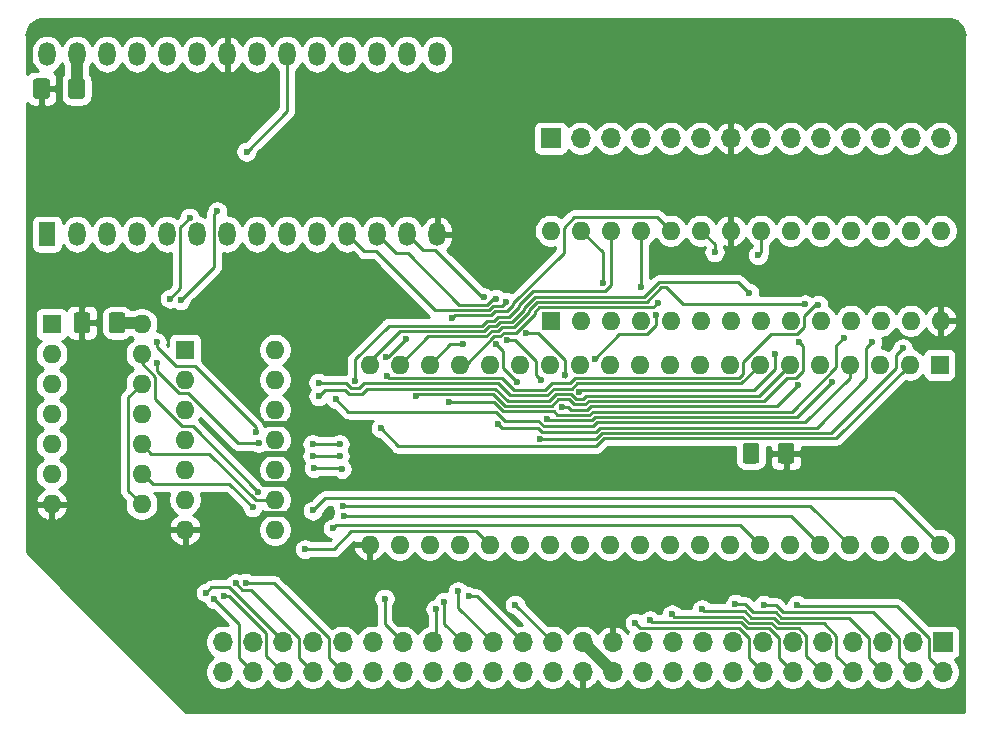
<source format=gbr>
G04 #@! TF.GenerationSoftware,KiCad,Pcbnew,(5.1.6-0-10_14)*
G04 #@! TF.CreationDate,2021-01-01T23:17:05+01:00*
G04 #@! TF.ProjectId,proc_board,70726f63-5f62-46f6-9172-642e6b696361,rev?*
G04 #@! TF.SameCoordinates,Original*
G04 #@! TF.FileFunction,Copper,L2,Bot*
G04 #@! TF.FilePolarity,Positive*
%FSLAX46Y46*%
G04 Gerber Fmt 4.6, Leading zero omitted, Abs format (unit mm)*
G04 Created by KiCad (PCBNEW (5.1.6-0-10_14)) date 2021-01-01 23:17:05*
%MOMM*%
%LPD*%
G01*
G04 APERTURE LIST*
G04 #@! TA.AperFunction,ComponentPad*
%ADD10O,1.600000X1.600000*%
G04 #@! TD*
G04 #@! TA.AperFunction,ComponentPad*
%ADD11R,1.600000X1.600000*%
G04 #@! TD*
G04 #@! TA.AperFunction,ComponentPad*
%ADD12O,1.700000X1.700000*%
G04 #@! TD*
G04 #@! TA.AperFunction,ComponentPad*
%ADD13R,1.700000X1.700000*%
G04 #@! TD*
G04 #@! TA.AperFunction,ComponentPad*
%ADD14O,1.440000X2.000000*%
G04 #@! TD*
G04 #@! TA.AperFunction,ComponentPad*
%ADD15R,1.440000X2.000000*%
G04 #@! TD*
G04 #@! TA.AperFunction,ViaPad*
%ADD16C,0.600000*%
G04 #@! TD*
G04 #@! TA.AperFunction,ViaPad*
%ADD17C,0.800000*%
G04 #@! TD*
G04 #@! TA.AperFunction,Conductor*
%ADD18C,0.250000*%
G04 #@! TD*
G04 #@! TA.AperFunction,Conductor*
%ADD19C,0.500000*%
G04 #@! TD*
G04 #@! TA.AperFunction,Conductor*
%ADD20C,1.000000*%
G04 #@! TD*
G04 #@! TA.AperFunction,Conductor*
%ADD21C,0.254000*%
G04 #@! TD*
G04 APERTURE END LIST*
D10*
G04 #@! TO.P,U5,14*
G04 #@! TO.N,+5V*
X10414000Y33528000D03*
G04 #@! TO.P,U5,7*
G04 #@! TO.N,GND*
X2794000Y18288000D03*
G04 #@! TO.P,U5,13*
G04 #@! TO.N,Net-(U1-Pad8)*
X10414000Y30988000D03*
G04 #@! TO.P,U5,6*
G04 #@! TO.N,Net-(U1-Pad9)*
X2794000Y20828000D03*
G04 #@! TO.P,U5,12*
G04 #@! TO.N,ROM_CS*
X10414000Y28448000D03*
G04 #@! TO.P,U5,5*
G04 #@! TO.N,Net-(U5-Pad3)*
X2794000Y23368000D03*
G04 #@! TO.P,U5,11*
G04 #@! TO.N,RAM_CS*
X10414000Y25908000D03*
G04 #@! TO.P,U5,4*
G04 #@! TO.N,Net-(U5-Pad3)*
X2794000Y25908000D03*
G04 #@! TO.P,U5,10*
G04 #@! TO.N,Net-(U1-Pad9)*
X10414000Y23368000D03*
G04 #@! TO.P,U5,3*
G04 #@! TO.N,Net-(U5-Pad3)*
X2794000Y28448000D03*
G04 #@! TO.P,U5,9*
G04 #@! TO.N,A15*
X10414000Y20828000D03*
G04 #@! TO.P,U5,2*
G04 #@! TO.N,~INH~*
X2794000Y30988000D03*
G04 #@! TO.P,U5,8*
G04 #@! TO.N,ROM_CS*
X10414000Y18288000D03*
D11*
G04 #@! TO.P,U5,1*
G04 #@! TO.N,~SSEL~*
X2794000Y33528000D03*
G04 #@! TD*
D12*
G04 #@! TO.P,U6,14*
G04 #@! TO.N,D3*
X78079001Y49276000D03*
G04 #@! TO.P,U6,13*
G04 #@! TO.N,D4*
X75539001Y49276000D03*
G04 #@! TO.P,U6,12*
G04 #@! TO.N,D5*
X72999001Y49276000D03*
G04 #@! TO.P,U6,11*
G04 #@! TO.N,D6*
X70459001Y49276000D03*
G04 #@! TO.P,U6,10*
G04 #@! TO.N,D7*
X67919001Y49276000D03*
G04 #@! TO.P,U6,9*
G04 #@! TO.N,RAM_CS*
X65379001Y49276000D03*
G04 #@! TO.P,U6,8*
G04 #@! TO.N,A10*
X62839001Y49276000D03*
G04 #@! TO.P,U6,7*
G04 #@! TO.N,GND*
X60299001Y49276000D03*
G04 #@! TO.P,U6,6*
G04 #@! TO.N,A11*
X57759001Y49276000D03*
G04 #@! TO.P,U6,5*
G04 #@! TO.N,A9*
X55219001Y49276000D03*
G04 #@! TO.P,U6,4*
G04 #@! TO.N,A8*
X52679001Y49276000D03*
G04 #@! TO.P,U6,3*
G04 #@! TO.N,A13*
X50139001Y49276000D03*
G04 #@! TO.P,U6,2*
G04 #@! TO.N,R~W~*
X47599001Y49276000D03*
D13*
G04 #@! TO.P,U6,1*
G04 #@! TO.N,+5V*
X45059001Y49276000D03*
G04 #@! TD*
D14*
G04 #@! TO.P,U4,15*
G04 #@! TO.N,D3*
X35433000Y56388000D03*
G04 #@! TO.P,U4,14*
G04 #@! TO.N,GND*
X35433000Y41148000D03*
G04 #@! TO.P,U4,16*
G04 #@! TO.N,D4*
X32893000Y56388000D03*
G04 #@! TO.P,U4,13*
G04 #@! TO.N,D2*
X32893000Y41148000D03*
G04 #@! TO.P,U4,17*
G04 #@! TO.N,D5*
X30353000Y56388000D03*
G04 #@! TO.P,U4,12*
G04 #@! TO.N,D1*
X30353000Y41148000D03*
G04 #@! TO.P,U4,18*
G04 #@! TO.N,D6*
X27813000Y56388000D03*
G04 #@! TO.P,U4,11*
G04 #@! TO.N,D0*
X27813000Y41148000D03*
G04 #@! TO.P,U4,19*
G04 #@! TO.N,D7*
X25273000Y56388000D03*
G04 #@! TO.P,U4,10*
G04 #@! TO.N,A0*
X25273000Y41148000D03*
G04 #@! TO.P,U4,20*
G04 #@! TO.N,ROM_CS*
X22733000Y56388000D03*
G04 #@! TO.P,U4,9*
G04 #@! TO.N,A1*
X22733000Y41148000D03*
G04 #@! TO.P,U4,21*
G04 #@! TO.N,A10*
X20193000Y56388000D03*
G04 #@! TO.P,U4,8*
G04 #@! TO.N,A2*
X20193000Y41148000D03*
G04 #@! TO.P,U4,22*
G04 #@! TO.N,GND*
X17653000Y56388000D03*
G04 #@! TO.P,U4,7*
G04 #@! TO.N,A3*
X17653000Y41148000D03*
G04 #@! TO.P,U4,23*
G04 #@! TO.N,A11*
X15113000Y56388000D03*
G04 #@! TO.P,U4,6*
G04 #@! TO.N,A4*
X15113000Y41148000D03*
G04 #@! TO.P,U4,24*
G04 #@! TO.N,A9*
X12573000Y56388000D03*
G04 #@! TO.P,U4,5*
G04 #@! TO.N,A5*
X12573000Y41148000D03*
G04 #@! TO.P,U4,25*
G04 #@! TO.N,A8*
X10033000Y56388000D03*
G04 #@! TO.P,U4,4*
G04 #@! TO.N,A6*
X10033000Y41148000D03*
G04 #@! TO.P,U4,26*
G04 #@! TO.N,A13*
X7493000Y56388000D03*
G04 #@! TO.P,U4,3*
G04 #@! TO.N,A7*
X7493000Y41148000D03*
G04 #@! TO.P,U4,27*
G04 #@! TO.N,+5V*
X4953000Y56388000D03*
G04 #@! TO.P,U4,2*
G04 #@! TO.N,A12*
X4953000Y41148000D03*
G04 #@! TO.P,U4,28*
G04 #@! TO.N,+5V*
X2413000Y56388000D03*
D15*
G04 #@! TO.P,U4,1*
G04 #@! TO.N,A14*
X2413000Y41148000D03*
G04 #@! TD*
D10*
G04 #@! TO.P,U3,28*
G04 #@! TO.N,+5V*
X45059001Y41453001D03*
G04 #@! TO.P,U3,14*
G04 #@! TO.N,GND*
X78079001Y33833001D03*
G04 #@! TO.P,U3,27*
G04 #@! TO.N,R~W~*
X47599001Y41453001D03*
G04 #@! TO.P,U3,13*
G04 #@! TO.N,D2*
X75539001Y33833001D03*
G04 #@! TO.P,U3,26*
G04 #@! TO.N,A13*
X50139001Y41453001D03*
G04 #@! TO.P,U3,12*
G04 #@! TO.N,D1*
X72999001Y33833001D03*
G04 #@! TO.P,U3,25*
G04 #@! TO.N,A8*
X52679001Y41453001D03*
G04 #@! TO.P,U3,11*
G04 #@! TO.N,D0*
X70459001Y33833001D03*
G04 #@! TO.P,U3,24*
G04 #@! TO.N,A9*
X55219001Y41453001D03*
G04 #@! TO.P,U3,10*
G04 #@! TO.N,A0*
X67919001Y33833001D03*
G04 #@! TO.P,U3,23*
G04 #@! TO.N,A11*
X57759001Y41453001D03*
G04 #@! TO.P,U3,9*
G04 #@! TO.N,A1*
X65379001Y33833001D03*
G04 #@! TO.P,U3,22*
G04 #@! TO.N,GND*
X60299001Y41453001D03*
G04 #@! TO.P,U3,8*
G04 #@! TO.N,A2*
X62839001Y33833001D03*
G04 #@! TO.P,U3,21*
G04 #@! TO.N,A10*
X62839001Y41453001D03*
G04 #@! TO.P,U3,7*
G04 #@! TO.N,A3*
X60299001Y33833001D03*
G04 #@! TO.P,U3,20*
G04 #@! TO.N,RAM_CS*
X65379001Y41453001D03*
G04 #@! TO.P,U3,6*
G04 #@! TO.N,A4*
X57759001Y33833001D03*
G04 #@! TO.P,U3,19*
G04 #@! TO.N,D7*
X67919001Y41453001D03*
G04 #@! TO.P,U3,5*
G04 #@! TO.N,A5*
X55219001Y33833001D03*
G04 #@! TO.P,U3,18*
G04 #@! TO.N,D6*
X70459001Y41453001D03*
G04 #@! TO.P,U3,4*
G04 #@! TO.N,A6*
X52679001Y33833001D03*
G04 #@! TO.P,U3,17*
G04 #@! TO.N,D5*
X72999001Y41453001D03*
G04 #@! TO.P,U3,3*
G04 #@! TO.N,A7*
X50139001Y33833001D03*
G04 #@! TO.P,U3,16*
G04 #@! TO.N,D4*
X75539001Y41453001D03*
G04 #@! TO.P,U3,2*
G04 #@! TO.N,A12*
X47599001Y33833001D03*
G04 #@! TO.P,U3,15*
G04 #@! TO.N,D3*
X78079001Y41453001D03*
D11*
G04 #@! TO.P,U3,1*
G04 #@! TO.N,A14*
X45059001Y33833001D03*
G04 #@! TD*
G04 #@! TO.P,C5,2*
G04 #@! TO.N,+5V*
G04 #@! TA.AperFunction,SMDPad,CuDef*
G36*
G01*
X4204000Y52842000D02*
X4204000Y54092000D01*
G75*
G02*
X4454000Y54342000I250000J0D01*
G01*
X5379000Y54342000D01*
G75*
G02*
X5629000Y54092000I0J-250000D01*
G01*
X5629000Y52842000D01*
G75*
G02*
X5379000Y52592000I-250000J0D01*
G01*
X4454000Y52592000D01*
G75*
G02*
X4204000Y52842000I0J250000D01*
G01*
G37*
G04 #@! TD.AperFunction*
G04 #@! TO.P,C5,1*
G04 #@! TO.N,GND*
G04 #@! TA.AperFunction,SMDPad,CuDef*
G36*
G01*
X1229000Y52842000D02*
X1229000Y54092000D01*
G75*
G02*
X1479000Y54342000I250000J0D01*
G01*
X2404000Y54342000D01*
G75*
G02*
X2654000Y54092000I0J-250000D01*
G01*
X2654000Y52842000D01*
G75*
G02*
X2404000Y52592000I-250000J0D01*
G01*
X1479000Y52592000D01*
G75*
G02*
X1229000Y52842000I0J250000D01*
G01*
G37*
G04 #@! TD.AperFunction*
G04 #@! TD*
G04 #@! TO.P,C2,2*
G04 #@! TO.N,+5V*
G04 #@! TA.AperFunction,SMDPad,CuDef*
G36*
G01*
X7633000Y33030000D02*
X7633000Y34280000D01*
G75*
G02*
X7883000Y34530000I250000J0D01*
G01*
X8808000Y34530000D01*
G75*
G02*
X9058000Y34280000I0J-250000D01*
G01*
X9058000Y33030000D01*
G75*
G02*
X8808000Y32780000I-250000J0D01*
G01*
X7883000Y32780000D01*
G75*
G02*
X7633000Y33030000I0J250000D01*
G01*
G37*
G04 #@! TD.AperFunction*
G04 #@! TO.P,C2,1*
G04 #@! TO.N,GND*
G04 #@! TA.AperFunction,SMDPad,CuDef*
G36*
G01*
X4658000Y33030000D02*
X4658000Y34280000D01*
G75*
G02*
X4908000Y34530000I250000J0D01*
G01*
X5833000Y34530000D01*
G75*
G02*
X6083000Y34280000I0J-250000D01*
G01*
X6083000Y33030000D01*
G75*
G02*
X5833000Y32780000I-250000J0D01*
G01*
X4908000Y32780000D01*
G75*
G02*
X4658000Y33030000I0J250000D01*
G01*
G37*
G04 #@! TD.AperFunction*
G04 #@! TD*
D10*
G04 #@! TO.P,U2,40*
G04 #@! TO.N,~RESET~*
X77978000Y14859000D03*
G04 #@! TO.P,U2,20*
G04 #@! TO.N,A11*
X29718000Y30099000D03*
G04 #@! TO.P,U2,39*
G04 #@! TO.N,Net-(U2-Pad39)*
X75438000Y14859000D03*
G04 #@! TO.P,U2,19*
G04 #@! TO.N,A10*
X32258000Y30099000D03*
G04 #@! TO.P,U2,38*
G04 #@! TO.N,Net-(U2-Pad38)*
X72898000Y14859000D03*
G04 #@! TO.P,U2,18*
G04 #@! TO.N,A9*
X34798000Y30099000D03*
G04 #@! TO.P,U2,37*
G04 #@! TO.N,CLK*
X70358000Y14859000D03*
G04 #@! TO.P,U2,17*
G04 #@! TO.N,A8*
X37338000Y30099000D03*
G04 #@! TO.P,U2,36*
G04 #@! TO.N,BE*
X67818000Y14859000D03*
G04 #@! TO.P,U2,16*
G04 #@! TO.N,A7*
X39878000Y30099000D03*
G04 #@! TO.P,U2,35*
G04 #@! TO.N,Net-(U2-Pad35)*
X65278000Y14859000D03*
G04 #@! TO.P,U2,15*
G04 #@! TO.N,A6*
X42418000Y30099000D03*
G04 #@! TO.P,U2,34*
G04 #@! TO.N,R~W~*
X62738000Y14859000D03*
G04 #@! TO.P,U2,14*
G04 #@! TO.N,A5*
X44958000Y30099000D03*
G04 #@! TO.P,U2,33*
G04 #@! TO.N,D0*
X60198000Y14859000D03*
G04 #@! TO.P,U2,13*
G04 #@! TO.N,A4*
X47498000Y30099000D03*
G04 #@! TO.P,U2,32*
G04 #@! TO.N,D1*
X57658000Y14859000D03*
G04 #@! TO.P,U2,12*
G04 #@! TO.N,A3*
X50038000Y30099000D03*
G04 #@! TO.P,U2,31*
G04 #@! TO.N,D2*
X55118000Y14859000D03*
G04 #@! TO.P,U2,11*
G04 #@! TO.N,A2*
X52578000Y30099000D03*
G04 #@! TO.P,U2,30*
G04 #@! TO.N,D3*
X52578000Y14859000D03*
G04 #@! TO.P,U2,10*
G04 #@! TO.N,A1*
X55118000Y30099000D03*
G04 #@! TO.P,U2,29*
G04 #@! TO.N,D4*
X50038000Y14859000D03*
G04 #@! TO.P,U2,9*
G04 #@! TO.N,A0*
X57658000Y30099000D03*
G04 #@! TO.P,U2,28*
G04 #@! TO.N,D5*
X47498000Y14859000D03*
G04 #@! TO.P,U2,8*
G04 #@! TO.N,+5V*
X60198000Y30099000D03*
G04 #@! TO.P,U2,27*
G04 #@! TO.N,D6*
X44958000Y14859000D03*
G04 #@! TO.P,U2,7*
G04 #@! TO.N,SYNC*
X62738000Y30099000D03*
G04 #@! TO.P,U2,26*
G04 #@! TO.N,D7*
X42418000Y14859000D03*
G04 #@! TO.P,U2,6*
G04 #@! TO.N,~NMI~*
X65278000Y30099000D03*
G04 #@! TO.P,U2,25*
G04 #@! TO.N,A15*
X39878000Y14859000D03*
G04 #@! TO.P,U2,5*
G04 #@! TO.N,Net-(U2-Pad5)*
X67818000Y30099000D03*
G04 #@! TO.P,U2,24*
G04 #@! TO.N,A14*
X37338000Y14859000D03*
G04 #@! TO.P,U2,4*
G04 #@! TO.N,~IRQ~*
X70358000Y30099000D03*
G04 #@! TO.P,U2,23*
G04 #@! TO.N,A13*
X34798000Y14859000D03*
G04 #@! TO.P,U2,3*
G04 #@! TO.N,Net-(U2-Pad3)*
X72898000Y30099000D03*
G04 #@! TO.P,U2,22*
G04 #@! TO.N,A12*
X32258000Y14859000D03*
G04 #@! TO.P,U2,2*
G04 #@! TO.N,RDY*
X75438000Y30099000D03*
G04 #@! TO.P,U2,21*
G04 #@! TO.N,GND*
X29718000Y14859000D03*
D11*
G04 #@! TO.P,U2,1*
G04 #@! TO.N,Net-(U2-Pad1)*
X77978000Y30099000D03*
G04 #@! TD*
D10*
G04 #@! TO.P,U1,14*
G04 #@! TO.N,+5V*
X21717000Y31369000D03*
G04 #@! TO.P,U1,7*
G04 #@! TO.N,GND*
X14097000Y16129000D03*
G04 #@! TO.P,U1,13*
G04 #@! TO.N,Net-(R1-Pad1)*
X21717000Y28829000D03*
G04 #@! TO.P,U1,6*
G04 #@! TO.N,~IRQ~*
X14097000Y18669000D03*
G04 #@! TO.P,U1,12*
G04 #@! TO.N,Net-(R1-Pad1)*
X21717000Y26289000D03*
G04 #@! TO.P,U1,5*
G04 #@! TO.N,~IRQ0~*
X14097000Y21209000D03*
G04 #@! TO.P,U1,11*
G04 #@! TO.N,N/C*
X21717000Y23749000D03*
G04 #@! TO.P,U1,4*
G04 #@! TO.N,~IRQ1~*
X14097000Y23749000D03*
G04 #@! TO.P,U1,10*
G04 #@! TO.N,CLK*
X21717000Y21209000D03*
G04 #@! TO.P,U1,3*
G04 #@! TO.N,N/C*
X14097000Y26289000D03*
G04 #@! TO.P,U1,9*
G04 #@! TO.N,Net-(U1-Pad9)*
X21717000Y18669000D03*
G04 #@! TO.P,U1,2*
G04 #@! TO.N,~IRQ2~*
X14097000Y28829000D03*
G04 #@! TO.P,U1,8*
G04 #@! TO.N,Net-(U1-Pad8)*
X21717000Y16129000D03*
D11*
G04 #@! TO.P,U1,1*
G04 #@! TO.N,~IRQ3~*
X14097000Y31369000D03*
G04 #@! TD*
G04 #@! TO.P,C3,2*
G04 #@! TO.N,+5V*
G04 #@! TA.AperFunction,SMDPad,CuDef*
G36*
G01*
X62725000Y23231000D02*
X62725000Y21981000D01*
G75*
G02*
X62475000Y21731000I-250000J0D01*
G01*
X61550000Y21731000D01*
G75*
G02*
X61300000Y21981000I0J250000D01*
G01*
X61300000Y23231000D01*
G75*
G02*
X61550000Y23481000I250000J0D01*
G01*
X62475000Y23481000D01*
G75*
G02*
X62725000Y23231000I0J-250000D01*
G01*
G37*
G04 #@! TD.AperFunction*
G04 #@! TO.P,C3,1*
G04 #@! TO.N,GND*
G04 #@! TA.AperFunction,SMDPad,CuDef*
G36*
G01*
X65700000Y23231000D02*
X65700000Y21981000D01*
G75*
G02*
X65450000Y21731000I-250000J0D01*
G01*
X64525000Y21731000D01*
G75*
G02*
X64275000Y21981000I0J250000D01*
G01*
X64275000Y23231000D01*
G75*
G02*
X64525000Y23481000I250000J0D01*
G01*
X65450000Y23481000D01*
G75*
G02*
X65700000Y23231000I0J-250000D01*
G01*
G37*
G04 #@! TD.AperFunction*
G04 #@! TD*
D12*
G04 #@! TO.P,J1,50*
G04 #@! TO.N,~NMI~*
X17272000Y4064000D03*
G04 #@! TO.P,J1,49*
G04 #@! TO.N,~RESET~*
X17272000Y6604000D03*
G04 #@! TO.P,J1,48*
G04 #@! TO.N,~IRQ0~*
X19812000Y4064000D03*
G04 #@! TO.P,J1,47*
G04 #@! TO.N,SYNC*
X19812000Y6604000D03*
G04 #@! TO.P,J1,46*
G04 #@! TO.N,~IRQ1~*
X22352000Y4064000D03*
G04 #@! TO.P,J1,45*
G04 #@! TO.N,~IRQ~*
X22352000Y6604000D03*
G04 #@! TO.P,J1,44*
G04 #@! TO.N,~IRQ2~*
X24892000Y4064000D03*
G04 #@! TO.P,J1,43*
G04 #@! TO.N,R~W~*
X24892000Y6604000D03*
G04 #@! TO.P,J1,42*
G04 #@! TO.N,~IRQ3~*
X27432000Y4064000D03*
G04 #@! TO.P,J1,41*
G04 #@! TO.N,CLK*
X27432000Y6604000D03*
G04 #@! TO.P,J1,40*
G04 #@! TO.N,LED4*
X29972000Y4064000D03*
G04 #@! TO.P,J1,39*
G04 #@! TO.N,BE*
X29972000Y6604000D03*
G04 #@! TO.P,J1,38*
G04 #@! TO.N,LED3*
X32512000Y4064000D03*
G04 #@! TO.P,J1,37*
G04 #@! TO.N,RDY*
X32512000Y6604000D03*
G04 #@! TO.P,J1,36*
G04 #@! TO.N,LED2*
X35052000Y4064000D03*
G04 #@! TO.P,J1,35*
G04 #@! TO.N,A15*
X35052000Y6604000D03*
G04 #@! TO.P,J1,34*
G04 #@! TO.N,LED1*
X37592000Y4064000D03*
G04 #@! TO.P,J1,33*
G04 #@! TO.N,A14*
X37592000Y6604000D03*
G04 #@! TO.P,J1,32*
G04 #@! TO.N,Net-(J1-Pad32)*
X40132000Y4064000D03*
G04 #@! TO.P,J1,31*
G04 #@! TO.N,A13*
X40132000Y6604000D03*
G04 #@! TO.P,J1,30*
G04 #@! TO.N,~INH~*
X42672000Y4064000D03*
G04 #@! TO.P,J1,29*
G04 #@! TO.N,A12*
X42672000Y6604000D03*
G04 #@! TO.P,J1,28*
G04 #@! TO.N,~SSEL~*
X45212000Y4064000D03*
G04 #@! TO.P,J1,27*
G04 #@! TO.N,A11*
X45212000Y6604000D03*
G04 #@! TO.P,J1,26*
G04 #@! TO.N,GND*
X47752000Y4064000D03*
G04 #@! TO.P,J1,25*
G04 #@! TO.N,+5V*
X47752000Y6604000D03*
G04 #@! TO.P,J1,24*
X50292000Y4064000D03*
G04 #@! TO.P,J1,23*
G04 #@! TO.N,GND*
X50292000Y6604000D03*
G04 #@! TO.P,J1,22*
G04 #@! TO.N,EX2*
X52832000Y4064000D03*
G04 #@! TO.P,J1,21*
G04 #@! TO.N,A10*
X52832000Y6604000D03*
G04 #@! TO.P,J1,20*
G04 #@! TO.N,EX1*
X55372000Y4064000D03*
G04 #@! TO.P,J1,19*
G04 #@! TO.N,A9*
X55372000Y6604000D03*
G04 #@! TO.P,J1,18*
G04 #@! TO.N,EX0*
X57912000Y4064000D03*
G04 #@! TO.P,J1,17*
G04 #@! TO.N,A8*
X57912000Y6604000D03*
G04 #@! TO.P,J1,16*
G04 #@! TO.N,D7*
X60452000Y4064000D03*
G04 #@! TO.P,J1,15*
G04 #@! TO.N,A7*
X60452000Y6604000D03*
G04 #@! TO.P,J1,14*
G04 #@! TO.N,D6*
X62992000Y4064000D03*
G04 #@! TO.P,J1,13*
G04 #@! TO.N,A6*
X62992000Y6604000D03*
G04 #@! TO.P,J1,12*
G04 #@! TO.N,D5*
X65532000Y4064000D03*
G04 #@! TO.P,J1,11*
G04 #@! TO.N,A5*
X65532000Y6604000D03*
G04 #@! TO.P,J1,10*
G04 #@! TO.N,D4*
X68072000Y4064000D03*
G04 #@! TO.P,J1,9*
G04 #@! TO.N,A4*
X68072000Y6604000D03*
G04 #@! TO.P,J1,8*
G04 #@! TO.N,D3*
X70612000Y4064000D03*
G04 #@! TO.P,J1,7*
G04 #@! TO.N,A3*
X70612000Y6604000D03*
G04 #@! TO.P,J1,6*
G04 #@! TO.N,D2*
X73152000Y4064000D03*
G04 #@! TO.P,J1,5*
G04 #@! TO.N,A2*
X73152000Y6604000D03*
G04 #@! TO.P,J1,4*
G04 #@! TO.N,D1*
X75692000Y4064000D03*
G04 #@! TO.P,J1,3*
G04 #@! TO.N,A1*
X75692000Y6604000D03*
G04 #@! TO.P,J1,2*
G04 #@! TO.N,D0*
X78232000Y4064000D03*
D13*
G04 #@! TO.P,J1,1*
G04 #@! TO.N,A0*
X78232000Y6604000D03*
G04 #@! TD*
D16*
G04 #@! TO.N,RDY*
X30988000Y10287000D03*
X30673052Y24704050D03*
G04 #@! TO.N,A15*
X35306000Y9398000D03*
X19811992Y18034000D03*
X24256988Y14478000D03*
G04 #@! TO.N,A14*
X36031106Y10023010D03*
X32766000Y32258000D03*
X31115000Y30734000D03*
G04 #@! TO.N,A13*
X37211009Y10923032D03*
X28513902Y28718313D03*
G04 #@! TO.N,A12*
X38102547Y10473021D03*
G04 #@! TO.N,A11*
X42037000Y9779000D03*
X58928000Y39624000D03*
X61849000Y36195000D03*
D17*
G04 #@! TO.N,GND*
X18669000Y34290000D03*
X48133000Y44196000D03*
G04 #@! TO.N,+5V*
X62103000Y22987000D03*
D16*
G04 #@! TO.N,A10*
X62611000Y39370000D03*
X66603677Y35205715D03*
G04 #@! TO.N,A9*
X36703000Y34036000D03*
X37592000Y31875968D03*
G04 #@! TO.N,A8*
X54102000Y35306000D03*
X52705000Y36703000D03*
G04 #@! TO.N,D7*
X67691000Y35179000D03*
X31231271Y29142021D03*
G04 #@! TO.N,D6*
X52197000Y8255000D03*
X66040000Y32004000D03*
X33626133Y27430968D03*
G04 #@! TO.N,D5*
X53447012Y8461966D03*
X69850000Y32385000D03*
X36449000Y26924000D03*
G04 #@! TO.N,D4*
X55334746Y8949021D03*
X72263000Y32004000D03*
X40596181Y25060867D03*
G04 #@! TO.N,D3*
X57874803Y9399032D03*
X74867002Y31496000D03*
X44130565Y23836061D03*
G04 #@! TO.N,D2*
X60700424Y9849043D03*
X68899944Y28646046D03*
X40453434Y31816434D03*
X39373794Y35810197D03*
X42175584Y28627324D03*
X44778137Y25514946D03*
G04 #@! TO.N,D1*
X63083943Y9754044D03*
X65990503Y28373265D03*
X44196000Y28829000D03*
X45976821Y26530948D03*
X40386000Y35687000D03*
X41373905Y32182941D03*
G04 #@! TO.N,D0*
X65921393Y9754044D03*
X64008000Y30988000D03*
X47484970Y27802251D03*
X46228000Y29210000D03*
X42944272Y32747728D03*
X41275000Y35433000D03*
G04 #@! TO.N,CLK*
X25020028Y21336000D03*
X27372083Y21274019D03*
X27433032Y18170990D03*
G04 #@! TO.N,BE*
X27517978Y17276419D03*
G04 #@! TO.N,SYNC*
X25400000Y28575000D03*
G04 #@! TO.N,R~W~*
X48768000Y30607036D03*
X53996653Y34343785D03*
X49453826Y37002725D03*
X26617956Y16247278D03*
G04 #@! TO.N,~INH~*
X27179032Y22352000D03*
X24892000Y22352000D03*
X20320000Y23480998D03*
X11684000Y30226000D03*
G04 #@! TO.N,Net-(U1-Pad8)*
X20313159Y19307149D03*
G04 #@! TO.N,~NMI~*
X25400000Y27432000D03*
G04 #@! TO.N,~RESET~*
X24917933Y17755005D03*
G04 #@! TO.N,~IRQ0~*
X16581084Y10231094D03*
G04 #@! TO.N,~IRQ1~*
X17400784Y10542782D03*
G04 #@! TO.N,~IRQ~*
X15875434Y10795434D03*
X26869291Y27193281D03*
G04 #@! TO.N,~IRQ2~*
X18386510Y11578163D03*
G04 #@! TO.N,~IRQ3~*
X19222152Y11626420D03*
G04 #@! TO.N,~SSEL~*
X27179032Y23368000D03*
X24892000Y23368000D03*
X20066000Y24384000D03*
X11684000Y32004000D03*
G04 #@! TO.N,RAM_CS*
X14478000Y42545000D03*
X12827000Y35687000D03*
G04 #@! TO.N,ROM_CS*
X19304000Y48133000D03*
X16824054Y43098020D03*
X13716007Y35559993D03*
G04 #@! TD*
D18*
G04 #@! TO.N,RDY*
X30988000Y8128000D02*
X32512000Y6604000D01*
X30988000Y10287000D02*
X30988000Y8128000D01*
X32166043Y23211059D02*
X30673052Y24704050D01*
X48910068Y23211059D02*
X32166043Y23211059D01*
X75438000Y30099000D02*
X69217881Y23878881D01*
X49577890Y23878881D02*
X48910068Y23211059D01*
X69217881Y23878881D02*
X49577890Y23878881D01*
G04 #@! TO.N,A15*
X35306000Y6858000D02*
X35052000Y6604000D01*
X35306000Y9398000D02*
X35306000Y6858000D01*
X11373699Y19995301D02*
X17850691Y19995301D01*
X10414000Y20955000D02*
X11373699Y19995301D01*
X17850691Y19995301D02*
X19811992Y18034000D01*
X38752999Y15984001D02*
X28185542Y15984001D01*
X39878000Y14859000D02*
X38752999Y15984001D01*
X28185542Y15984001D02*
X26679541Y14478000D01*
X26679541Y14478000D02*
X24256988Y14478000D01*
G04 #@! TO.N,A14*
X36031106Y8164894D02*
X36031106Y10023010D01*
X37592000Y6604000D02*
X36031106Y8164894D01*
X31242000Y30734000D02*
X31115000Y30734000D01*
X32766000Y32258000D02*
X31242000Y30734000D01*
G04 #@! TO.N,A13*
X37211009Y9524991D02*
X37211009Y10923032D01*
X40132000Y6604000D02*
X37211009Y9524991D01*
X43548445Y36308035D02*
X42350012Y35109602D01*
X40559810Y34161976D02*
X40232996Y33835162D01*
X41565389Y34161976D02*
X40559810Y34161976D01*
X50139001Y36804001D02*
X49643035Y36308035D01*
X31354998Y33401000D02*
X28513902Y30559904D01*
X50139001Y41453001D02*
X50139001Y36804001D01*
X49643035Y36308035D02*
X43548445Y36308035D01*
X42350012Y35109602D02*
X42350012Y34946599D01*
X42350012Y34946599D02*
X41565389Y34161976D01*
X40232996Y33835162D02*
X39675358Y33835162D01*
X39241196Y33401000D02*
X31354998Y33401000D01*
X39675358Y33835162D02*
X39241196Y33401000D01*
X28513902Y30559904D02*
X28513902Y28718313D01*
G04 #@! TO.N,A12*
X38802979Y10473021D02*
X38102547Y10473021D01*
X42672000Y6604000D02*
X38802979Y10473021D01*
G04 #@! TO.N,A11*
X42037000Y9779000D02*
X45212000Y6604000D01*
X58928000Y40284002D02*
X57759001Y41453001D01*
X58928000Y39624000D02*
X58928000Y40284002D01*
X41751789Y33711965D02*
X42800023Y34760199D01*
X32279985Y32950989D02*
X39427596Y32950989D01*
X29718000Y30099000D02*
X29718000Y30389004D01*
X29718000Y30389004D02*
X32279985Y32950989D01*
X60948980Y37095020D02*
X61849000Y36195000D01*
X43734845Y35858024D02*
X53000203Y35858024D01*
X39861758Y33385151D02*
X40419396Y33385151D01*
X39427596Y32950989D02*
X39861758Y33385151D01*
X53000203Y35858024D02*
X54237199Y37095020D01*
X40746209Y33711965D02*
X41751789Y33711965D01*
X42800023Y34923202D02*
X43734845Y35858024D01*
X40419396Y33385151D02*
X40746209Y33711965D01*
X42800023Y34760199D02*
X42800023Y34923202D01*
X54237199Y37095020D02*
X60948980Y37095020D01*
D19*
G04 #@! TO.N,GND*
X20828000Y22498999D02*
X22713001Y22498999D01*
X20828000Y17418999D02*
X22713001Y17418999D01*
X20828000Y25038999D02*
X22713001Y25038999D01*
X20701000Y19958999D02*
X22586001Y19958999D01*
D20*
G04 #@! TO.N,+5V*
X50292000Y4064000D02*
X47752000Y6604000D01*
X4916500Y56351500D02*
X4953000Y56388000D01*
X4916500Y53467000D02*
X4916500Y56351500D01*
X10541000Y33655000D02*
X8345500Y33655000D01*
D18*
G04 #@! TO.N,A10*
X62839001Y41453001D02*
X62839001Y39598001D01*
X62839001Y39598001D02*
X62611000Y39370000D01*
X40605796Y32935140D02*
X40932610Y33261954D01*
X41938189Y33261954D02*
X43250034Y34573799D01*
X53186603Y35408013D02*
X54423599Y36645009D01*
X54796401Y36645009D02*
X56235695Y35205715D01*
X43250034Y34573799D02*
X43250034Y34736802D01*
X43921245Y35408013D02*
X53186603Y35408013D01*
X39613996Y32500978D02*
X40048158Y32935140D01*
X40048158Y32935140D02*
X40605796Y32935140D01*
X34659978Y32500978D02*
X39613996Y32500978D01*
X43250034Y34736802D02*
X43921245Y35408013D01*
X40932610Y33261954D02*
X41938189Y33261954D01*
X54423599Y36645009D02*
X54796401Y36645009D01*
X56235695Y35205715D02*
X66603677Y35205715D01*
X32258000Y30099000D02*
X34659978Y32500978D01*
G04 #@! TO.N,A9*
X34798000Y30099000D02*
X36574968Y31875968D01*
X36574968Y31875968D02*
X37592000Y31875968D01*
X41900001Y35132999D02*
X41378989Y34611987D01*
X40373409Y34611987D02*
X40046596Y34285173D01*
X54094000Y42578002D02*
X47059000Y42578002D01*
X47059000Y42578002D02*
X46184002Y41703004D01*
X46184002Y41703004D02*
X46184002Y39580002D01*
X36952173Y34285173D02*
X36703000Y34036000D01*
X46184002Y39580002D02*
X41900001Y35296001D01*
X41900001Y35296001D02*
X41900001Y35132999D01*
X40046596Y34285173D02*
X36952173Y34285173D01*
X41378989Y34611987D02*
X40373409Y34611987D01*
X55219001Y41453001D02*
X54094000Y42578002D01*
G04 #@! TO.N,A8*
X54102000Y35306000D02*
X54102000Y35306000D01*
X52705000Y41427002D02*
X52679001Y41453001D01*
X52705000Y36703000D02*
X52705000Y41427002D01*
X37338000Y30099000D02*
X37848429Y30099000D01*
X43700045Y34550402D02*
X44107645Y34958002D01*
X42124589Y32811943D02*
X43700045Y34387399D01*
X44107645Y34958002D02*
X53754002Y34958002D01*
X40792196Y32485129D02*
X41119009Y32811943D01*
X37848429Y30099000D02*
X40234558Y32485129D01*
X43700045Y34387399D02*
X43700045Y34550402D01*
X41119009Y32811943D02*
X42124589Y32811943D01*
X53754002Y34958002D02*
X54102000Y35306000D01*
X40234558Y32485129D02*
X40792196Y32485129D01*
G04 #@! TO.N,D7*
X40951987Y28967022D02*
X31406270Y28967022D01*
X41979009Y27940000D02*
X40951987Y28967022D01*
X44578410Y27940000D02*
X41979009Y27940000D01*
X65919002Y32708000D02*
X63681998Y32708000D01*
X66504002Y34222141D02*
X66504002Y33293000D01*
X67460861Y35179000D02*
X66504002Y34222141D01*
X45144401Y28505991D02*
X44578410Y27940000D01*
X61323001Y29319001D02*
X60971022Y28967022D01*
X61323001Y30349003D02*
X61323001Y29319001D01*
X67691000Y35179000D02*
X67460861Y35179000D01*
X66504002Y33293000D02*
X65919002Y32708000D01*
X46668401Y28505991D02*
X45144401Y28505991D01*
X47129432Y28967022D02*
X46668401Y28505991D01*
X60971022Y28967022D02*
X47129432Y28967022D01*
X31406270Y28967022D02*
X31231271Y29142021D01*
X63681998Y32708000D02*
X61323001Y30349003D01*
G04 #@! TO.N,D6*
X61816999Y6978003D02*
X60979629Y7815373D01*
X60979629Y7815373D02*
X52636627Y7815373D01*
X52636627Y7815373D02*
X52197000Y8255000D01*
X62992000Y4064000D02*
X61816999Y5239001D01*
X61816999Y5239001D02*
X61816999Y6978003D01*
X33655000Y27559000D02*
X33655000Y27559000D01*
X65818001Y28973999D02*
X65043409Y28973999D01*
X45137610Y26589967D02*
X41223802Y26589967D01*
X66040000Y32004000D02*
X66403001Y31640999D01*
X66403001Y31640999D02*
X66403001Y29558999D01*
X66403001Y29558999D02*
X65818001Y28973999D01*
X33801132Y27605967D02*
X33626133Y27430968D01*
X63098368Y27028958D02*
X48273089Y27028958D01*
X48273089Y27028958D02*
X47971371Y26727239D01*
X46998569Y26727239D02*
X46569850Y27155958D01*
X46569850Y27155958D02*
X45703601Y27155958D01*
X40207802Y27605967D02*
X33801132Y27605967D01*
X47971371Y26727239D02*
X46998569Y26727239D01*
X65043409Y28973999D02*
X63098368Y27028958D01*
X45703601Y27155958D02*
X45137610Y26589967D01*
X41223802Y26589967D02*
X40207802Y27605967D01*
G04 #@! TO.N,D5*
X53613470Y8295508D02*
X53447012Y8461966D01*
X61652411Y7779001D02*
X61135904Y8295508D01*
X61135904Y8295508D02*
X53613470Y8295508D01*
X64356999Y6978003D02*
X63556001Y7779001D01*
X63556001Y7779001D02*
X61652411Y7779001D01*
X64356999Y5239001D02*
X64356999Y6978003D01*
X65532000Y4064000D02*
X64356999Y5239001D01*
X36449000Y26924000D02*
X36449000Y26924000D01*
X69850000Y32385000D02*
X69192189Y31727189D01*
X45312992Y26139956D02*
X41037402Y26139956D01*
X40253358Y26924000D02*
X36449000Y26924000D01*
X41037402Y26139956D02*
X40253358Y26924000D01*
X69192189Y31727189D02*
X69192189Y29862999D01*
X69192189Y29862999D02*
X65458126Y26128936D01*
X45625731Y25827217D02*
X45312992Y26139956D01*
X48344171Y25827217D02*
X45625731Y25827217D01*
X48645889Y26128936D02*
X48344171Y25827217D01*
X65458126Y26128936D02*
X48645889Y26128936D01*
G04 #@! TO.N,D4*
X63742401Y8229012D02*
X61838811Y8229012D01*
X66096001Y7779001D02*
X64192411Y7779001D01*
X66707001Y5428999D02*
X66707001Y7168001D01*
X61838811Y8229012D02*
X61293802Y8774022D01*
X55509745Y8774022D02*
X55334746Y8949021D01*
X61293802Y8774022D02*
X55509745Y8774022D01*
X64192411Y7779001D02*
X63742401Y8229012D01*
X66707001Y7168001D02*
X66096001Y7779001D01*
X68072000Y4064000D02*
X66707001Y5428999D01*
X67577903Y24778903D02*
X49205090Y24778903D01*
X49205090Y24778903D02*
X48866121Y24439934D01*
X71772999Y28973999D02*
X67577903Y24778903D01*
X40896180Y24760868D02*
X40596181Y25060867D01*
X48866121Y24439934D02*
X44291736Y24439934D01*
X44291736Y24439934D02*
X43970803Y24760868D01*
X72263000Y32004000D02*
X71772999Y31513999D01*
X43970803Y24760868D02*
X40896180Y24760868D01*
X71772999Y31513999D02*
X71772999Y28973999D01*
G04 #@! TO.N,D3*
X63928801Y8679023D02*
X62025211Y8679023D01*
X58049802Y9224033D02*
X57874803Y9399032D01*
X68185990Y8229012D02*
X64378811Y8229012D01*
X62025211Y8679023D02*
X61480202Y9224033D01*
X69247001Y5428999D02*
X69247001Y7168001D01*
X64378811Y8229012D02*
X63928801Y8679023D01*
X70612000Y4064000D02*
X69247001Y5428999D01*
X61480202Y9224033D02*
X58049802Y9224033D01*
X69247001Y7168001D02*
X68185990Y8229012D01*
X49391489Y24328892D02*
X48898658Y23836061D01*
X48898658Y23836061D02*
X44130565Y23836061D01*
X74867002Y31496000D02*
X74312999Y30941997D01*
X68792894Y24328892D02*
X49391489Y24328892D01*
X74312999Y29848997D02*
X68792894Y24328892D01*
X74312999Y30941997D02*
X74312999Y29848997D01*
G04 #@! TO.N,D2*
X71976999Y6978003D02*
X70275979Y8679023D01*
X70275979Y8679023D02*
X64565211Y8679023D01*
X64115201Y9129034D02*
X62211611Y9129034D01*
X64565211Y8679023D02*
X64115201Y9129034D01*
X62211611Y9129034D02*
X61491602Y9849043D01*
X71976999Y5239001D02*
X71976999Y6978003D01*
X73152000Y4064000D02*
X71976999Y5239001D01*
X61491602Y9849043D02*
X60700424Y9849043D01*
X39246803Y35810197D02*
X39373794Y35810197D01*
X34226500Y39814500D02*
X35242500Y39814500D01*
X32893000Y41148000D02*
X34226500Y39814500D01*
X35242500Y39814500D02*
X39246803Y35810197D01*
X41003001Y29799907D02*
X42175584Y28627324D01*
X40453434Y31816434D02*
X41003001Y31266867D01*
X41003001Y31266867D02*
X41003001Y29799907D01*
X48530571Y25377206D02*
X44915877Y25377206D01*
X44915877Y25377206D02*
X44778137Y25514946D01*
X68899944Y28646046D02*
X65932823Y25678925D01*
X65932823Y25678925D02*
X48832290Y25678925D01*
X48832290Y25678925D02*
X48530571Y25377206D01*
G04 #@! TO.N,D1*
X72365968Y9129034D02*
X64751611Y9129034D01*
X75692000Y4064000D02*
X74516999Y5239001D01*
X74516999Y5239001D02*
X74516999Y6978003D01*
X64126601Y9754044D02*
X63083943Y9754044D01*
X74516999Y6978003D02*
X72365968Y9129034D01*
X64751611Y9129034D02*
X64126601Y9754044D01*
X44196000Y28829000D02*
X44323000Y28829000D01*
X65990503Y28373265D02*
X64196185Y26578947D01*
X46558449Y26530948D02*
X45976821Y26530948D01*
X48459490Y26578947D02*
X48157771Y26277228D01*
X64196185Y26578947D02*
X48459490Y26578947D01*
X46812169Y26277228D02*
X46558449Y26530948D01*
X48157771Y26277228D02*
X46812169Y26277228D01*
X44196000Y28829000D02*
X43832999Y29192001D01*
X39666199Y35185195D02*
X40168004Y35687000D01*
X43832999Y30378265D02*
X42028323Y32182941D01*
X37331805Y35185195D02*
X39666199Y35185195D01*
X42028323Y32182941D02*
X41373905Y32182941D01*
X40168004Y35687000D02*
X40386000Y35687000D01*
X43832999Y29192001D02*
X43832999Y30378265D01*
X30353000Y41148000D02*
X31940500Y39560500D01*
X31940500Y39560500D02*
X32956500Y39560500D01*
X32956500Y39560500D02*
X37331805Y35185195D01*
G04 #@! TO.N,D0*
X74383002Y9652000D02*
X66023437Y9652000D01*
X77056999Y6978003D02*
X74383002Y9652000D01*
X77056999Y5239001D02*
X77056999Y6978003D01*
X66023437Y9652000D02*
X65921393Y9754044D01*
X78232000Y4064000D02*
X77056999Y5239001D01*
X62241525Y27955757D02*
X47638476Y27955757D01*
X64008000Y29722232D02*
X62241525Y27955757D01*
X64008000Y30988000D02*
X64008000Y29722232D01*
X47638476Y27955757D02*
X47484970Y27802251D01*
X46228000Y29210000D02*
X46228000Y29083000D01*
X46228000Y29210000D02*
X46228000Y30494002D01*
X46228000Y30494002D02*
X43974274Y32747728D01*
X43974274Y32747728D02*
X42944272Y32747728D01*
X35241816Y34735184D02*
X39860196Y34735184D01*
X39860196Y34735184D02*
X40187010Y35061998D01*
X40903998Y35061998D02*
X41275000Y35433000D01*
X40187010Y35061998D02*
X40903998Y35061998D01*
X29273500Y39687500D02*
X30289500Y39687500D01*
X27813000Y41148000D02*
X29273500Y39687500D01*
X30289500Y39687500D02*
X35241816Y34735184D01*
G04 #@! TO.N,CLK*
X27310102Y21336000D02*
X27372083Y21274019D01*
X25020028Y21336000D02*
X27310102Y21336000D01*
X70358000Y14859000D02*
X67046010Y18170990D01*
X67046010Y18170990D02*
X27433032Y18170990D01*
G04 #@! TO.N,BE*
X65400581Y17276419D02*
X27517978Y17276419D01*
X67818000Y14859000D02*
X65400581Y17276419D01*
G04 #@! TO.N,SYNC*
X46854801Y28055980D02*
X45330801Y28055980D01*
X27686353Y28575000D02*
X25400000Y28575000D01*
X28168050Y28093303D02*
X27686353Y28575000D01*
X62738000Y30099000D02*
X62738000Y30097590D01*
X62738000Y30097590D02*
X61157422Y28517011D01*
X47315832Y28517011D02*
X46854801Y28055980D01*
X44764810Y27489989D02*
X41596602Y27489989D01*
X41596602Y27489989D02*
X40569580Y28517011D01*
X40569580Y28517011D02*
X29293988Y28517011D01*
X29293988Y28517011D02*
X28870278Y28093303D01*
X61157422Y28517011D02*
X47315832Y28517011D01*
X45330801Y28055980D02*
X44764810Y27489989D01*
X28870278Y28093303D02*
X28168050Y28093303D01*
G04 #@! TO.N,R~W~*
X53219002Y32708000D02*
X53996653Y33485651D01*
X50868964Y32708000D02*
X53219002Y32708000D01*
X53996653Y33485651D02*
X53996653Y34343785D01*
X48768000Y30607036D02*
X50868964Y32708000D01*
X49453826Y39598176D02*
X49453826Y37002725D01*
X47599001Y41453001D02*
X49453826Y39598176D01*
X61050991Y16546009D02*
X26916687Y16546009D01*
X26916687Y16546009D02*
X26617956Y16247278D01*
X62738000Y14859000D02*
X61050991Y16546009D01*
G04 #@! TO.N,~INH~*
X27179032Y22352000D02*
X24892000Y22352000D01*
X24892000Y22352000D02*
X24892000Y22352000D01*
X20320000Y23480998D02*
X18570004Y23480998D01*
X13556999Y27703999D02*
X11684000Y29576998D01*
X18570004Y23480998D02*
X14347003Y27703999D01*
X14347003Y27703999D02*
X13556999Y27703999D01*
X11684000Y29576998D02*
X11684000Y30226000D01*
G04 #@! TO.N,Net-(U1-Pad8)*
X10414000Y30988000D02*
X10414000Y30210588D01*
X10414000Y30210588D02*
X11539001Y29085587D01*
X11539001Y29085587D02*
X11539001Y27181997D01*
X13846997Y24874001D02*
X14746307Y24874001D01*
X11539001Y27181997D02*
X13846997Y24874001D01*
X14746307Y24874001D02*
X20313159Y19307149D01*
G04 #@! TO.N,~NMI~*
X25953999Y27985999D02*
X25400000Y27432000D01*
X27607689Y27985999D02*
X25953999Y27985999D01*
X62657969Y27478969D02*
X48086690Y27478969D01*
X65278000Y30099000D02*
X62657969Y27478969D01*
X47784971Y27177250D02*
X47188055Y27177250D01*
X47188055Y27177250D02*
X46759336Y27605969D01*
X46759336Y27605969D02*
X45517201Y27605969D01*
X44951210Y27039978D02*
X41410202Y27039978D01*
X29056678Y27643292D02*
X27950396Y27643292D01*
X41410202Y27039978D02*
X40383180Y28067000D01*
X45517201Y27605969D02*
X44951210Y27039978D01*
X27950396Y27643292D02*
X27607689Y27985999D01*
X48086690Y27478969D02*
X47784971Y27177250D01*
X40383180Y28067000D02*
X29480388Y28067000D01*
X29480388Y28067000D02*
X29056678Y27643292D01*
G04 #@! TO.N,~RESET~*
X25958928Y18796000D02*
X24917933Y17755005D01*
X74041000Y18796000D02*
X25958928Y18796000D01*
X77978000Y14859000D02*
X74041000Y18796000D01*
G04 #@! TO.N,~IRQ0~*
X18636999Y8175179D02*
X16581084Y10231094D01*
X19812000Y4064000D02*
X18636999Y5239001D01*
X18636999Y5239001D02*
X18636999Y8175179D01*
G04 #@! TO.N,~IRQ1~*
X20987001Y7380829D02*
X17825048Y10542782D01*
X17825048Y10542782D02*
X17400784Y10542782D01*
X20987001Y5428999D02*
X20987001Y7380829D01*
X22352000Y4064000D02*
X20987001Y5428999D01*
G04 #@! TO.N,~IRQ~*
X16321693Y11241693D02*
X15875434Y10795434D01*
X22352000Y6708133D02*
X17818440Y11241693D01*
X17818440Y11241693D02*
X16321693Y11241693D01*
X22352000Y6604000D02*
X22352000Y6708133D01*
X44001145Y25366936D02*
X41174009Y25366936D01*
X48679720Y24889945D02*
X44478136Y24889945D01*
X44478136Y24889945D02*
X44001145Y25366936D01*
X70358000Y30099000D02*
X70358000Y28967630D01*
X49018689Y25228914D02*
X48679720Y24889945D01*
X70358000Y28967630D02*
X66619284Y25228914D01*
X66619284Y25228914D02*
X49018689Y25228914D01*
X41174009Y25366936D02*
X40412011Y26128936D01*
X27933636Y26128936D02*
X26869291Y27193281D01*
X40412011Y26128936D02*
X27933636Y26128936D01*
G04 #@! TO.N,~IRQ2~*
X23716999Y5239001D02*
X23716999Y6946001D01*
X19661582Y11001418D02*
X18963255Y11001418D01*
X23716999Y6946001D02*
X19661582Y11001418D01*
X24892000Y4064000D02*
X23716999Y5239001D01*
X18963255Y11001418D02*
X18386510Y11578163D01*
G04 #@! TO.N,~IRQ3~*
X27432000Y4064000D02*
X26256999Y5239001D01*
X26256999Y5239001D02*
X26256999Y6978003D01*
X26256999Y6978003D02*
X21608582Y11626420D01*
X21608582Y11626420D02*
X19222152Y11626420D01*
G04 #@! TO.N,~SSEL~*
X27179032Y23368000D02*
X24892000Y23368000D01*
X24892000Y23368000D02*
X24892000Y23368000D01*
X20066000Y24384000D02*
X20066000Y24808264D01*
X13309735Y29954001D02*
X11684000Y31579736D01*
X20066000Y24808264D02*
X14920263Y29954001D01*
X14920263Y29954001D02*
X13309735Y29954001D01*
X11684000Y31579736D02*
X11684000Y32004000D01*
G04 #@! TO.N,Net-(U1-Pad9)*
X11213999Y22568001D02*
X10414000Y23368000D01*
X20067412Y18669000D02*
X16168411Y22568001D01*
X21717000Y18669000D02*
X20067412Y18669000D01*
X16168411Y22568001D02*
X11213999Y22568001D01*
G04 #@! TO.N,RAM_CS*
X14478000Y42545000D02*
X14478000Y42545000D01*
X14478000Y42545000D02*
X13698001Y41765001D01*
X13698001Y41765001D02*
X13698001Y36558001D01*
X13698001Y36558001D02*
X12827000Y35687000D01*
G04 #@! TO.N,ROM_CS*
X22733000Y56388000D02*
X22733000Y51562000D01*
X22733000Y51562000D02*
X19304000Y48133000D01*
X9288999Y19413001D02*
X10414000Y18288000D01*
X9288999Y27322999D02*
X9288999Y19413001D01*
X10414000Y28448000D02*
X9288999Y27322999D01*
X16524055Y42798021D02*
X16524055Y38368041D01*
X16524055Y38368041D02*
X13716007Y35559993D01*
X16824054Y43098020D02*
X16524055Y42798021D01*
G04 #@! TD*
D21*
G04 #@! TO.N,GND*
G36*
X2125353Y59386000D02*
G01*
X78646647Y59386000D01*
X78740956Y59395289D01*
X78903542Y59379347D01*
X79183018Y59294969D01*
X79440780Y59157915D01*
X79667015Y58973401D01*
X79853103Y58748460D01*
X79991956Y58491658D01*
X80078282Y58212781D01*
X80096365Y58040731D01*
X80087000Y57945646D01*
X80087001Y685000D01*
X14218381Y685000D01*
X4015858Y10887523D01*
X14940434Y10887523D01*
X14940434Y10703345D01*
X14976366Y10522705D01*
X15046848Y10352545D01*
X15149172Y10199406D01*
X15279406Y10069172D01*
X15432545Y9966848D01*
X15602705Y9896366D01*
X15717124Y9873606D01*
X15752498Y9788205D01*
X15854822Y9635066D01*
X15985056Y9504832D01*
X16138195Y9402508D01*
X16308355Y9332026D01*
X16429436Y9307941D01*
X17705647Y8031730D01*
X17705158Y8031932D01*
X17418260Y8089000D01*
X17125740Y8089000D01*
X16838842Y8031932D01*
X16568589Y7919990D01*
X16325368Y7757475D01*
X16118525Y7550632D01*
X15956010Y7307411D01*
X15844068Y7037158D01*
X15787000Y6750260D01*
X15787000Y6457740D01*
X15844068Y6170842D01*
X15956010Y5900589D01*
X16118525Y5657368D01*
X16325368Y5450525D01*
X16499760Y5334000D01*
X16325368Y5217475D01*
X16118525Y5010632D01*
X15956010Y4767411D01*
X15844068Y4497158D01*
X15787000Y4210260D01*
X15787000Y3917740D01*
X15844068Y3630842D01*
X15956010Y3360589D01*
X16118525Y3117368D01*
X16325368Y2910525D01*
X16568589Y2748010D01*
X16838842Y2636068D01*
X17125740Y2579000D01*
X17418260Y2579000D01*
X17705158Y2636068D01*
X17975411Y2748010D01*
X18218632Y2910525D01*
X18425475Y3117368D01*
X18542000Y3291760D01*
X18658525Y3117368D01*
X18865368Y2910525D01*
X19108589Y2748010D01*
X19378842Y2636068D01*
X19665740Y2579000D01*
X19958260Y2579000D01*
X20245158Y2636068D01*
X20515411Y2748010D01*
X20758632Y2910525D01*
X20965475Y3117368D01*
X21082000Y3291760D01*
X21198525Y3117368D01*
X21405368Y2910525D01*
X21648589Y2748010D01*
X21918842Y2636068D01*
X22205740Y2579000D01*
X22498260Y2579000D01*
X22785158Y2636068D01*
X23055411Y2748010D01*
X23298632Y2910525D01*
X23505475Y3117368D01*
X23622000Y3291760D01*
X23738525Y3117368D01*
X23945368Y2910525D01*
X24188589Y2748010D01*
X24458842Y2636068D01*
X24745740Y2579000D01*
X25038260Y2579000D01*
X25325158Y2636068D01*
X25595411Y2748010D01*
X25838632Y2910525D01*
X26045475Y3117368D01*
X26162000Y3291760D01*
X26278525Y3117368D01*
X26485368Y2910525D01*
X26728589Y2748010D01*
X26998842Y2636068D01*
X27285740Y2579000D01*
X27578260Y2579000D01*
X27865158Y2636068D01*
X28135411Y2748010D01*
X28378632Y2910525D01*
X28585475Y3117368D01*
X28702000Y3291760D01*
X28818525Y3117368D01*
X29025368Y2910525D01*
X29268589Y2748010D01*
X29538842Y2636068D01*
X29825740Y2579000D01*
X30118260Y2579000D01*
X30405158Y2636068D01*
X30675411Y2748010D01*
X30918632Y2910525D01*
X31125475Y3117368D01*
X31242000Y3291760D01*
X31358525Y3117368D01*
X31565368Y2910525D01*
X31808589Y2748010D01*
X32078842Y2636068D01*
X32365740Y2579000D01*
X32658260Y2579000D01*
X32945158Y2636068D01*
X33215411Y2748010D01*
X33458632Y2910525D01*
X33665475Y3117368D01*
X33782000Y3291760D01*
X33898525Y3117368D01*
X34105368Y2910525D01*
X34348589Y2748010D01*
X34618842Y2636068D01*
X34905740Y2579000D01*
X35198260Y2579000D01*
X35485158Y2636068D01*
X35755411Y2748010D01*
X35998632Y2910525D01*
X36205475Y3117368D01*
X36322000Y3291760D01*
X36438525Y3117368D01*
X36645368Y2910525D01*
X36888589Y2748010D01*
X37158842Y2636068D01*
X37445740Y2579000D01*
X37738260Y2579000D01*
X38025158Y2636068D01*
X38295411Y2748010D01*
X38538632Y2910525D01*
X38745475Y3117368D01*
X38862000Y3291760D01*
X38978525Y3117368D01*
X39185368Y2910525D01*
X39428589Y2748010D01*
X39698842Y2636068D01*
X39985740Y2579000D01*
X40278260Y2579000D01*
X40565158Y2636068D01*
X40835411Y2748010D01*
X41078632Y2910525D01*
X41285475Y3117368D01*
X41402000Y3291760D01*
X41518525Y3117368D01*
X41725368Y2910525D01*
X41968589Y2748010D01*
X42238842Y2636068D01*
X42525740Y2579000D01*
X42818260Y2579000D01*
X43105158Y2636068D01*
X43375411Y2748010D01*
X43618632Y2910525D01*
X43825475Y3117368D01*
X43942000Y3291760D01*
X44058525Y3117368D01*
X44265368Y2910525D01*
X44508589Y2748010D01*
X44778842Y2636068D01*
X45065740Y2579000D01*
X45358260Y2579000D01*
X45645158Y2636068D01*
X45915411Y2748010D01*
X46158632Y2910525D01*
X46365475Y3117368D01*
X46487195Y3299534D01*
X46556822Y3182645D01*
X46751731Y2966412D01*
X46985080Y2792359D01*
X47247901Y2667175D01*
X47395110Y2622524D01*
X47625000Y2743845D01*
X47625000Y3937000D01*
X47605000Y3937000D01*
X47605000Y4191000D01*
X47625000Y4191000D01*
X47625000Y4211000D01*
X47879000Y4211000D01*
X47879000Y4191000D01*
X47899000Y4191000D01*
X47899000Y3937000D01*
X47879000Y3937000D01*
X47879000Y2743845D01*
X48108890Y2622524D01*
X48256099Y2667175D01*
X48518920Y2792359D01*
X48752269Y2966412D01*
X48947178Y3182645D01*
X49016805Y3299534D01*
X49138525Y3117368D01*
X49345368Y2910525D01*
X49588589Y2748010D01*
X49858842Y2636068D01*
X50145740Y2579000D01*
X50438260Y2579000D01*
X50725158Y2636068D01*
X50995411Y2748010D01*
X51238632Y2910525D01*
X51445475Y3117368D01*
X51562000Y3291760D01*
X51678525Y3117368D01*
X51885368Y2910525D01*
X52128589Y2748010D01*
X52398842Y2636068D01*
X52685740Y2579000D01*
X52978260Y2579000D01*
X53265158Y2636068D01*
X53535411Y2748010D01*
X53778632Y2910525D01*
X53985475Y3117368D01*
X54102000Y3291760D01*
X54218525Y3117368D01*
X54425368Y2910525D01*
X54668589Y2748010D01*
X54938842Y2636068D01*
X55225740Y2579000D01*
X55518260Y2579000D01*
X55805158Y2636068D01*
X56075411Y2748010D01*
X56318632Y2910525D01*
X56525475Y3117368D01*
X56642000Y3291760D01*
X56758525Y3117368D01*
X56965368Y2910525D01*
X57208589Y2748010D01*
X57478842Y2636068D01*
X57765740Y2579000D01*
X58058260Y2579000D01*
X58345158Y2636068D01*
X58615411Y2748010D01*
X58858632Y2910525D01*
X59065475Y3117368D01*
X59182000Y3291760D01*
X59298525Y3117368D01*
X59505368Y2910525D01*
X59748589Y2748010D01*
X60018842Y2636068D01*
X60305740Y2579000D01*
X60598260Y2579000D01*
X60885158Y2636068D01*
X61155411Y2748010D01*
X61398632Y2910525D01*
X61605475Y3117368D01*
X61722000Y3291760D01*
X61838525Y3117368D01*
X62045368Y2910525D01*
X62288589Y2748010D01*
X62558842Y2636068D01*
X62845740Y2579000D01*
X63138260Y2579000D01*
X63425158Y2636068D01*
X63695411Y2748010D01*
X63938632Y2910525D01*
X64145475Y3117368D01*
X64262000Y3291760D01*
X64378525Y3117368D01*
X64585368Y2910525D01*
X64828589Y2748010D01*
X65098842Y2636068D01*
X65385740Y2579000D01*
X65678260Y2579000D01*
X65965158Y2636068D01*
X66235411Y2748010D01*
X66478632Y2910525D01*
X66685475Y3117368D01*
X66802000Y3291760D01*
X66918525Y3117368D01*
X67125368Y2910525D01*
X67368589Y2748010D01*
X67638842Y2636068D01*
X67925740Y2579000D01*
X68218260Y2579000D01*
X68505158Y2636068D01*
X68775411Y2748010D01*
X69018632Y2910525D01*
X69225475Y3117368D01*
X69342000Y3291760D01*
X69458525Y3117368D01*
X69665368Y2910525D01*
X69908589Y2748010D01*
X70178842Y2636068D01*
X70465740Y2579000D01*
X70758260Y2579000D01*
X71045158Y2636068D01*
X71315411Y2748010D01*
X71558632Y2910525D01*
X71765475Y3117368D01*
X71882000Y3291760D01*
X71998525Y3117368D01*
X72205368Y2910525D01*
X72448589Y2748010D01*
X72718842Y2636068D01*
X73005740Y2579000D01*
X73298260Y2579000D01*
X73585158Y2636068D01*
X73855411Y2748010D01*
X74098632Y2910525D01*
X74305475Y3117368D01*
X74422000Y3291760D01*
X74538525Y3117368D01*
X74745368Y2910525D01*
X74988589Y2748010D01*
X75258842Y2636068D01*
X75545740Y2579000D01*
X75838260Y2579000D01*
X76125158Y2636068D01*
X76395411Y2748010D01*
X76638632Y2910525D01*
X76845475Y3117368D01*
X76962000Y3291760D01*
X77078525Y3117368D01*
X77285368Y2910525D01*
X77528589Y2748010D01*
X77798842Y2636068D01*
X78085740Y2579000D01*
X78378260Y2579000D01*
X78665158Y2636068D01*
X78935411Y2748010D01*
X79178632Y2910525D01*
X79385475Y3117368D01*
X79547990Y3360589D01*
X79659932Y3630842D01*
X79717000Y3917740D01*
X79717000Y4210260D01*
X79659932Y4497158D01*
X79547990Y4767411D01*
X79385475Y5010632D01*
X79253620Y5142487D01*
X79326180Y5164498D01*
X79436494Y5223463D01*
X79533185Y5302815D01*
X79612537Y5399506D01*
X79671502Y5509820D01*
X79707812Y5629518D01*
X79720072Y5754000D01*
X79720072Y7454000D01*
X79707812Y7578482D01*
X79671502Y7698180D01*
X79612537Y7808494D01*
X79533185Y7905185D01*
X79436494Y7984537D01*
X79326180Y8043502D01*
X79206482Y8079812D01*
X79082000Y8092072D01*
X77382000Y8092072D01*
X77257518Y8079812D01*
X77137820Y8043502D01*
X77091214Y8018590D01*
X74946806Y10162997D01*
X74923003Y10192001D01*
X74807278Y10286974D01*
X74675249Y10357546D01*
X74531988Y10401003D01*
X74420335Y10412000D01*
X74420324Y10412000D01*
X74383002Y10415676D01*
X74345680Y10412000D01*
X66585727Y10412000D01*
X66517421Y10480306D01*
X66364282Y10582630D01*
X66194122Y10653112D01*
X66013482Y10689044D01*
X65829304Y10689044D01*
X65648664Y10653112D01*
X65478504Y10582630D01*
X65325365Y10480306D01*
X65195131Y10350072D01*
X65092807Y10196933D01*
X65022325Y10026773D01*
X65006787Y9948659D01*
X64690404Y10265042D01*
X64666602Y10294045D01*
X64550877Y10389018D01*
X64418848Y10459590D01*
X64275587Y10503047D01*
X64163934Y10514044D01*
X64163923Y10514044D01*
X64126601Y10517720D01*
X64089279Y10514044D01*
X63629478Y10514044D01*
X63526832Y10582630D01*
X63356672Y10653112D01*
X63176032Y10689044D01*
X62991854Y10689044D01*
X62811214Y10653112D01*
X62641054Y10582630D01*
X62487915Y10480306D01*
X62357681Y10350072D01*
X62255357Y10196933D01*
X62244566Y10170881D01*
X62055405Y10360041D01*
X62031603Y10389044D01*
X61915878Y10484017D01*
X61783849Y10554589D01*
X61640588Y10598046D01*
X61528935Y10609043D01*
X61528924Y10609043D01*
X61491602Y10612719D01*
X61454280Y10609043D01*
X61245959Y10609043D01*
X61143313Y10677629D01*
X60973153Y10748111D01*
X60792513Y10784043D01*
X60608335Y10784043D01*
X60427695Y10748111D01*
X60257535Y10677629D01*
X60104396Y10575305D01*
X59974162Y10445071D01*
X59871838Y10291932D01*
X59801356Y10121772D01*
X59773958Y9984033D01*
X58608433Y9984033D01*
X58601065Y9995060D01*
X58470831Y10125294D01*
X58317692Y10227618D01*
X58147532Y10298100D01*
X57966892Y10334032D01*
X57782714Y10334032D01*
X57602074Y10298100D01*
X57431914Y10227618D01*
X57278775Y10125294D01*
X57148541Y9995060D01*
X57046217Y9841921D01*
X56975735Y9671761D01*
X56948337Y9534022D01*
X56068376Y9534022D01*
X56061008Y9545049D01*
X55930774Y9675283D01*
X55777635Y9777607D01*
X55607475Y9848089D01*
X55426835Y9884021D01*
X55242657Y9884021D01*
X55062017Y9848089D01*
X54891857Y9777607D01*
X54738718Y9675283D01*
X54608484Y9545049D01*
X54506160Y9391910D01*
X54435678Y9221750D01*
X54402610Y9055508D01*
X54174935Y9055508D01*
X54173274Y9057994D01*
X54043040Y9188228D01*
X53889901Y9290552D01*
X53719741Y9361034D01*
X53539101Y9396966D01*
X53354923Y9396966D01*
X53174283Y9361034D01*
X53004123Y9290552D01*
X52850984Y9188228D01*
X52720750Y9057994D01*
X52707614Y9038334D01*
X52639889Y9083586D01*
X52469729Y9154068D01*
X52289089Y9190000D01*
X52104911Y9190000D01*
X51924271Y9154068D01*
X51754111Y9083586D01*
X51600972Y8981262D01*
X51470738Y8851028D01*
X51368414Y8697889D01*
X51297932Y8527729D01*
X51262000Y8347089D01*
X51262000Y8162911D01*
X51297932Y7982271D01*
X51368414Y7812111D01*
X51470738Y7658972D01*
X51600972Y7528738D01*
X51644474Y7499671D01*
X51556805Y7368466D01*
X51487178Y7485355D01*
X51292269Y7701588D01*
X51058920Y7875641D01*
X50796099Y8000825D01*
X50648890Y8045476D01*
X50419000Y7924155D01*
X50419000Y6731000D01*
X50439000Y6731000D01*
X50439000Y6477000D01*
X50419000Y6477000D01*
X50419000Y6457000D01*
X50165000Y6457000D01*
X50165000Y6477000D01*
X50145000Y6477000D01*
X50145000Y6731000D01*
X50165000Y6731000D01*
X50165000Y7924155D01*
X49935110Y8045476D01*
X49787901Y8000825D01*
X49525080Y7875641D01*
X49291731Y7701588D01*
X49096822Y7485355D01*
X49027195Y7368466D01*
X48905475Y7550632D01*
X48698632Y7757475D01*
X48455411Y7919990D01*
X48185158Y8031932D01*
X47898260Y8089000D01*
X47605740Y8089000D01*
X47318842Y8031932D01*
X47048589Y7919990D01*
X46805368Y7757475D01*
X46598525Y7550632D01*
X46482000Y7376240D01*
X46365475Y7550632D01*
X46158632Y7757475D01*
X45915411Y7919990D01*
X45645158Y8031932D01*
X45358260Y8089000D01*
X45065740Y8089000D01*
X44845592Y8045210D01*
X42960153Y9930648D01*
X42936068Y10051729D01*
X42865586Y10221889D01*
X42763262Y10375028D01*
X42633028Y10505262D01*
X42479889Y10607586D01*
X42309729Y10678068D01*
X42129089Y10714000D01*
X41944911Y10714000D01*
X41764271Y10678068D01*
X41594111Y10607586D01*
X41440972Y10505262D01*
X41310738Y10375028D01*
X41208414Y10221889D01*
X41137932Y10051729D01*
X41102000Y9871089D01*
X41102000Y9686911D01*
X41137932Y9506271D01*
X41208414Y9336111D01*
X41310738Y9182972D01*
X41440972Y9052738D01*
X41594111Y8950414D01*
X41764271Y8879932D01*
X41885352Y8855847D01*
X42652199Y8089000D01*
X42525740Y8089000D01*
X42305592Y8045210D01*
X39366783Y10984018D01*
X39342980Y11013022D01*
X39227255Y11107995D01*
X39095226Y11178567D01*
X38951965Y11222024D01*
X38840312Y11233021D01*
X38840301Y11233021D01*
X38802979Y11236697D01*
X38765657Y11233021D01*
X38648082Y11233021D01*
X38545436Y11301607D01*
X38375276Y11372089D01*
X38194636Y11408021D01*
X38011465Y11408021D01*
X37937271Y11519060D01*
X37807037Y11649294D01*
X37653898Y11751618D01*
X37483738Y11822100D01*
X37303098Y11858032D01*
X37118920Y11858032D01*
X36938280Y11822100D01*
X36768120Y11751618D01*
X36614981Y11649294D01*
X36484747Y11519060D01*
X36382423Y11365921D01*
X36311941Y11195761D01*
X36276009Y11015121D01*
X36276009Y10927613D01*
X36123195Y10958010D01*
X35939017Y10958010D01*
X35758377Y10922078D01*
X35588217Y10851596D01*
X35435078Y10749272D01*
X35304844Y10619038D01*
X35202520Y10465899D01*
X35141506Y10318598D01*
X35033271Y10297068D01*
X34863111Y10226586D01*
X34709972Y10124262D01*
X34579738Y9994028D01*
X34477414Y9840889D01*
X34406932Y9670729D01*
X34371000Y9490089D01*
X34371000Y9305911D01*
X34406932Y9125271D01*
X34477414Y8955111D01*
X34546000Y8852464D01*
X34546001Y8001760D01*
X34348589Y7919990D01*
X34105368Y7757475D01*
X33898525Y7550632D01*
X33782000Y7376240D01*
X33665475Y7550632D01*
X33458632Y7757475D01*
X33215411Y7919990D01*
X32945158Y8031932D01*
X32658260Y8089000D01*
X32365740Y8089000D01*
X32145592Y8045210D01*
X31748000Y8442801D01*
X31748000Y9741465D01*
X31816586Y9844111D01*
X31887068Y10014271D01*
X31923000Y10194911D01*
X31923000Y10379089D01*
X31887068Y10559729D01*
X31816586Y10729889D01*
X31714262Y10883028D01*
X31584028Y11013262D01*
X31430889Y11115586D01*
X31260729Y11186068D01*
X31080089Y11222000D01*
X30895911Y11222000D01*
X30715271Y11186068D01*
X30545111Y11115586D01*
X30391972Y11013262D01*
X30261738Y10883028D01*
X30159414Y10729889D01*
X30088932Y10559729D01*
X30053000Y10379089D01*
X30053000Y10194911D01*
X30088932Y10014271D01*
X30159414Y9844111D01*
X30228000Y9741464D01*
X30228001Y8165332D01*
X30224324Y8128000D01*
X30228001Y8090667D01*
X30230361Y8066701D01*
X30118260Y8089000D01*
X29825740Y8089000D01*
X29538842Y8031932D01*
X29268589Y7919990D01*
X29025368Y7757475D01*
X28818525Y7550632D01*
X28702000Y7376240D01*
X28585475Y7550632D01*
X28378632Y7757475D01*
X28135411Y7919990D01*
X27865158Y8031932D01*
X27578260Y8089000D01*
X27285740Y8089000D01*
X26998842Y8031932D01*
X26728589Y7919990D01*
X26525508Y7784296D01*
X22172386Y12137417D01*
X22148583Y12166421D01*
X22032858Y12261394D01*
X21900829Y12331966D01*
X21757568Y12375423D01*
X21645915Y12386420D01*
X21645904Y12386420D01*
X21608582Y12390096D01*
X21571260Y12386420D01*
X19767687Y12386420D01*
X19665041Y12455006D01*
X19494881Y12525488D01*
X19314241Y12561420D01*
X19130063Y12561420D01*
X18949423Y12525488D01*
X18779263Y12455006D01*
X18753865Y12438036D01*
X18659239Y12477231D01*
X18478599Y12513163D01*
X18294421Y12513163D01*
X18113781Y12477231D01*
X17943621Y12406749D01*
X17790482Y12304425D01*
X17660248Y12174191D01*
X17557924Y12021052D01*
X17549905Y12001693D01*
X16359026Y12001693D01*
X16321693Y12005370D01*
X16284360Y12001693D01*
X16172707Y11990696D01*
X16029446Y11947239D01*
X15897417Y11876667D01*
X15781692Y11781694D01*
X15757889Y11752690D01*
X15723786Y11718587D01*
X15602705Y11694502D01*
X15432545Y11624020D01*
X15279406Y11521696D01*
X15149172Y11391462D01*
X15046848Y11238323D01*
X14976366Y11068163D01*
X14940434Y10887523D01*
X4015858Y10887523D01*
X685000Y14218380D01*
X685000Y14570089D01*
X23321988Y14570089D01*
X23321988Y14385911D01*
X23357920Y14205271D01*
X23428402Y14035111D01*
X23530726Y13881972D01*
X23660960Y13751738D01*
X23814099Y13649414D01*
X23984259Y13578932D01*
X24164899Y13543000D01*
X24349077Y13543000D01*
X24529717Y13578932D01*
X24699877Y13649414D01*
X24802523Y13718000D01*
X26642219Y13718000D01*
X26679541Y13714324D01*
X26716863Y13718000D01*
X26716874Y13718000D01*
X26828527Y13728997D01*
X26971788Y13772454D01*
X27103817Y13843026D01*
X27219542Y13937999D01*
X27243345Y13967003D01*
X27786302Y14509960D01*
X28326091Y14509960D01*
X28420930Y14245119D01*
X28565615Y14003869D01*
X28754586Y13795481D01*
X28980580Y13627963D01*
X29234913Y13507754D01*
X29368961Y13467096D01*
X29591000Y13589085D01*
X29591000Y14732000D01*
X28447376Y14732000D01*
X28326091Y14509960D01*
X27786302Y14509960D01*
X28382010Y15105667D01*
X28447376Y14986000D01*
X29591000Y14986000D01*
X29591000Y15006000D01*
X29845000Y15006000D01*
X29845000Y14986000D01*
X29865000Y14986000D01*
X29865000Y14732000D01*
X29845000Y14732000D01*
X29845000Y13589085D01*
X30067039Y13467096D01*
X30201087Y13507754D01*
X30455420Y13627963D01*
X30681414Y13795481D01*
X30870385Y14003869D01*
X30981933Y14189865D01*
X30986320Y14179273D01*
X31143363Y13944241D01*
X31343241Y13744363D01*
X31578273Y13587320D01*
X31839426Y13479147D01*
X32116665Y13424000D01*
X32399335Y13424000D01*
X32676574Y13479147D01*
X32937727Y13587320D01*
X33172759Y13744363D01*
X33372637Y13944241D01*
X33528000Y14176759D01*
X33683363Y13944241D01*
X33883241Y13744363D01*
X34118273Y13587320D01*
X34379426Y13479147D01*
X34656665Y13424000D01*
X34939335Y13424000D01*
X35216574Y13479147D01*
X35477727Y13587320D01*
X35712759Y13744363D01*
X35912637Y13944241D01*
X36068000Y14176759D01*
X36223363Y13944241D01*
X36423241Y13744363D01*
X36658273Y13587320D01*
X36919426Y13479147D01*
X37196665Y13424000D01*
X37479335Y13424000D01*
X37756574Y13479147D01*
X38017727Y13587320D01*
X38252759Y13744363D01*
X38452637Y13944241D01*
X38608000Y14176759D01*
X38763363Y13944241D01*
X38963241Y13744363D01*
X39198273Y13587320D01*
X39459426Y13479147D01*
X39736665Y13424000D01*
X40019335Y13424000D01*
X40296574Y13479147D01*
X40557727Y13587320D01*
X40792759Y13744363D01*
X40992637Y13944241D01*
X41148000Y14176759D01*
X41303363Y13944241D01*
X41503241Y13744363D01*
X41738273Y13587320D01*
X41999426Y13479147D01*
X42276665Y13424000D01*
X42559335Y13424000D01*
X42836574Y13479147D01*
X43097727Y13587320D01*
X43332759Y13744363D01*
X43532637Y13944241D01*
X43688000Y14176759D01*
X43843363Y13944241D01*
X44043241Y13744363D01*
X44278273Y13587320D01*
X44539426Y13479147D01*
X44816665Y13424000D01*
X45099335Y13424000D01*
X45376574Y13479147D01*
X45637727Y13587320D01*
X45872759Y13744363D01*
X46072637Y13944241D01*
X46228000Y14176759D01*
X46383363Y13944241D01*
X46583241Y13744363D01*
X46818273Y13587320D01*
X47079426Y13479147D01*
X47356665Y13424000D01*
X47639335Y13424000D01*
X47916574Y13479147D01*
X48177727Y13587320D01*
X48412759Y13744363D01*
X48612637Y13944241D01*
X48768000Y14176759D01*
X48923363Y13944241D01*
X49123241Y13744363D01*
X49358273Y13587320D01*
X49619426Y13479147D01*
X49896665Y13424000D01*
X50179335Y13424000D01*
X50456574Y13479147D01*
X50717727Y13587320D01*
X50952759Y13744363D01*
X51152637Y13944241D01*
X51308000Y14176759D01*
X51463363Y13944241D01*
X51663241Y13744363D01*
X51898273Y13587320D01*
X52159426Y13479147D01*
X52436665Y13424000D01*
X52719335Y13424000D01*
X52996574Y13479147D01*
X53257727Y13587320D01*
X53492759Y13744363D01*
X53692637Y13944241D01*
X53848000Y14176759D01*
X54003363Y13944241D01*
X54203241Y13744363D01*
X54438273Y13587320D01*
X54699426Y13479147D01*
X54976665Y13424000D01*
X55259335Y13424000D01*
X55536574Y13479147D01*
X55797727Y13587320D01*
X56032759Y13744363D01*
X56232637Y13944241D01*
X56388000Y14176759D01*
X56543363Y13944241D01*
X56743241Y13744363D01*
X56978273Y13587320D01*
X57239426Y13479147D01*
X57516665Y13424000D01*
X57799335Y13424000D01*
X58076574Y13479147D01*
X58337727Y13587320D01*
X58572759Y13744363D01*
X58772637Y13944241D01*
X58928000Y14176759D01*
X59083363Y13944241D01*
X59283241Y13744363D01*
X59518273Y13587320D01*
X59779426Y13479147D01*
X60056665Y13424000D01*
X60339335Y13424000D01*
X60616574Y13479147D01*
X60877727Y13587320D01*
X61112759Y13744363D01*
X61312637Y13944241D01*
X61468000Y14176759D01*
X61623363Y13944241D01*
X61823241Y13744363D01*
X62058273Y13587320D01*
X62319426Y13479147D01*
X62596665Y13424000D01*
X62879335Y13424000D01*
X63156574Y13479147D01*
X63417727Y13587320D01*
X63652759Y13744363D01*
X63852637Y13944241D01*
X64008000Y14176759D01*
X64163363Y13944241D01*
X64363241Y13744363D01*
X64598273Y13587320D01*
X64859426Y13479147D01*
X65136665Y13424000D01*
X65419335Y13424000D01*
X65696574Y13479147D01*
X65957727Y13587320D01*
X66192759Y13744363D01*
X66392637Y13944241D01*
X66548000Y14176759D01*
X66703363Y13944241D01*
X66903241Y13744363D01*
X67138273Y13587320D01*
X67399426Y13479147D01*
X67676665Y13424000D01*
X67959335Y13424000D01*
X68236574Y13479147D01*
X68497727Y13587320D01*
X68732759Y13744363D01*
X68932637Y13944241D01*
X69088000Y14176759D01*
X69243363Y13944241D01*
X69443241Y13744363D01*
X69678273Y13587320D01*
X69939426Y13479147D01*
X70216665Y13424000D01*
X70499335Y13424000D01*
X70776574Y13479147D01*
X71037727Y13587320D01*
X71272759Y13744363D01*
X71472637Y13944241D01*
X71628000Y14176759D01*
X71783363Y13944241D01*
X71983241Y13744363D01*
X72218273Y13587320D01*
X72479426Y13479147D01*
X72756665Y13424000D01*
X73039335Y13424000D01*
X73316574Y13479147D01*
X73577727Y13587320D01*
X73812759Y13744363D01*
X74012637Y13944241D01*
X74168000Y14176759D01*
X74323363Y13944241D01*
X74523241Y13744363D01*
X74758273Y13587320D01*
X75019426Y13479147D01*
X75296665Y13424000D01*
X75579335Y13424000D01*
X75856574Y13479147D01*
X76117727Y13587320D01*
X76352759Y13744363D01*
X76552637Y13944241D01*
X76708000Y14176759D01*
X76863363Y13944241D01*
X77063241Y13744363D01*
X77298273Y13587320D01*
X77559426Y13479147D01*
X77836665Y13424000D01*
X78119335Y13424000D01*
X78396574Y13479147D01*
X78657727Y13587320D01*
X78892759Y13744363D01*
X79092637Y13944241D01*
X79249680Y14179273D01*
X79357853Y14440426D01*
X79413000Y14717665D01*
X79413000Y15000335D01*
X79357853Y15277574D01*
X79249680Y15538727D01*
X79092637Y15773759D01*
X78892759Y15973637D01*
X78657727Y16130680D01*
X78396574Y16238853D01*
X78119335Y16294000D01*
X77836665Y16294000D01*
X77654114Y16257688D01*
X74604804Y19306997D01*
X74581001Y19336001D01*
X74465276Y19430974D01*
X74333247Y19501546D01*
X74189986Y19545003D01*
X74078333Y19556000D01*
X74078322Y19556000D01*
X74041000Y19559676D01*
X74003678Y19556000D01*
X25996250Y19556000D01*
X25958927Y19559676D01*
X25921604Y19556000D01*
X25921595Y19556000D01*
X25809942Y19545003D01*
X25666681Y19501546D01*
X25534652Y19430974D01*
X25418927Y19336001D01*
X25395129Y19307003D01*
X24766284Y18678158D01*
X24645204Y18654073D01*
X24475044Y18583591D01*
X24321905Y18481267D01*
X24191671Y18351033D01*
X24089347Y18197894D01*
X24018865Y18027734D01*
X23982933Y17847094D01*
X23982933Y17662916D01*
X24018865Y17482276D01*
X24089347Y17312116D01*
X24191671Y17158977D01*
X24321905Y17028743D01*
X24475044Y16926419D01*
X24645204Y16855937D01*
X24825844Y16820005D01*
X25010022Y16820005D01*
X25190662Y16855937D01*
X25360822Y16926419D01*
X25513961Y17028743D01*
X25644195Y17158977D01*
X25746519Y17312116D01*
X25817001Y17482276D01*
X25841086Y17603356D01*
X26273730Y18036000D01*
X26506566Y18036000D01*
X26533964Y17898261D01*
X26604446Y17728101D01*
X26659133Y17646256D01*
X26618910Y17549148D01*
X26582978Y17368508D01*
X26582978Y17229393D01*
X26492411Y17180983D01*
X26483791Y17173908D01*
X26345227Y17146346D01*
X26175067Y17075864D01*
X26021928Y16973540D01*
X25891694Y16843306D01*
X25789370Y16690167D01*
X25718888Y16520007D01*
X25682956Y16339367D01*
X25682956Y16155189D01*
X25718888Y15974549D01*
X25789370Y15804389D01*
X25891694Y15651250D01*
X26021928Y15521016D01*
X26175067Y15418692D01*
X26345227Y15348210D01*
X26453427Y15326687D01*
X26364740Y15238000D01*
X24802523Y15238000D01*
X24699877Y15306586D01*
X24529717Y15377068D01*
X24349077Y15413000D01*
X24164899Y15413000D01*
X23984259Y15377068D01*
X23814099Y15306586D01*
X23660960Y15204262D01*
X23530726Y15074028D01*
X23428402Y14920889D01*
X23357920Y14750729D01*
X23321988Y14570089D01*
X685000Y14570089D01*
X685000Y15779961D01*
X12705096Y15779961D01*
X12745754Y15645913D01*
X12865963Y15391580D01*
X13033481Y15165586D01*
X13241869Y14976615D01*
X13483119Y14831930D01*
X13747960Y14737091D01*
X13970000Y14858376D01*
X13970000Y16002000D01*
X14224000Y16002000D01*
X14224000Y14858376D01*
X14446040Y14737091D01*
X14710881Y14831930D01*
X14952131Y14976615D01*
X15160519Y15165586D01*
X15328037Y15391580D01*
X15448246Y15645913D01*
X15488904Y15779961D01*
X15366915Y16002000D01*
X14224000Y16002000D01*
X13970000Y16002000D01*
X12827085Y16002000D01*
X12705096Y15779961D01*
X685000Y15779961D01*
X685000Y17938961D01*
X1402096Y17938961D01*
X1442754Y17804913D01*
X1562963Y17550580D01*
X1730481Y17324586D01*
X1938869Y17135615D01*
X2180119Y16990930D01*
X2444960Y16896091D01*
X2667000Y17017376D01*
X2667000Y18161000D01*
X2921000Y18161000D01*
X2921000Y17017376D01*
X3143040Y16896091D01*
X3407881Y16990930D01*
X3649131Y17135615D01*
X3857519Y17324586D01*
X4025037Y17550580D01*
X4145246Y17804913D01*
X4185904Y17938961D01*
X4063915Y18161000D01*
X2921000Y18161000D01*
X2667000Y18161000D01*
X1524085Y18161000D01*
X1402096Y17938961D01*
X685000Y17938961D01*
X685000Y34328000D01*
X1355928Y34328000D01*
X1355928Y32728000D01*
X1368188Y32603518D01*
X1404498Y32483820D01*
X1463463Y32373506D01*
X1542815Y32276815D01*
X1639506Y32197463D01*
X1749820Y32138498D01*
X1869518Y32102188D01*
X1877961Y32101357D01*
X1679363Y31902759D01*
X1522320Y31667727D01*
X1414147Y31406574D01*
X1359000Y31129335D01*
X1359000Y30846665D01*
X1414147Y30569426D01*
X1522320Y30308273D01*
X1679363Y30073241D01*
X1879241Y29873363D01*
X2111759Y29718000D01*
X1879241Y29562637D01*
X1679363Y29362759D01*
X1522320Y29127727D01*
X1414147Y28866574D01*
X1359000Y28589335D01*
X1359000Y28306665D01*
X1414147Y28029426D01*
X1522320Y27768273D01*
X1679363Y27533241D01*
X1879241Y27333363D01*
X2111759Y27178000D01*
X1879241Y27022637D01*
X1679363Y26822759D01*
X1522320Y26587727D01*
X1414147Y26326574D01*
X1359000Y26049335D01*
X1359000Y25766665D01*
X1414147Y25489426D01*
X1522320Y25228273D01*
X1679363Y24993241D01*
X1879241Y24793363D01*
X2111759Y24638000D01*
X1879241Y24482637D01*
X1679363Y24282759D01*
X1522320Y24047727D01*
X1414147Y23786574D01*
X1359000Y23509335D01*
X1359000Y23226665D01*
X1414147Y22949426D01*
X1522320Y22688273D01*
X1679363Y22453241D01*
X1879241Y22253363D01*
X2111759Y22098000D01*
X1879241Y21942637D01*
X1679363Y21742759D01*
X1522320Y21507727D01*
X1414147Y21246574D01*
X1359000Y20969335D01*
X1359000Y20686665D01*
X1414147Y20409426D01*
X1522320Y20148273D01*
X1679363Y19913241D01*
X1879241Y19713363D01*
X2114273Y19556320D01*
X2124865Y19551933D01*
X1938869Y19440385D01*
X1730481Y19251414D01*
X1562963Y19025420D01*
X1442754Y18771087D01*
X1402096Y18637039D01*
X1524085Y18415000D01*
X2667000Y18415000D01*
X2667000Y18435000D01*
X2921000Y18435000D01*
X2921000Y18415000D01*
X4063915Y18415000D01*
X4185904Y18637039D01*
X4145246Y18771087D01*
X4025037Y19025420D01*
X3857519Y19251414D01*
X3649131Y19440385D01*
X3463135Y19551933D01*
X3473727Y19556320D01*
X3708759Y19713363D01*
X3908637Y19913241D01*
X4065680Y20148273D01*
X4173853Y20409426D01*
X4229000Y20686665D01*
X4229000Y20969335D01*
X4173853Y21246574D01*
X4065680Y21507727D01*
X3908637Y21742759D01*
X3708759Y21942637D01*
X3476241Y22098000D01*
X3708759Y22253363D01*
X3908637Y22453241D01*
X4065680Y22688273D01*
X4173853Y22949426D01*
X4229000Y23226665D01*
X4229000Y23509335D01*
X4173853Y23786574D01*
X4065680Y24047727D01*
X3908637Y24282759D01*
X3708759Y24482637D01*
X3476241Y24638000D01*
X3708759Y24793363D01*
X3908637Y24993241D01*
X4065680Y25228273D01*
X4173853Y25489426D01*
X4229000Y25766665D01*
X4229000Y26049335D01*
X4173853Y26326574D01*
X4065680Y26587727D01*
X3908637Y26822759D01*
X3708759Y27022637D01*
X3476241Y27178000D01*
X3708759Y27333363D01*
X3908637Y27533241D01*
X4065680Y27768273D01*
X4173853Y28029426D01*
X4229000Y28306665D01*
X4229000Y28589335D01*
X4173853Y28866574D01*
X4065680Y29127727D01*
X3908637Y29362759D01*
X3708759Y29562637D01*
X3476241Y29718000D01*
X3708759Y29873363D01*
X3908637Y30073241D01*
X4065680Y30308273D01*
X4173853Y30569426D01*
X4229000Y30846665D01*
X4229000Y31129335D01*
X4173853Y31406574D01*
X4065680Y31667727D01*
X3908637Y31902759D01*
X3710039Y32101357D01*
X3718482Y32102188D01*
X3838180Y32138498D01*
X3948494Y32197463D01*
X4045185Y32276815D01*
X4124537Y32373506D01*
X4142523Y32407155D01*
X4206815Y32328815D01*
X4303506Y32249463D01*
X4413820Y32190498D01*
X4533518Y32154188D01*
X4658000Y32141928D01*
X5084750Y32145000D01*
X5243500Y32303750D01*
X5243500Y33528000D01*
X5497500Y33528000D01*
X5497500Y32303750D01*
X5656250Y32145000D01*
X6083000Y32141928D01*
X6207482Y32154188D01*
X6327180Y32190498D01*
X6437494Y32249463D01*
X6534185Y32328815D01*
X6613537Y32425506D01*
X6672502Y32535820D01*
X6708812Y32655518D01*
X6721072Y32780000D01*
X6718000Y33369250D01*
X6559250Y33528000D01*
X5497500Y33528000D01*
X5243500Y33528000D01*
X5223500Y33528000D01*
X5223500Y33782000D01*
X5243500Y33782000D01*
X5243500Y35006250D01*
X5497500Y35006250D01*
X5497500Y33782000D01*
X6559250Y33782000D01*
X6718000Y33940750D01*
X6719768Y34280000D01*
X6994928Y34280000D01*
X6994928Y33030000D01*
X7011992Y32856746D01*
X7062528Y32690150D01*
X7144595Y32536614D01*
X7255038Y32402038D01*
X7389614Y32291595D01*
X7543150Y32209528D01*
X7709746Y32158992D01*
X7883000Y32141928D01*
X8808000Y32141928D01*
X8981254Y32158992D01*
X9147850Y32209528D01*
X9301386Y32291595D01*
X9435962Y32402038D01*
X9469590Y32443014D01*
X9499241Y32413363D01*
X9731759Y32258000D01*
X9499241Y32102637D01*
X9299363Y31902759D01*
X9142320Y31667727D01*
X9034147Y31406574D01*
X8979000Y31129335D01*
X8979000Y30846665D01*
X9034147Y30569426D01*
X9142320Y30308273D01*
X9299363Y30073241D01*
X9499241Y29873363D01*
X9731759Y29718000D01*
X9499241Y29562637D01*
X9299363Y29362759D01*
X9142320Y29127727D01*
X9034147Y28866574D01*
X8979000Y28589335D01*
X8979000Y28306665D01*
X9015312Y28124113D01*
X8778001Y27886803D01*
X8748998Y27863000D01*
X8702852Y27806770D01*
X8654025Y27747275D01*
X8596685Y27640000D01*
X8583453Y27615245D01*
X8539996Y27471984D01*
X8528999Y27360331D01*
X8528999Y27360321D01*
X8525323Y27322999D01*
X8528999Y27285677D01*
X8529000Y19450333D01*
X8525323Y19413001D01*
X8529000Y19375668D01*
X8539997Y19264015D01*
X8545371Y19246299D01*
X8583453Y19120755D01*
X8654025Y18988725D01*
X8725200Y18901999D01*
X8748999Y18873000D01*
X8777997Y18849202D01*
X9015312Y18611887D01*
X8979000Y18429335D01*
X8979000Y18146665D01*
X9034147Y17869426D01*
X9142320Y17608273D01*
X9299363Y17373241D01*
X9499241Y17173363D01*
X9734273Y17016320D01*
X9995426Y16908147D01*
X10272665Y16853000D01*
X10555335Y16853000D01*
X10832574Y16908147D01*
X11093727Y17016320D01*
X11328759Y17173363D01*
X11528637Y17373241D01*
X11685680Y17608273D01*
X11793853Y17869426D01*
X11849000Y18146665D01*
X11849000Y18429335D01*
X11793853Y18706574D01*
X11685680Y18967727D01*
X11528637Y19202759D01*
X11496095Y19235301D01*
X12778337Y19235301D01*
X12717147Y19087574D01*
X12662000Y18810335D01*
X12662000Y18527665D01*
X12717147Y18250426D01*
X12825320Y17989273D01*
X12982363Y17754241D01*
X13182241Y17554363D01*
X13417273Y17397320D01*
X13427865Y17392933D01*
X13241869Y17281385D01*
X13033481Y17092414D01*
X12865963Y16866420D01*
X12745754Y16612087D01*
X12705096Y16478039D01*
X12827085Y16256000D01*
X13970000Y16256000D01*
X13970000Y16276000D01*
X14224000Y16276000D01*
X14224000Y16256000D01*
X15366915Y16256000D01*
X15488904Y16478039D01*
X15448246Y16612087D01*
X15328037Y16866420D01*
X15160519Y17092414D01*
X14952131Y17281385D01*
X14766135Y17392933D01*
X14776727Y17397320D01*
X15011759Y17554363D01*
X15211637Y17754241D01*
X15368680Y17989273D01*
X15476853Y18250426D01*
X15532000Y18527665D01*
X15532000Y18810335D01*
X15476853Y19087574D01*
X15415663Y19235301D01*
X17535890Y19235301D01*
X18888840Y17882350D01*
X18912924Y17761271D01*
X18983406Y17591111D01*
X19085730Y17437972D01*
X19215964Y17307738D01*
X19369103Y17205414D01*
X19539263Y17134932D01*
X19719903Y17099000D01*
X19904081Y17099000D01*
X20084721Y17134932D01*
X20254881Y17205414D01*
X20408020Y17307738D01*
X20538254Y17437972D01*
X20640578Y17591111D01*
X20677165Y17679439D01*
X20802241Y17554363D01*
X21034759Y17399000D01*
X20802241Y17243637D01*
X20602363Y17043759D01*
X20445320Y16808727D01*
X20337147Y16547574D01*
X20282000Y16270335D01*
X20282000Y15987665D01*
X20337147Y15710426D01*
X20445320Y15449273D01*
X20602363Y15214241D01*
X20802241Y15014363D01*
X21037273Y14857320D01*
X21298426Y14749147D01*
X21575665Y14694000D01*
X21858335Y14694000D01*
X22135574Y14749147D01*
X22396727Y14857320D01*
X22631759Y15014363D01*
X22831637Y15214241D01*
X22988680Y15449273D01*
X23096853Y15710426D01*
X23152000Y15987665D01*
X23152000Y16270335D01*
X23096853Y16547574D01*
X22988680Y16808727D01*
X22831637Y17043759D01*
X22631759Y17243637D01*
X22399241Y17399000D01*
X22631759Y17554363D01*
X22831637Y17754241D01*
X22988680Y17989273D01*
X23096853Y18250426D01*
X23152000Y18527665D01*
X23152000Y18810335D01*
X23096853Y19087574D01*
X22988680Y19348727D01*
X22831637Y19583759D01*
X22631759Y19783637D01*
X22399241Y19939000D01*
X22631759Y20094363D01*
X22831637Y20294241D01*
X22988680Y20529273D01*
X23096853Y20790426D01*
X23152000Y21067665D01*
X23152000Y21350335D01*
X23096853Y21627574D01*
X22988680Y21888727D01*
X22831637Y22123759D01*
X22631759Y22323637D01*
X22399241Y22479000D01*
X22631759Y22634363D01*
X22831637Y22834241D01*
X22988680Y23069273D01*
X23096853Y23330426D01*
X23122644Y23460089D01*
X23957000Y23460089D01*
X23957000Y23275911D01*
X23992932Y23095271D01*
X24063414Y22925111D01*
X24106920Y22860000D01*
X24063414Y22794889D01*
X23992932Y22624729D01*
X23957000Y22444089D01*
X23957000Y22259911D01*
X23992932Y22079271D01*
X24063414Y21909111D01*
X24165738Y21755972D01*
X24177201Y21744509D01*
X24120960Y21608729D01*
X24085028Y21428089D01*
X24085028Y21243911D01*
X24120960Y21063271D01*
X24191442Y20893111D01*
X24293766Y20739972D01*
X24424000Y20609738D01*
X24577139Y20507414D01*
X24747299Y20436932D01*
X24927939Y20401000D01*
X25112117Y20401000D01*
X25292757Y20436932D01*
X25462917Y20507414D01*
X25565563Y20576000D01*
X26747812Y20576000D01*
X26776055Y20547757D01*
X26929194Y20445433D01*
X27099354Y20374951D01*
X27279994Y20339019D01*
X27464172Y20339019D01*
X27644812Y20374951D01*
X27814972Y20445433D01*
X27968111Y20547757D01*
X28098345Y20677991D01*
X28200669Y20831130D01*
X28271151Y21001290D01*
X28307083Y21181930D01*
X28307083Y21366108D01*
X28271151Y21546748D01*
X28200669Y21716908D01*
X28098345Y21870047D01*
X28022750Y21945642D01*
X28078100Y22079271D01*
X28114032Y22259911D01*
X28114032Y22444089D01*
X28078100Y22624729D01*
X28007618Y22794889D01*
X27964112Y22860000D01*
X28007618Y22925111D01*
X28078100Y23095271D01*
X28114032Y23275911D01*
X28114032Y23460089D01*
X28078100Y23640729D01*
X28007618Y23810889D01*
X27905294Y23964028D01*
X27775060Y24094262D01*
X27621921Y24196586D01*
X27451761Y24267068D01*
X27271121Y24303000D01*
X27086943Y24303000D01*
X26906303Y24267068D01*
X26736143Y24196586D01*
X26633497Y24128000D01*
X25437535Y24128000D01*
X25334889Y24196586D01*
X25164729Y24267068D01*
X24984089Y24303000D01*
X24799911Y24303000D01*
X24619271Y24267068D01*
X24449111Y24196586D01*
X24295972Y24094262D01*
X24165738Y23964028D01*
X24063414Y23810889D01*
X23992932Y23640729D01*
X23957000Y23460089D01*
X23122644Y23460089D01*
X23152000Y23607665D01*
X23152000Y23890335D01*
X23096853Y24167574D01*
X22988680Y24428727D01*
X22831637Y24663759D01*
X22631759Y24863637D01*
X22399241Y25019000D01*
X22631759Y25174363D01*
X22831637Y25374241D01*
X22988680Y25609273D01*
X23096853Y25870426D01*
X23152000Y26147665D01*
X23152000Y26430335D01*
X23096853Y26707574D01*
X22988680Y26968727D01*
X22831637Y27203759D01*
X22631759Y27403637D01*
X22399241Y27559000D01*
X22631759Y27714363D01*
X22831637Y27914241D01*
X22988680Y28149273D01*
X23096853Y28410426D01*
X23152000Y28687665D01*
X23152000Y28970335D01*
X23096853Y29247574D01*
X22988680Y29508727D01*
X22831637Y29743759D01*
X22631759Y29943637D01*
X22399241Y30099000D01*
X22631759Y30254363D01*
X22831637Y30454241D01*
X22988680Y30689273D01*
X23096853Y30950426D01*
X23152000Y31227665D01*
X23152000Y31510335D01*
X23096853Y31787574D01*
X22988680Y32048727D01*
X22831637Y32283759D01*
X22631759Y32483637D01*
X22396727Y32640680D01*
X22135574Y32748853D01*
X21858335Y32804000D01*
X21575665Y32804000D01*
X21298426Y32748853D01*
X21037273Y32640680D01*
X20802241Y32483637D01*
X20602363Y32283759D01*
X20445320Y32048727D01*
X20337147Y31787574D01*
X20282000Y31510335D01*
X20282000Y31227665D01*
X20337147Y30950426D01*
X20445320Y30689273D01*
X20602363Y30454241D01*
X20802241Y30254363D01*
X21034759Y30099000D01*
X20802241Y29943637D01*
X20602363Y29743759D01*
X20445320Y29508727D01*
X20337147Y29247574D01*
X20282000Y28970335D01*
X20282000Y28687665D01*
X20337147Y28410426D01*
X20445320Y28149273D01*
X20602363Y27914241D01*
X20802241Y27714363D01*
X21034759Y27559000D01*
X20802241Y27403637D01*
X20602363Y27203759D01*
X20445320Y26968727D01*
X20337147Y26707574D01*
X20282000Y26430335D01*
X20282000Y26147665D01*
X20337147Y25870426D01*
X20445320Y25609273D01*
X20602363Y25374241D01*
X20802241Y25174363D01*
X21034759Y25019000D01*
X20849108Y24894952D01*
X20816303Y24944048D01*
X20815003Y24957250D01*
X20771546Y25100511D01*
X20747509Y25145480D01*
X20700974Y25232541D01*
X20629799Y25319267D01*
X20606001Y25348265D01*
X20577003Y25372063D01*
X15518561Y30430504D01*
X15522812Y30444518D01*
X15535072Y30569000D01*
X15535072Y32169000D01*
X15522812Y32293482D01*
X15486502Y32413180D01*
X15427537Y32523494D01*
X15348185Y32620185D01*
X15251494Y32699537D01*
X15141180Y32758502D01*
X15021482Y32794812D01*
X14897000Y32807072D01*
X13297000Y32807072D01*
X13172518Y32794812D01*
X13052820Y32758502D01*
X12942506Y32699537D01*
X12845815Y32620185D01*
X12766463Y32523494D01*
X12707498Y32413180D01*
X12671188Y32293482D01*
X12658928Y32169000D01*
X12658928Y31679610D01*
X12587083Y31751455D01*
X12619000Y31911911D01*
X12619000Y32096089D01*
X12583068Y32276729D01*
X12512586Y32446889D01*
X12410262Y32600028D01*
X12280028Y32730262D01*
X12126889Y32832586D01*
X11956729Y32903068D01*
X11776089Y32939000D01*
X11723260Y32939000D01*
X11793853Y33109426D01*
X11849000Y33386665D01*
X11849000Y33669335D01*
X11793853Y33946574D01*
X11685680Y34207727D01*
X11528637Y34442759D01*
X11328759Y34642637D01*
X11093727Y34799680D01*
X10832574Y34907853D01*
X10555335Y34963000D01*
X10272665Y34963000D01*
X9995426Y34907853D01*
X9734273Y34799680D01*
X9719786Y34790000D01*
X9532770Y34790000D01*
X9435962Y34907962D01*
X9301386Y35018405D01*
X9147850Y35100472D01*
X8981254Y35151008D01*
X8808000Y35168072D01*
X7883000Y35168072D01*
X7709746Y35151008D01*
X7543150Y35100472D01*
X7389614Y35018405D01*
X7255038Y34907962D01*
X7144595Y34773386D01*
X7062528Y34619850D01*
X7011992Y34453254D01*
X6994928Y34280000D01*
X6719768Y34280000D01*
X6721072Y34530000D01*
X6708812Y34654482D01*
X6672502Y34774180D01*
X6613537Y34884494D01*
X6534185Y34981185D01*
X6437494Y35060537D01*
X6327180Y35119502D01*
X6207482Y35155812D01*
X6083000Y35168072D01*
X5656250Y35165000D01*
X5497500Y35006250D01*
X5243500Y35006250D01*
X5084750Y35165000D01*
X4658000Y35168072D01*
X4533518Y35155812D01*
X4413820Y35119502D01*
X4303506Y35060537D01*
X4206815Y34981185D01*
X4127463Y34884494D01*
X4068498Y34774180D01*
X4063315Y34757094D01*
X4045185Y34779185D01*
X3948494Y34858537D01*
X3838180Y34917502D01*
X3718482Y34953812D01*
X3594000Y34966072D01*
X1994000Y34966072D01*
X1869518Y34953812D01*
X1749820Y34917502D01*
X1639506Y34858537D01*
X1542815Y34779185D01*
X1463463Y34682494D01*
X1404498Y34572180D01*
X1368188Y34452482D01*
X1355928Y34328000D01*
X685000Y34328000D01*
X685000Y42148000D01*
X1054928Y42148000D01*
X1054928Y40148000D01*
X1067188Y40023518D01*
X1103498Y39903820D01*
X1162463Y39793506D01*
X1241815Y39696815D01*
X1338506Y39617463D01*
X1448820Y39558498D01*
X1568518Y39522188D01*
X1693000Y39509928D01*
X3133000Y39509928D01*
X3257482Y39522188D01*
X3377180Y39558498D01*
X3487494Y39617463D01*
X3584185Y39696815D01*
X3663537Y39793506D01*
X3722502Y39903820D01*
X3758812Y40023518D01*
X3771072Y40148000D01*
X3771072Y40204796D01*
X3820908Y40111560D01*
X3990236Y39905235D01*
X4196561Y39735908D01*
X4431956Y39610086D01*
X4687375Y39532606D01*
X4953000Y39506444D01*
X5218626Y39532606D01*
X5474045Y39610086D01*
X5709440Y39735908D01*
X5915765Y39905235D01*
X6085092Y40111560D01*
X6210914Y40346955D01*
X6223000Y40386798D01*
X6235086Y40346955D01*
X6360908Y40111560D01*
X6530236Y39905235D01*
X6736561Y39735908D01*
X6971956Y39610086D01*
X7227375Y39532606D01*
X7493000Y39506444D01*
X7758626Y39532606D01*
X8014045Y39610086D01*
X8249440Y39735908D01*
X8455765Y39905235D01*
X8625092Y40111560D01*
X8750914Y40346955D01*
X8763000Y40386798D01*
X8775086Y40346955D01*
X8900908Y40111560D01*
X9070236Y39905235D01*
X9276561Y39735908D01*
X9511956Y39610086D01*
X9767375Y39532606D01*
X10033000Y39506444D01*
X10298626Y39532606D01*
X10554045Y39610086D01*
X10789440Y39735908D01*
X10995765Y39905235D01*
X11165092Y40111560D01*
X11290914Y40346955D01*
X11303000Y40386798D01*
X11315086Y40346955D01*
X11440908Y40111560D01*
X11610236Y39905235D01*
X11816561Y39735908D01*
X12051956Y39610086D01*
X12307375Y39532606D01*
X12573000Y39506444D01*
X12838626Y39532606D01*
X12938001Y39562751D01*
X12938002Y36872804D01*
X12675351Y36610153D01*
X12554271Y36586068D01*
X12384111Y36515586D01*
X12230972Y36413262D01*
X12100738Y36283028D01*
X11998414Y36129889D01*
X11927932Y35959729D01*
X11892000Y35779089D01*
X11892000Y35594911D01*
X11927932Y35414271D01*
X11998414Y35244111D01*
X12100738Y35090972D01*
X12230972Y34960738D01*
X12384111Y34858414D01*
X12554271Y34787932D01*
X12734911Y34752000D01*
X12919089Y34752000D01*
X13099729Y34787932D01*
X13154543Y34810636D01*
X13273118Y34731407D01*
X13443278Y34660925D01*
X13623918Y34624993D01*
X13808096Y34624993D01*
X13988736Y34660925D01*
X14158896Y34731407D01*
X14312035Y34833731D01*
X14442269Y34963965D01*
X14544593Y35117104D01*
X14615075Y35287264D01*
X14639160Y35408345D01*
X17035058Y37804242D01*
X17064056Y37828040D01*
X17159029Y37943765D01*
X17229601Y38075794D01*
X17273058Y38219055D01*
X17284055Y38330708D01*
X17287732Y38368041D01*
X17284055Y38405374D01*
X17284055Y39563948D01*
X17387375Y39532606D01*
X17653000Y39506444D01*
X17918626Y39532606D01*
X18174045Y39610086D01*
X18409440Y39735908D01*
X18615765Y39905235D01*
X18785092Y40111560D01*
X18910914Y40346955D01*
X18923000Y40386798D01*
X18935086Y40346955D01*
X19060908Y40111560D01*
X19230236Y39905235D01*
X19436561Y39735908D01*
X19671956Y39610086D01*
X19927375Y39532606D01*
X20193000Y39506444D01*
X20458626Y39532606D01*
X20714045Y39610086D01*
X20949440Y39735908D01*
X21155765Y39905235D01*
X21325092Y40111560D01*
X21450914Y40346955D01*
X21463000Y40386798D01*
X21475086Y40346955D01*
X21600908Y40111560D01*
X21770236Y39905235D01*
X21976561Y39735908D01*
X22211956Y39610086D01*
X22467375Y39532606D01*
X22733000Y39506444D01*
X22998626Y39532606D01*
X23254045Y39610086D01*
X23489440Y39735908D01*
X23695765Y39905235D01*
X23865092Y40111560D01*
X23990914Y40346955D01*
X24003000Y40386798D01*
X24015086Y40346955D01*
X24140908Y40111560D01*
X24310236Y39905235D01*
X24516561Y39735908D01*
X24751956Y39610086D01*
X25007375Y39532606D01*
X25273000Y39506444D01*
X25538626Y39532606D01*
X25794045Y39610086D01*
X26029440Y39735908D01*
X26235765Y39905235D01*
X26405092Y40111560D01*
X26530914Y40346955D01*
X26543000Y40386798D01*
X26555086Y40346955D01*
X26680908Y40111560D01*
X26850236Y39905235D01*
X27056561Y39735908D01*
X27291956Y39610086D01*
X27547375Y39532606D01*
X27813000Y39506444D01*
X28078626Y39532606D01*
X28289596Y39596603D01*
X28709700Y39176498D01*
X28733499Y39147499D01*
X28762497Y39123701D01*
X28849223Y39052526D01*
X28968022Y38989026D01*
X28981253Y38981954D01*
X29124514Y38938497D01*
X29236167Y38927500D01*
X29236177Y38927500D01*
X29273500Y38923824D01*
X29310823Y38927500D01*
X29974699Y38927500D01*
X34678021Y34224176D01*
X34701815Y34195183D01*
X34730808Y34171389D01*
X34730812Y34171385D01*
X34743466Y34161000D01*
X31392320Y34161000D01*
X31354997Y34164676D01*
X31317674Y34161000D01*
X31317665Y34161000D01*
X31206012Y34150003D01*
X31062751Y34106546D01*
X30930722Y34035974D01*
X30930720Y34035973D01*
X30930721Y34035973D01*
X30843994Y33964799D01*
X30843990Y33964795D01*
X30814997Y33941001D01*
X30791203Y33912008D01*
X28002905Y31123708D01*
X27973901Y31099905D01*
X27948320Y31068734D01*
X27878928Y30984180D01*
X27833936Y30900006D01*
X27808356Y30852150D01*
X27764899Y30708889D01*
X27753902Y30597236D01*
X27753902Y30597226D01*
X27750226Y30559904D01*
X27753902Y30522581D01*
X27753903Y29332024D01*
X27723686Y29335000D01*
X27723675Y29335000D01*
X27686353Y29338676D01*
X27649031Y29335000D01*
X25945535Y29335000D01*
X25842889Y29403586D01*
X25672729Y29474068D01*
X25492089Y29510000D01*
X25307911Y29510000D01*
X25127271Y29474068D01*
X24957111Y29403586D01*
X24803972Y29301262D01*
X24673738Y29171028D01*
X24571414Y29017889D01*
X24500932Y28847729D01*
X24465000Y28667089D01*
X24465000Y28482911D01*
X24500932Y28302271D01*
X24571414Y28132111D01*
X24657349Y28003500D01*
X24571414Y27874889D01*
X24500932Y27704729D01*
X24465000Y27524089D01*
X24465000Y27339911D01*
X24500932Y27159271D01*
X24571414Y26989111D01*
X24673738Y26835972D01*
X24803972Y26705738D01*
X24957111Y26603414D01*
X25127271Y26532932D01*
X25307911Y26497000D01*
X25492089Y26497000D01*
X25672729Y26532932D01*
X25842889Y26603414D01*
X25996028Y26705738D01*
X26040698Y26750408D01*
X26040705Y26750392D01*
X26143029Y26597253D01*
X26273263Y26467019D01*
X26426402Y26364695D01*
X26596562Y26294213D01*
X26717642Y26270128D01*
X27369835Y25617935D01*
X27393635Y25588935D01*
X27422633Y25565137D01*
X27509359Y25493962D01*
X27614430Y25437800D01*
X27641389Y25423390D01*
X27784650Y25379933D01*
X27896303Y25368936D01*
X27896312Y25368936D01*
X27933635Y25365260D01*
X27970958Y25368936D01*
X30015648Y25368936D01*
X29946790Y25300078D01*
X29844466Y25146939D01*
X29773984Y24976779D01*
X29738052Y24796139D01*
X29738052Y24611961D01*
X29773984Y24431321D01*
X29844466Y24261161D01*
X29946790Y24108022D01*
X30077024Y23977788D01*
X30230163Y23875464D01*
X30400323Y23804982D01*
X30521403Y23780897D01*
X31602244Y22700056D01*
X31626042Y22671058D01*
X31655040Y22647260D01*
X31741766Y22576085D01*
X31873796Y22505513D01*
X32017057Y22462056D01*
X32128710Y22451059D01*
X32128719Y22451059D01*
X32166042Y22447383D01*
X32203365Y22451059D01*
X48872746Y22451059D01*
X48910068Y22447383D01*
X48947390Y22451059D01*
X48947401Y22451059D01*
X49059054Y22462056D01*
X49202315Y22505513D01*
X49334344Y22576085D01*
X49450069Y22671058D01*
X49473871Y22700061D01*
X49892692Y23118881D01*
X60661928Y23118881D01*
X60661928Y21981000D01*
X60678992Y21807746D01*
X60729528Y21641150D01*
X60811595Y21487614D01*
X60922038Y21353038D01*
X61056614Y21242595D01*
X61210150Y21160528D01*
X61376746Y21109992D01*
X61550000Y21092928D01*
X62475000Y21092928D01*
X62648254Y21109992D01*
X62814850Y21160528D01*
X62968386Y21242595D01*
X63102962Y21353038D01*
X63213405Y21487614D01*
X63295472Y21641150D01*
X63322727Y21731000D01*
X63636928Y21731000D01*
X63649188Y21606518D01*
X63685498Y21486820D01*
X63744463Y21376506D01*
X63823815Y21279815D01*
X63920506Y21200463D01*
X64030820Y21141498D01*
X64150518Y21105188D01*
X64275000Y21092928D01*
X64701750Y21096000D01*
X64860500Y21254750D01*
X64860500Y22479000D01*
X65114500Y22479000D01*
X65114500Y21254750D01*
X65273250Y21096000D01*
X65700000Y21092928D01*
X65824482Y21105188D01*
X65944180Y21141498D01*
X66054494Y21200463D01*
X66151185Y21279815D01*
X66230537Y21376506D01*
X66289502Y21486820D01*
X66325812Y21606518D01*
X66338072Y21731000D01*
X66335000Y22320250D01*
X66176250Y22479000D01*
X65114500Y22479000D01*
X64860500Y22479000D01*
X63798750Y22479000D01*
X63640000Y22320250D01*
X63636928Y21731000D01*
X63322727Y21731000D01*
X63346008Y21807746D01*
X63363072Y21981000D01*
X63363072Y23118881D01*
X63638816Y23118881D01*
X63640000Y22891750D01*
X63798750Y22733000D01*
X64860500Y22733000D01*
X64860500Y22753000D01*
X65114500Y22753000D01*
X65114500Y22733000D01*
X66176250Y22733000D01*
X66335000Y22891750D01*
X66336184Y23118881D01*
X69180559Y23118881D01*
X69217881Y23115205D01*
X69255203Y23118881D01*
X69255214Y23118881D01*
X69366867Y23129878D01*
X69510128Y23173335D01*
X69642157Y23243907D01*
X69757882Y23338880D01*
X69781685Y23367884D01*
X75114114Y28700312D01*
X75296665Y28664000D01*
X75579335Y28664000D01*
X75856574Y28719147D01*
X76117727Y28827320D01*
X76352759Y28984363D01*
X76551357Y29182961D01*
X76552188Y29174518D01*
X76588498Y29054820D01*
X76647463Y28944506D01*
X76726815Y28847815D01*
X76823506Y28768463D01*
X76933820Y28709498D01*
X77053518Y28673188D01*
X77178000Y28660928D01*
X78778000Y28660928D01*
X78902482Y28673188D01*
X79022180Y28709498D01*
X79132494Y28768463D01*
X79229185Y28847815D01*
X79308537Y28944506D01*
X79367502Y29054820D01*
X79403812Y29174518D01*
X79416072Y29299000D01*
X79416072Y30899000D01*
X79403812Y31023482D01*
X79367502Y31143180D01*
X79308537Y31253494D01*
X79229185Y31350185D01*
X79132494Y31429537D01*
X79022180Y31488502D01*
X78902482Y31524812D01*
X78778000Y31537072D01*
X77178000Y31537072D01*
X77053518Y31524812D01*
X76933820Y31488502D01*
X76823506Y31429537D01*
X76726815Y31350185D01*
X76647463Y31253494D01*
X76588498Y31143180D01*
X76552188Y31023482D01*
X76551357Y31015039D01*
X76352759Y31213637D01*
X76117727Y31370680D01*
X75856574Y31478853D01*
X75802002Y31489708D01*
X75802002Y31588089D01*
X75766070Y31768729D01*
X75695588Y31938889D01*
X75593264Y32092028D01*
X75463030Y32222262D01*
X75309891Y32324586D01*
X75139731Y32395068D01*
X74959091Y32431000D01*
X74774913Y32431000D01*
X74594273Y32395068D01*
X74424113Y32324586D01*
X74270974Y32222262D01*
X74140740Y32092028D01*
X74038416Y31938889D01*
X73967934Y31768729D01*
X73943849Y31647649D01*
X73802001Y31505800D01*
X73772998Y31481998D01*
X73729945Y31429537D01*
X73678025Y31366273D01*
X73653366Y31320140D01*
X73577727Y31370680D01*
X73316574Y31478853D01*
X73069466Y31528006D01*
X73091586Y31561111D01*
X73162068Y31731271D01*
X73198000Y31911911D01*
X73198000Y32096089D01*
X73162068Y32276729D01*
X73111836Y32398001D01*
X73140336Y32398001D01*
X73417575Y32453148D01*
X73678728Y32561321D01*
X73913760Y32718364D01*
X74113638Y32918242D01*
X74269001Y33150760D01*
X74424364Y32918242D01*
X74624242Y32718364D01*
X74859274Y32561321D01*
X75120427Y32453148D01*
X75397666Y32398001D01*
X75680336Y32398001D01*
X75957575Y32453148D01*
X76218728Y32561321D01*
X76453760Y32718364D01*
X76653638Y32918242D01*
X76810681Y33153274D01*
X76815068Y33163866D01*
X76926616Y32977870D01*
X77115587Y32769482D01*
X77341581Y32601964D01*
X77595914Y32481755D01*
X77729962Y32441097D01*
X77952001Y32563086D01*
X77952001Y33706001D01*
X78206001Y33706001D01*
X78206001Y32563086D01*
X78428040Y32441097D01*
X78562088Y32481755D01*
X78816421Y32601964D01*
X79042415Y32769482D01*
X79231386Y32977870D01*
X79376071Y33219120D01*
X79470910Y33483961D01*
X79349625Y33706001D01*
X78206001Y33706001D01*
X77952001Y33706001D01*
X77932001Y33706001D01*
X77932001Y33960001D01*
X77952001Y33960001D01*
X77952001Y35102916D01*
X78206001Y35102916D01*
X78206001Y33960001D01*
X79349625Y33960001D01*
X79470910Y34182041D01*
X79376071Y34446882D01*
X79231386Y34688132D01*
X79042415Y34896520D01*
X78816421Y35064038D01*
X78562088Y35184247D01*
X78428040Y35224905D01*
X78206001Y35102916D01*
X77952001Y35102916D01*
X77729962Y35224905D01*
X77595914Y35184247D01*
X77341581Y35064038D01*
X77115587Y34896520D01*
X76926616Y34688132D01*
X76815068Y34502136D01*
X76810681Y34512728D01*
X76653638Y34747760D01*
X76453760Y34947638D01*
X76218728Y35104681D01*
X75957575Y35212854D01*
X75680336Y35268001D01*
X75397666Y35268001D01*
X75120427Y35212854D01*
X74859274Y35104681D01*
X74624242Y34947638D01*
X74424364Y34747760D01*
X74269001Y34515242D01*
X74113638Y34747760D01*
X73913760Y34947638D01*
X73678728Y35104681D01*
X73417575Y35212854D01*
X73140336Y35268001D01*
X72857666Y35268001D01*
X72580427Y35212854D01*
X72319274Y35104681D01*
X72084242Y34947638D01*
X71884364Y34747760D01*
X71729001Y34515242D01*
X71573638Y34747760D01*
X71373760Y34947638D01*
X71138728Y35104681D01*
X70877575Y35212854D01*
X70600336Y35268001D01*
X70317666Y35268001D01*
X70040427Y35212854D01*
X69779274Y35104681D01*
X69544242Y34947638D01*
X69344364Y34747760D01*
X69189001Y34515242D01*
X69033638Y34747760D01*
X68833760Y34947638D01*
X68625921Y35086512D01*
X68626000Y35086911D01*
X68626000Y35271089D01*
X68590068Y35451729D01*
X68519586Y35621889D01*
X68417262Y35775028D01*
X68287028Y35905262D01*
X68133889Y36007586D01*
X67963729Y36078068D01*
X67783089Y36114000D01*
X67598911Y36114000D01*
X67418271Y36078068D01*
X67248111Y36007586D01*
X67167329Y35953610D01*
X67046566Y36034301D01*
X66876406Y36104783D01*
X66695766Y36140715D01*
X66511588Y36140715D01*
X66330948Y36104783D01*
X66160788Y36034301D01*
X66058142Y35965715D01*
X62756710Y35965715D01*
X62784000Y36102911D01*
X62784000Y36287089D01*
X62748068Y36467729D01*
X62677586Y36637889D01*
X62575262Y36791028D01*
X62445028Y36921262D01*
X62291889Y37023586D01*
X62121729Y37094068D01*
X62000650Y37118152D01*
X61512783Y37606018D01*
X61488981Y37635021D01*
X61373256Y37729994D01*
X61241227Y37800566D01*
X61097966Y37844023D01*
X60986313Y37855020D01*
X60986302Y37855020D01*
X60948980Y37858696D01*
X60911658Y37855020D01*
X54274532Y37855020D01*
X54237199Y37858697D01*
X54199866Y37855020D01*
X54088213Y37844023D01*
X53944952Y37800566D01*
X53812923Y37729994D01*
X53697198Y37635021D01*
X53673400Y37606023D01*
X53465000Y37397623D01*
X53465000Y40252330D01*
X53593760Y40338364D01*
X53793638Y40538242D01*
X53949001Y40770760D01*
X54104364Y40538242D01*
X54304242Y40338364D01*
X54539274Y40181321D01*
X54800427Y40073148D01*
X55077666Y40018001D01*
X55360336Y40018001D01*
X55637575Y40073148D01*
X55898728Y40181321D01*
X56133760Y40338364D01*
X56333638Y40538242D01*
X56489001Y40770760D01*
X56644364Y40538242D01*
X56844242Y40338364D01*
X57079274Y40181321D01*
X57340427Y40073148D01*
X57617666Y40018001D01*
X57900336Y40018001D01*
X58082887Y40054313D01*
X58090890Y40046310D01*
X58028932Y39896729D01*
X57993000Y39716089D01*
X57993000Y39531911D01*
X58028932Y39351271D01*
X58099414Y39181111D01*
X58201738Y39027972D01*
X58331972Y38897738D01*
X58485111Y38795414D01*
X58655271Y38724932D01*
X58835911Y38689000D01*
X59020089Y38689000D01*
X59200729Y38724932D01*
X59370889Y38795414D01*
X59524028Y38897738D01*
X59654262Y39027972D01*
X59756586Y39181111D01*
X59827068Y39351271D01*
X59863000Y39531911D01*
X59863000Y39716089D01*
X59827068Y39896729D01*
X59756586Y40066889D01*
X59695151Y40158833D01*
X59815914Y40101755D01*
X59949962Y40061097D01*
X60172001Y40183086D01*
X60172001Y41326001D01*
X60152001Y41326001D01*
X60152001Y41580001D01*
X60172001Y41580001D01*
X60172001Y42722916D01*
X60426001Y42722916D01*
X60426001Y41580001D01*
X60446001Y41580001D01*
X60446001Y41326001D01*
X60426001Y41326001D01*
X60426001Y40183086D01*
X60648040Y40061097D01*
X60782088Y40101755D01*
X61036421Y40221964D01*
X61262415Y40389482D01*
X61451386Y40597870D01*
X61562934Y40783866D01*
X61567321Y40773274D01*
X61724364Y40538242D01*
X61924242Y40338364D01*
X62079002Y40234957D01*
X62079002Y40139045D01*
X62014972Y40096262D01*
X61884738Y39966028D01*
X61782414Y39812889D01*
X61711932Y39642729D01*
X61676000Y39462089D01*
X61676000Y39277911D01*
X61711932Y39097271D01*
X61782414Y38927111D01*
X61884738Y38773972D01*
X62014972Y38643738D01*
X62168111Y38541414D01*
X62338271Y38470932D01*
X62518911Y38435000D01*
X62703089Y38435000D01*
X62883729Y38470932D01*
X63053889Y38541414D01*
X63207028Y38643738D01*
X63337262Y38773972D01*
X63439586Y38927111D01*
X63510068Y39097271D01*
X63546000Y39277911D01*
X63546000Y39310544D01*
X63588004Y39449015D01*
X63599001Y39560668D01*
X63599001Y39560677D01*
X63602677Y39598000D01*
X63599001Y39635323D01*
X63599001Y40234958D01*
X63753760Y40338364D01*
X63953638Y40538242D01*
X64109001Y40770760D01*
X64264364Y40538242D01*
X64464242Y40338364D01*
X64699274Y40181321D01*
X64960427Y40073148D01*
X65237666Y40018001D01*
X65520336Y40018001D01*
X65797575Y40073148D01*
X66058728Y40181321D01*
X66293760Y40338364D01*
X66493638Y40538242D01*
X66649001Y40770760D01*
X66804364Y40538242D01*
X67004242Y40338364D01*
X67239274Y40181321D01*
X67500427Y40073148D01*
X67777666Y40018001D01*
X68060336Y40018001D01*
X68337575Y40073148D01*
X68598728Y40181321D01*
X68833760Y40338364D01*
X69033638Y40538242D01*
X69189001Y40770760D01*
X69344364Y40538242D01*
X69544242Y40338364D01*
X69779274Y40181321D01*
X70040427Y40073148D01*
X70317666Y40018001D01*
X70600336Y40018001D01*
X70877575Y40073148D01*
X71138728Y40181321D01*
X71373760Y40338364D01*
X71573638Y40538242D01*
X71729001Y40770760D01*
X71884364Y40538242D01*
X72084242Y40338364D01*
X72319274Y40181321D01*
X72580427Y40073148D01*
X72857666Y40018001D01*
X73140336Y40018001D01*
X73417575Y40073148D01*
X73678728Y40181321D01*
X73913760Y40338364D01*
X74113638Y40538242D01*
X74269001Y40770760D01*
X74424364Y40538242D01*
X74624242Y40338364D01*
X74859274Y40181321D01*
X75120427Y40073148D01*
X75397666Y40018001D01*
X75680336Y40018001D01*
X75957575Y40073148D01*
X76218728Y40181321D01*
X76453760Y40338364D01*
X76653638Y40538242D01*
X76809001Y40770760D01*
X76964364Y40538242D01*
X77164242Y40338364D01*
X77399274Y40181321D01*
X77660427Y40073148D01*
X77937666Y40018001D01*
X78220336Y40018001D01*
X78497575Y40073148D01*
X78758728Y40181321D01*
X78993760Y40338364D01*
X79193638Y40538242D01*
X79350681Y40773274D01*
X79458854Y41034427D01*
X79514001Y41311666D01*
X79514001Y41594336D01*
X79458854Y41871575D01*
X79350681Y42132728D01*
X79193638Y42367760D01*
X78993760Y42567638D01*
X78758728Y42724681D01*
X78497575Y42832854D01*
X78220336Y42888001D01*
X77937666Y42888001D01*
X77660427Y42832854D01*
X77399274Y42724681D01*
X77164242Y42567638D01*
X76964364Y42367760D01*
X76809001Y42135242D01*
X76653638Y42367760D01*
X76453760Y42567638D01*
X76218728Y42724681D01*
X75957575Y42832854D01*
X75680336Y42888001D01*
X75397666Y42888001D01*
X75120427Y42832854D01*
X74859274Y42724681D01*
X74624242Y42567638D01*
X74424364Y42367760D01*
X74269001Y42135242D01*
X74113638Y42367760D01*
X73913760Y42567638D01*
X73678728Y42724681D01*
X73417575Y42832854D01*
X73140336Y42888001D01*
X72857666Y42888001D01*
X72580427Y42832854D01*
X72319274Y42724681D01*
X72084242Y42567638D01*
X71884364Y42367760D01*
X71729001Y42135242D01*
X71573638Y42367760D01*
X71373760Y42567638D01*
X71138728Y42724681D01*
X70877575Y42832854D01*
X70600336Y42888001D01*
X70317666Y42888001D01*
X70040427Y42832854D01*
X69779274Y42724681D01*
X69544242Y42567638D01*
X69344364Y42367760D01*
X69189001Y42135242D01*
X69033638Y42367760D01*
X68833760Y42567638D01*
X68598728Y42724681D01*
X68337575Y42832854D01*
X68060336Y42888001D01*
X67777666Y42888001D01*
X67500427Y42832854D01*
X67239274Y42724681D01*
X67004242Y42567638D01*
X66804364Y42367760D01*
X66649001Y42135242D01*
X66493638Y42367760D01*
X66293760Y42567638D01*
X66058728Y42724681D01*
X65797575Y42832854D01*
X65520336Y42888001D01*
X65237666Y42888001D01*
X64960427Y42832854D01*
X64699274Y42724681D01*
X64464242Y42567638D01*
X64264364Y42367760D01*
X64109001Y42135242D01*
X63953638Y42367760D01*
X63753760Y42567638D01*
X63518728Y42724681D01*
X63257575Y42832854D01*
X62980336Y42888001D01*
X62697666Y42888001D01*
X62420427Y42832854D01*
X62159274Y42724681D01*
X61924242Y42567638D01*
X61724364Y42367760D01*
X61567321Y42132728D01*
X61562934Y42122136D01*
X61451386Y42308132D01*
X61262415Y42516520D01*
X61036421Y42684038D01*
X60782088Y42804247D01*
X60648040Y42844905D01*
X60426001Y42722916D01*
X60172001Y42722916D01*
X59949962Y42844905D01*
X59815914Y42804247D01*
X59561581Y42684038D01*
X59335587Y42516520D01*
X59146616Y42308132D01*
X59035068Y42122136D01*
X59030681Y42132728D01*
X58873638Y42367760D01*
X58673760Y42567638D01*
X58438728Y42724681D01*
X58177575Y42832854D01*
X57900336Y42888001D01*
X57617666Y42888001D01*
X57340427Y42832854D01*
X57079274Y42724681D01*
X56844242Y42567638D01*
X56644364Y42367760D01*
X56489001Y42135242D01*
X56333638Y42367760D01*
X56133760Y42567638D01*
X55898728Y42724681D01*
X55637575Y42832854D01*
X55360336Y42888001D01*
X55077666Y42888001D01*
X54895114Y42851689D01*
X54657804Y43089000D01*
X54634001Y43118003D01*
X54518276Y43212976D01*
X54386247Y43283548D01*
X54242986Y43327005D01*
X54131333Y43338002D01*
X54131322Y43338002D01*
X54094000Y43341678D01*
X54056678Y43338002D01*
X47096322Y43338002D01*
X47058999Y43341678D01*
X47021676Y43338002D01*
X47021667Y43338002D01*
X46910014Y43327005D01*
X46801216Y43294002D01*
X46766753Y43283548D01*
X46634723Y43212976D01*
X46551083Y43144334D01*
X46518999Y43118003D01*
X46495201Y43089005D01*
X45973797Y42567601D01*
X45973760Y42567638D01*
X45738728Y42724681D01*
X45477575Y42832854D01*
X45200336Y42888001D01*
X44917666Y42888001D01*
X44640427Y42832854D01*
X44379274Y42724681D01*
X44144242Y42567638D01*
X43944364Y42367760D01*
X43787321Y42132728D01*
X43679148Y41871575D01*
X43624001Y41594336D01*
X43624001Y41311666D01*
X43679148Y41034427D01*
X43787321Y40773274D01*
X43944364Y40538242D01*
X44144242Y40338364D01*
X44379274Y40181321D01*
X44640427Y40073148D01*
X44917666Y40018001D01*
X45200336Y40018001D01*
X45424003Y40062492D01*
X45424003Y39894805D01*
X41761587Y36232388D01*
X41717889Y36261586D01*
X41547729Y36332068D01*
X41367089Y36368000D01*
X41182911Y36368000D01*
X41053109Y36342181D01*
X40982028Y36413262D01*
X40828889Y36515586D01*
X40658729Y36586068D01*
X40478089Y36622000D01*
X40293911Y36622000D01*
X40113271Y36586068D01*
X39976758Y36529523D01*
X39969822Y36536459D01*
X39816683Y36638783D01*
X39646523Y36709265D01*
X39465883Y36745197D01*
X39386605Y36745197D01*
X36306506Y39825295D01*
X36489084Y40009605D01*
X36636256Y40232131D01*
X36737188Y40479093D01*
X36788000Y40741000D01*
X36788000Y41021000D01*
X35560000Y41021000D01*
X35560000Y41001000D01*
X35306000Y41001000D01*
X35306000Y41021000D01*
X35286000Y41021000D01*
X35286000Y41275000D01*
X35306000Y41275000D01*
X35306000Y42617489D01*
X35560000Y42617489D01*
X35560000Y41275000D01*
X36788000Y41275000D01*
X36788000Y41555000D01*
X36737188Y41816907D01*
X36636256Y42063869D01*
X36489084Y42286395D01*
X36301327Y42475933D01*
X36080201Y42625199D01*
X35834203Y42728458D01*
X35769472Y42740559D01*
X35560000Y42617489D01*
X35306000Y42617489D01*
X35096528Y42740559D01*
X35031797Y42728458D01*
X34785799Y42625199D01*
X34564673Y42475933D01*
X34376916Y42286395D01*
X34229744Y42063869D01*
X34164505Y41904241D01*
X34150914Y41949045D01*
X34025092Y42184440D01*
X33855764Y42390765D01*
X33649439Y42560092D01*
X33414044Y42685914D01*
X33158625Y42763394D01*
X32893000Y42789556D01*
X32627374Y42763394D01*
X32371955Y42685914D01*
X32136560Y42560092D01*
X31930235Y42390764D01*
X31760908Y42184439D01*
X31635086Y41949044D01*
X31623000Y41909202D01*
X31610914Y41949045D01*
X31485092Y42184440D01*
X31315764Y42390765D01*
X31109439Y42560092D01*
X30874044Y42685914D01*
X30618625Y42763394D01*
X30353000Y42789556D01*
X30087374Y42763394D01*
X29831955Y42685914D01*
X29596560Y42560092D01*
X29390235Y42390764D01*
X29220908Y42184439D01*
X29095086Y41949044D01*
X29083000Y41909202D01*
X29070914Y41949045D01*
X28945092Y42184440D01*
X28775764Y42390765D01*
X28569439Y42560092D01*
X28334044Y42685914D01*
X28078625Y42763394D01*
X27813000Y42789556D01*
X27547374Y42763394D01*
X27291955Y42685914D01*
X27056560Y42560092D01*
X26850235Y42390764D01*
X26680908Y42184439D01*
X26555086Y41949044D01*
X26543000Y41909202D01*
X26530914Y41949045D01*
X26405092Y42184440D01*
X26235764Y42390765D01*
X26029439Y42560092D01*
X25794044Y42685914D01*
X25538625Y42763394D01*
X25273000Y42789556D01*
X25007374Y42763394D01*
X24751955Y42685914D01*
X24516560Y42560092D01*
X24310235Y42390764D01*
X24140908Y42184439D01*
X24015086Y41949044D01*
X24003000Y41909202D01*
X23990914Y41949045D01*
X23865092Y42184440D01*
X23695764Y42390765D01*
X23489439Y42560092D01*
X23254044Y42685914D01*
X22998625Y42763394D01*
X22733000Y42789556D01*
X22467374Y42763394D01*
X22211955Y42685914D01*
X21976560Y42560092D01*
X21770235Y42390764D01*
X21600908Y42184439D01*
X21475086Y41949044D01*
X21463000Y41909202D01*
X21450914Y41949045D01*
X21325092Y42184440D01*
X21155764Y42390765D01*
X20949439Y42560092D01*
X20714044Y42685914D01*
X20458625Y42763394D01*
X20193000Y42789556D01*
X19927374Y42763394D01*
X19671955Y42685914D01*
X19436560Y42560092D01*
X19230235Y42390764D01*
X19060908Y42184439D01*
X18935086Y41949044D01*
X18923000Y41909202D01*
X18910914Y41949045D01*
X18785092Y42184440D01*
X18615764Y42390765D01*
X18409439Y42560092D01*
X18174044Y42685914D01*
X17918625Y42763394D01*
X17706152Y42784321D01*
X17723122Y42825291D01*
X17759054Y43005931D01*
X17759054Y43190109D01*
X17723122Y43370749D01*
X17652640Y43540909D01*
X17550316Y43694048D01*
X17420082Y43824282D01*
X17266943Y43926606D01*
X17096783Y43997088D01*
X16916143Y44033020D01*
X16731965Y44033020D01*
X16551325Y43997088D01*
X16381165Y43926606D01*
X16228026Y43824282D01*
X16097792Y43694048D01*
X15995468Y43540909D01*
X15924986Y43370749D01*
X15897496Y43232551D01*
X15889081Y43222297D01*
X15846055Y43141801D01*
X15818509Y43090267D01*
X15775052Y42947006D01*
X15764055Y42835353D01*
X15764055Y42835343D01*
X15760379Y42798021D01*
X15764055Y42760698D01*
X15764055Y42616421D01*
X15634044Y42685914D01*
X15388470Y42760408D01*
X15377068Y42817729D01*
X15306586Y42987889D01*
X15204262Y43141028D01*
X15074028Y43271262D01*
X14920889Y43373586D01*
X14750729Y43444068D01*
X14570089Y43480000D01*
X14385911Y43480000D01*
X14205271Y43444068D01*
X14035111Y43373586D01*
X13881972Y43271262D01*
X13751738Y43141028D01*
X13649414Y42987889D01*
X13578932Y42817729D01*
X13554847Y42696649D01*
X13378240Y42520042D01*
X13329439Y42560092D01*
X13094044Y42685914D01*
X12838625Y42763394D01*
X12573000Y42789556D01*
X12307374Y42763394D01*
X12051955Y42685914D01*
X11816560Y42560092D01*
X11610235Y42390764D01*
X11440908Y42184439D01*
X11315086Y41949044D01*
X11303000Y41909202D01*
X11290914Y41949045D01*
X11165092Y42184440D01*
X10995764Y42390765D01*
X10789439Y42560092D01*
X10554044Y42685914D01*
X10298625Y42763394D01*
X10033000Y42789556D01*
X9767374Y42763394D01*
X9511955Y42685914D01*
X9276560Y42560092D01*
X9070235Y42390764D01*
X8900908Y42184439D01*
X8775086Y41949044D01*
X8763000Y41909202D01*
X8750914Y41949045D01*
X8625092Y42184440D01*
X8455764Y42390765D01*
X8249439Y42560092D01*
X8014044Y42685914D01*
X7758625Y42763394D01*
X7493000Y42789556D01*
X7227374Y42763394D01*
X6971955Y42685914D01*
X6736560Y42560092D01*
X6530235Y42390764D01*
X6360908Y42184439D01*
X6235086Y41949044D01*
X6223000Y41909202D01*
X6210914Y41949045D01*
X6085092Y42184440D01*
X5915764Y42390765D01*
X5709439Y42560092D01*
X5474044Y42685914D01*
X5218625Y42763394D01*
X4953000Y42789556D01*
X4687374Y42763394D01*
X4431955Y42685914D01*
X4196560Y42560092D01*
X3990235Y42390764D01*
X3820908Y42184439D01*
X3771072Y42091203D01*
X3771072Y42148000D01*
X3758812Y42272482D01*
X3722502Y42392180D01*
X3663537Y42502494D01*
X3584185Y42599185D01*
X3487494Y42678537D01*
X3377180Y42737502D01*
X3257482Y42773812D01*
X3133000Y42786072D01*
X1693000Y42786072D01*
X1568518Y42773812D01*
X1448820Y42737502D01*
X1338506Y42678537D01*
X1241815Y42599185D01*
X1162463Y42502494D01*
X1103498Y42392180D01*
X1067188Y42272482D01*
X1054928Y42148000D01*
X685000Y42148000D01*
X685000Y52262693D01*
X698463Y52237506D01*
X777815Y52140815D01*
X874506Y52061463D01*
X984820Y52002498D01*
X1104518Y51966188D01*
X1229000Y51953928D01*
X1655750Y51957000D01*
X1814500Y52115750D01*
X1814500Y53340000D01*
X2068500Y53340000D01*
X2068500Y52115750D01*
X2227250Y51957000D01*
X2654000Y51953928D01*
X2778482Y51966188D01*
X2898180Y52002498D01*
X3008494Y52061463D01*
X3105185Y52140815D01*
X3184537Y52237506D01*
X3243502Y52347820D01*
X3279812Y52467518D01*
X3292072Y52592000D01*
X3289000Y53181250D01*
X3130250Y53340000D01*
X2068500Y53340000D01*
X1814500Y53340000D01*
X1794500Y53340000D01*
X1794500Y53594000D01*
X1814500Y53594000D01*
X1814500Y53614000D01*
X2068500Y53614000D01*
X2068500Y53594000D01*
X3130250Y53594000D01*
X3289000Y53752750D01*
X3292072Y54342000D01*
X3279812Y54466482D01*
X3243502Y54586180D01*
X3184537Y54696494D01*
X3105185Y54793185D01*
X3008494Y54872537D01*
X2992271Y54881209D01*
X3169440Y54975908D01*
X3375765Y55145235D01*
X3545092Y55351560D01*
X3670914Y55586955D01*
X3683000Y55626798D01*
X3695086Y55586955D01*
X3781501Y55425285D01*
X3781500Y54665692D01*
X3715595Y54585386D01*
X3633528Y54431850D01*
X3582992Y54265254D01*
X3565928Y54092000D01*
X3565928Y52842000D01*
X3582992Y52668746D01*
X3633528Y52502150D01*
X3715595Y52348614D01*
X3826038Y52214038D01*
X3960614Y52103595D01*
X4114150Y52021528D01*
X4280746Y51970992D01*
X4454000Y51953928D01*
X5379000Y51953928D01*
X5552254Y51970992D01*
X5718850Y52021528D01*
X5872386Y52103595D01*
X6006962Y52214038D01*
X6117405Y52348614D01*
X6199472Y52502150D01*
X6250008Y52668746D01*
X6267072Y52842000D01*
X6267072Y54092000D01*
X6250008Y54265254D01*
X6199472Y54431850D01*
X6117405Y54585386D01*
X6051500Y54665692D01*
X6051500Y55310628D01*
X6085092Y55351560D01*
X6210914Y55586955D01*
X6223000Y55626798D01*
X6235086Y55586955D01*
X6360908Y55351560D01*
X6530236Y55145235D01*
X6736561Y54975908D01*
X6971956Y54850086D01*
X7227375Y54772606D01*
X7493000Y54746444D01*
X7758626Y54772606D01*
X8014045Y54850086D01*
X8249440Y54975908D01*
X8455765Y55145235D01*
X8625092Y55351560D01*
X8750914Y55586955D01*
X8763000Y55626798D01*
X8775086Y55586955D01*
X8900908Y55351560D01*
X9070236Y55145235D01*
X9276561Y54975908D01*
X9511956Y54850086D01*
X9767375Y54772606D01*
X10033000Y54746444D01*
X10298626Y54772606D01*
X10554045Y54850086D01*
X10789440Y54975908D01*
X10995765Y55145235D01*
X11165092Y55351560D01*
X11290914Y55586955D01*
X11303000Y55626798D01*
X11315086Y55586955D01*
X11440908Y55351560D01*
X11610236Y55145235D01*
X11816561Y54975908D01*
X12051956Y54850086D01*
X12307375Y54772606D01*
X12573000Y54746444D01*
X12838626Y54772606D01*
X13094045Y54850086D01*
X13329440Y54975908D01*
X13535765Y55145235D01*
X13705092Y55351560D01*
X13830914Y55586955D01*
X13843000Y55626798D01*
X13855086Y55586955D01*
X13980908Y55351560D01*
X14150236Y55145235D01*
X14356561Y54975908D01*
X14591956Y54850086D01*
X14847375Y54772606D01*
X15113000Y54746444D01*
X15378626Y54772606D01*
X15634045Y54850086D01*
X15869440Y54975908D01*
X16075765Y55145235D01*
X16245092Y55351560D01*
X16370914Y55586955D01*
X16384505Y55631759D01*
X16449744Y55472131D01*
X16596916Y55249605D01*
X16784673Y55060067D01*
X17005799Y54910801D01*
X17251797Y54807542D01*
X17316528Y54795441D01*
X17526000Y54918511D01*
X17526000Y56261000D01*
X17506000Y56261000D01*
X17506000Y56515000D01*
X17526000Y56515000D01*
X17526000Y57857489D01*
X17780000Y57857489D01*
X17780000Y56515000D01*
X17800000Y56515000D01*
X17800000Y56261000D01*
X17780000Y56261000D01*
X17780000Y54918511D01*
X17989472Y54795441D01*
X18054203Y54807542D01*
X18300201Y54910801D01*
X18521327Y55060067D01*
X18709084Y55249605D01*
X18856256Y55472131D01*
X18921495Y55631759D01*
X18935086Y55586955D01*
X19060908Y55351560D01*
X19230236Y55145235D01*
X19436561Y54975908D01*
X19671956Y54850086D01*
X19927375Y54772606D01*
X20193000Y54746444D01*
X20458626Y54772606D01*
X20714045Y54850086D01*
X20949440Y54975908D01*
X21155765Y55145235D01*
X21325092Y55351560D01*
X21450914Y55586955D01*
X21463000Y55626798D01*
X21475086Y55586955D01*
X21600908Y55351560D01*
X21770236Y55145235D01*
X21973000Y54978830D01*
X21973001Y51876803D01*
X19152352Y49056153D01*
X19031271Y49032068D01*
X18861111Y48961586D01*
X18707972Y48859262D01*
X18577738Y48729028D01*
X18475414Y48575889D01*
X18404932Y48405729D01*
X18369000Y48225089D01*
X18369000Y48040911D01*
X18404932Y47860271D01*
X18475414Y47690111D01*
X18577738Y47536972D01*
X18707972Y47406738D01*
X18861111Y47304414D01*
X19031271Y47233932D01*
X19211911Y47198000D01*
X19396089Y47198000D01*
X19576729Y47233932D01*
X19746889Y47304414D01*
X19900028Y47406738D01*
X20030262Y47536972D01*
X20132586Y47690111D01*
X20203068Y47860271D01*
X20227153Y47981352D01*
X22371801Y50126000D01*
X43570929Y50126000D01*
X43570929Y48426000D01*
X43583189Y48301518D01*
X43619499Y48181820D01*
X43678464Y48071506D01*
X43757816Y47974815D01*
X43854507Y47895463D01*
X43964821Y47836498D01*
X44084519Y47800188D01*
X44209001Y47787928D01*
X45909001Y47787928D01*
X46033483Y47800188D01*
X46153181Y47836498D01*
X46263495Y47895463D01*
X46360186Y47974815D01*
X46439538Y48071506D01*
X46498503Y48181820D01*
X46520514Y48254380D01*
X46652369Y48122525D01*
X46895590Y47960010D01*
X47165843Y47848068D01*
X47452741Y47791000D01*
X47745261Y47791000D01*
X48032159Y47848068D01*
X48302412Y47960010D01*
X48545633Y48122525D01*
X48752476Y48329368D01*
X48869001Y48503760D01*
X48985526Y48329368D01*
X49192369Y48122525D01*
X49435590Y47960010D01*
X49705843Y47848068D01*
X49992741Y47791000D01*
X50285261Y47791000D01*
X50572159Y47848068D01*
X50842412Y47960010D01*
X51085633Y48122525D01*
X51292476Y48329368D01*
X51409001Y48503760D01*
X51525526Y48329368D01*
X51732369Y48122525D01*
X51975590Y47960010D01*
X52245843Y47848068D01*
X52532741Y47791000D01*
X52825261Y47791000D01*
X53112159Y47848068D01*
X53382412Y47960010D01*
X53625633Y48122525D01*
X53832476Y48329368D01*
X53949001Y48503760D01*
X54065526Y48329368D01*
X54272369Y48122525D01*
X54515590Y47960010D01*
X54785843Y47848068D01*
X55072741Y47791000D01*
X55365261Y47791000D01*
X55652159Y47848068D01*
X55922412Y47960010D01*
X56165633Y48122525D01*
X56372476Y48329368D01*
X56489001Y48503760D01*
X56605526Y48329368D01*
X56812369Y48122525D01*
X57055590Y47960010D01*
X57325843Y47848068D01*
X57612741Y47791000D01*
X57905261Y47791000D01*
X58192159Y47848068D01*
X58462412Y47960010D01*
X58705633Y48122525D01*
X58912476Y48329368D01*
X59034196Y48511534D01*
X59103823Y48394645D01*
X59298732Y48178412D01*
X59532081Y48004359D01*
X59794902Y47879175D01*
X59942111Y47834524D01*
X60172001Y47955845D01*
X60172001Y49149000D01*
X60152001Y49149000D01*
X60152001Y49403000D01*
X60172001Y49403000D01*
X60172001Y50596155D01*
X60426001Y50596155D01*
X60426001Y49403000D01*
X60446001Y49403000D01*
X60446001Y49149000D01*
X60426001Y49149000D01*
X60426001Y47955845D01*
X60655891Y47834524D01*
X60803100Y47879175D01*
X61065921Y48004359D01*
X61299270Y48178412D01*
X61494179Y48394645D01*
X61563806Y48511534D01*
X61685526Y48329368D01*
X61892369Y48122525D01*
X62135590Y47960010D01*
X62405843Y47848068D01*
X62692741Y47791000D01*
X62985261Y47791000D01*
X63272159Y47848068D01*
X63542412Y47960010D01*
X63785633Y48122525D01*
X63992476Y48329368D01*
X64109001Y48503760D01*
X64225526Y48329368D01*
X64432369Y48122525D01*
X64675590Y47960010D01*
X64945843Y47848068D01*
X65232741Y47791000D01*
X65525261Y47791000D01*
X65812159Y47848068D01*
X66082412Y47960010D01*
X66325633Y48122525D01*
X66532476Y48329368D01*
X66649001Y48503760D01*
X66765526Y48329368D01*
X66972369Y48122525D01*
X67215590Y47960010D01*
X67485843Y47848068D01*
X67772741Y47791000D01*
X68065261Y47791000D01*
X68352159Y47848068D01*
X68622412Y47960010D01*
X68865633Y48122525D01*
X69072476Y48329368D01*
X69189001Y48503760D01*
X69305526Y48329368D01*
X69512369Y48122525D01*
X69755590Y47960010D01*
X70025843Y47848068D01*
X70312741Y47791000D01*
X70605261Y47791000D01*
X70892159Y47848068D01*
X71162412Y47960010D01*
X71405633Y48122525D01*
X71612476Y48329368D01*
X71729001Y48503760D01*
X71845526Y48329368D01*
X72052369Y48122525D01*
X72295590Y47960010D01*
X72565843Y47848068D01*
X72852741Y47791000D01*
X73145261Y47791000D01*
X73432159Y47848068D01*
X73702412Y47960010D01*
X73945633Y48122525D01*
X74152476Y48329368D01*
X74269001Y48503760D01*
X74385526Y48329368D01*
X74592369Y48122525D01*
X74835590Y47960010D01*
X75105843Y47848068D01*
X75392741Y47791000D01*
X75685261Y47791000D01*
X75972159Y47848068D01*
X76242412Y47960010D01*
X76485633Y48122525D01*
X76692476Y48329368D01*
X76809001Y48503760D01*
X76925526Y48329368D01*
X77132369Y48122525D01*
X77375590Y47960010D01*
X77645843Y47848068D01*
X77932741Y47791000D01*
X78225261Y47791000D01*
X78512159Y47848068D01*
X78782412Y47960010D01*
X79025633Y48122525D01*
X79232476Y48329368D01*
X79394991Y48572589D01*
X79506933Y48842842D01*
X79564001Y49129740D01*
X79564001Y49422260D01*
X79506933Y49709158D01*
X79394991Y49979411D01*
X79232476Y50222632D01*
X79025633Y50429475D01*
X78782412Y50591990D01*
X78512159Y50703932D01*
X78225261Y50761000D01*
X77932741Y50761000D01*
X77645843Y50703932D01*
X77375590Y50591990D01*
X77132369Y50429475D01*
X76925526Y50222632D01*
X76809001Y50048240D01*
X76692476Y50222632D01*
X76485633Y50429475D01*
X76242412Y50591990D01*
X75972159Y50703932D01*
X75685261Y50761000D01*
X75392741Y50761000D01*
X75105843Y50703932D01*
X74835590Y50591990D01*
X74592369Y50429475D01*
X74385526Y50222632D01*
X74269001Y50048240D01*
X74152476Y50222632D01*
X73945633Y50429475D01*
X73702412Y50591990D01*
X73432159Y50703932D01*
X73145261Y50761000D01*
X72852741Y50761000D01*
X72565843Y50703932D01*
X72295590Y50591990D01*
X72052369Y50429475D01*
X71845526Y50222632D01*
X71729001Y50048240D01*
X71612476Y50222632D01*
X71405633Y50429475D01*
X71162412Y50591990D01*
X70892159Y50703932D01*
X70605261Y50761000D01*
X70312741Y50761000D01*
X70025843Y50703932D01*
X69755590Y50591990D01*
X69512369Y50429475D01*
X69305526Y50222632D01*
X69189001Y50048240D01*
X69072476Y50222632D01*
X68865633Y50429475D01*
X68622412Y50591990D01*
X68352159Y50703932D01*
X68065261Y50761000D01*
X67772741Y50761000D01*
X67485843Y50703932D01*
X67215590Y50591990D01*
X66972369Y50429475D01*
X66765526Y50222632D01*
X66649001Y50048240D01*
X66532476Y50222632D01*
X66325633Y50429475D01*
X66082412Y50591990D01*
X65812159Y50703932D01*
X65525261Y50761000D01*
X65232741Y50761000D01*
X64945843Y50703932D01*
X64675590Y50591990D01*
X64432369Y50429475D01*
X64225526Y50222632D01*
X64109001Y50048240D01*
X63992476Y50222632D01*
X63785633Y50429475D01*
X63542412Y50591990D01*
X63272159Y50703932D01*
X62985261Y50761000D01*
X62692741Y50761000D01*
X62405843Y50703932D01*
X62135590Y50591990D01*
X61892369Y50429475D01*
X61685526Y50222632D01*
X61563806Y50040466D01*
X61494179Y50157355D01*
X61299270Y50373588D01*
X61065921Y50547641D01*
X60803100Y50672825D01*
X60655891Y50717476D01*
X60426001Y50596155D01*
X60172001Y50596155D01*
X59942111Y50717476D01*
X59794902Y50672825D01*
X59532081Y50547641D01*
X59298732Y50373588D01*
X59103823Y50157355D01*
X59034196Y50040466D01*
X58912476Y50222632D01*
X58705633Y50429475D01*
X58462412Y50591990D01*
X58192159Y50703932D01*
X57905261Y50761000D01*
X57612741Y50761000D01*
X57325843Y50703932D01*
X57055590Y50591990D01*
X56812369Y50429475D01*
X56605526Y50222632D01*
X56489001Y50048240D01*
X56372476Y50222632D01*
X56165633Y50429475D01*
X55922412Y50591990D01*
X55652159Y50703932D01*
X55365261Y50761000D01*
X55072741Y50761000D01*
X54785843Y50703932D01*
X54515590Y50591990D01*
X54272369Y50429475D01*
X54065526Y50222632D01*
X53949001Y50048240D01*
X53832476Y50222632D01*
X53625633Y50429475D01*
X53382412Y50591990D01*
X53112159Y50703932D01*
X52825261Y50761000D01*
X52532741Y50761000D01*
X52245843Y50703932D01*
X51975590Y50591990D01*
X51732369Y50429475D01*
X51525526Y50222632D01*
X51409001Y50048240D01*
X51292476Y50222632D01*
X51085633Y50429475D01*
X50842412Y50591990D01*
X50572159Y50703932D01*
X50285261Y50761000D01*
X49992741Y50761000D01*
X49705843Y50703932D01*
X49435590Y50591990D01*
X49192369Y50429475D01*
X48985526Y50222632D01*
X48869001Y50048240D01*
X48752476Y50222632D01*
X48545633Y50429475D01*
X48302412Y50591990D01*
X48032159Y50703932D01*
X47745261Y50761000D01*
X47452741Y50761000D01*
X47165843Y50703932D01*
X46895590Y50591990D01*
X46652369Y50429475D01*
X46520514Y50297620D01*
X46498503Y50370180D01*
X46439538Y50480494D01*
X46360186Y50577185D01*
X46263495Y50656537D01*
X46153181Y50715502D01*
X46033483Y50751812D01*
X45909001Y50764072D01*
X44209001Y50764072D01*
X44084519Y50751812D01*
X43964821Y50715502D01*
X43854507Y50656537D01*
X43757816Y50577185D01*
X43678464Y50480494D01*
X43619499Y50370180D01*
X43583189Y50250482D01*
X43570929Y50126000D01*
X22371801Y50126000D01*
X23244003Y50998201D01*
X23273001Y51021999D01*
X23367974Y51137724D01*
X23438546Y51269753D01*
X23482003Y51413014D01*
X23493000Y51524667D01*
X23493000Y51524676D01*
X23496676Y51561999D01*
X23493000Y51599322D01*
X23493000Y54978830D01*
X23695765Y55145235D01*
X23865092Y55351560D01*
X23990914Y55586955D01*
X24003000Y55626798D01*
X24015086Y55586955D01*
X24140908Y55351560D01*
X24310236Y55145235D01*
X24516561Y54975908D01*
X24751956Y54850086D01*
X25007375Y54772606D01*
X25273000Y54746444D01*
X25538626Y54772606D01*
X25794045Y54850086D01*
X26029440Y54975908D01*
X26235765Y55145235D01*
X26405092Y55351560D01*
X26530914Y55586955D01*
X26543000Y55626798D01*
X26555086Y55586955D01*
X26680908Y55351560D01*
X26850236Y55145235D01*
X27056561Y54975908D01*
X27291956Y54850086D01*
X27547375Y54772606D01*
X27813000Y54746444D01*
X28078626Y54772606D01*
X28334045Y54850086D01*
X28569440Y54975908D01*
X28775765Y55145235D01*
X28945092Y55351560D01*
X29070914Y55586955D01*
X29083000Y55626798D01*
X29095086Y55586955D01*
X29220908Y55351560D01*
X29390236Y55145235D01*
X29596561Y54975908D01*
X29831956Y54850086D01*
X30087375Y54772606D01*
X30353000Y54746444D01*
X30618626Y54772606D01*
X30874045Y54850086D01*
X31109440Y54975908D01*
X31315765Y55145235D01*
X31485092Y55351560D01*
X31610914Y55586955D01*
X31623000Y55626798D01*
X31635086Y55586955D01*
X31760908Y55351560D01*
X31930236Y55145235D01*
X32136561Y54975908D01*
X32371956Y54850086D01*
X32627375Y54772606D01*
X32893000Y54746444D01*
X33158626Y54772606D01*
X33414045Y54850086D01*
X33649440Y54975908D01*
X33855765Y55145235D01*
X34025092Y55351560D01*
X34150914Y55586955D01*
X34163000Y55626798D01*
X34175086Y55586955D01*
X34300908Y55351560D01*
X34470236Y55145235D01*
X34676561Y54975908D01*
X34911956Y54850086D01*
X35167375Y54772606D01*
X35433000Y54746444D01*
X35698626Y54772606D01*
X35954045Y54850086D01*
X36189440Y54975908D01*
X36395765Y55145235D01*
X36565092Y55351560D01*
X36690914Y55586955D01*
X36768394Y55842375D01*
X36788000Y56041437D01*
X36788000Y56734564D01*
X36768394Y56933626D01*
X36690914Y57189045D01*
X36565092Y57424440D01*
X36395764Y57630765D01*
X36189439Y57800092D01*
X35954044Y57925914D01*
X35698625Y58003394D01*
X35433000Y58029556D01*
X35167374Y58003394D01*
X34911955Y57925914D01*
X34676560Y57800092D01*
X34470235Y57630764D01*
X34300908Y57424439D01*
X34175086Y57189044D01*
X34163000Y57149202D01*
X34150914Y57189045D01*
X34025092Y57424440D01*
X33855764Y57630765D01*
X33649439Y57800092D01*
X33414044Y57925914D01*
X33158625Y58003394D01*
X32893000Y58029556D01*
X32627374Y58003394D01*
X32371955Y57925914D01*
X32136560Y57800092D01*
X31930235Y57630764D01*
X31760908Y57424439D01*
X31635086Y57189044D01*
X31623000Y57149202D01*
X31610914Y57189045D01*
X31485092Y57424440D01*
X31315764Y57630765D01*
X31109439Y57800092D01*
X30874044Y57925914D01*
X30618625Y58003394D01*
X30353000Y58029556D01*
X30087374Y58003394D01*
X29831955Y57925914D01*
X29596560Y57800092D01*
X29390235Y57630764D01*
X29220908Y57424439D01*
X29095086Y57189044D01*
X29083000Y57149202D01*
X29070914Y57189045D01*
X28945092Y57424440D01*
X28775764Y57630765D01*
X28569439Y57800092D01*
X28334044Y57925914D01*
X28078625Y58003394D01*
X27813000Y58029556D01*
X27547374Y58003394D01*
X27291955Y57925914D01*
X27056560Y57800092D01*
X26850235Y57630764D01*
X26680908Y57424439D01*
X26555086Y57189044D01*
X26543000Y57149202D01*
X26530914Y57189045D01*
X26405092Y57424440D01*
X26235764Y57630765D01*
X26029439Y57800092D01*
X25794044Y57925914D01*
X25538625Y58003394D01*
X25273000Y58029556D01*
X25007374Y58003394D01*
X24751955Y57925914D01*
X24516560Y57800092D01*
X24310235Y57630764D01*
X24140908Y57424439D01*
X24015086Y57189044D01*
X24003000Y57149202D01*
X23990914Y57189045D01*
X23865092Y57424440D01*
X23695764Y57630765D01*
X23489439Y57800092D01*
X23254044Y57925914D01*
X22998625Y58003394D01*
X22733000Y58029556D01*
X22467374Y58003394D01*
X22211955Y57925914D01*
X21976560Y57800092D01*
X21770235Y57630764D01*
X21600908Y57424439D01*
X21475086Y57189044D01*
X21463000Y57149202D01*
X21450914Y57189045D01*
X21325092Y57424440D01*
X21155764Y57630765D01*
X20949439Y57800092D01*
X20714044Y57925914D01*
X20458625Y58003394D01*
X20193000Y58029556D01*
X19927374Y58003394D01*
X19671955Y57925914D01*
X19436560Y57800092D01*
X19230235Y57630764D01*
X19060908Y57424439D01*
X18935086Y57189044D01*
X18921495Y57144241D01*
X18856256Y57303869D01*
X18709084Y57526395D01*
X18521327Y57715933D01*
X18300201Y57865199D01*
X18054203Y57968458D01*
X17989472Y57980559D01*
X17780000Y57857489D01*
X17526000Y57857489D01*
X17316528Y57980559D01*
X17251797Y57968458D01*
X17005799Y57865199D01*
X16784673Y57715933D01*
X16596916Y57526395D01*
X16449744Y57303869D01*
X16384505Y57144241D01*
X16370914Y57189045D01*
X16245092Y57424440D01*
X16075764Y57630765D01*
X15869439Y57800092D01*
X15634044Y57925914D01*
X15378625Y58003394D01*
X15113000Y58029556D01*
X14847374Y58003394D01*
X14591955Y57925914D01*
X14356560Y57800092D01*
X14150235Y57630764D01*
X13980908Y57424439D01*
X13855086Y57189044D01*
X13843000Y57149202D01*
X13830914Y57189045D01*
X13705092Y57424440D01*
X13535764Y57630765D01*
X13329439Y57800092D01*
X13094044Y57925914D01*
X12838625Y58003394D01*
X12573000Y58029556D01*
X12307374Y58003394D01*
X12051955Y57925914D01*
X11816560Y57800092D01*
X11610235Y57630764D01*
X11440908Y57424439D01*
X11315086Y57189044D01*
X11303000Y57149202D01*
X11290914Y57189045D01*
X11165092Y57424440D01*
X10995764Y57630765D01*
X10789439Y57800092D01*
X10554044Y57925914D01*
X10298625Y58003394D01*
X10033000Y58029556D01*
X9767374Y58003394D01*
X9511955Y57925914D01*
X9276560Y57800092D01*
X9070235Y57630764D01*
X8900908Y57424439D01*
X8775086Y57189044D01*
X8763000Y57149202D01*
X8750914Y57189045D01*
X8625092Y57424440D01*
X8455764Y57630765D01*
X8249439Y57800092D01*
X8014044Y57925914D01*
X7758625Y58003394D01*
X7493000Y58029556D01*
X7227374Y58003394D01*
X6971955Y57925914D01*
X6736560Y57800092D01*
X6530235Y57630764D01*
X6360908Y57424439D01*
X6235086Y57189044D01*
X6223000Y57149202D01*
X6210914Y57189045D01*
X6085092Y57424440D01*
X5915764Y57630765D01*
X5709439Y57800092D01*
X5474044Y57925914D01*
X5218625Y58003394D01*
X4953000Y58029556D01*
X4687374Y58003394D01*
X4431955Y57925914D01*
X4196560Y57800092D01*
X3990235Y57630764D01*
X3820908Y57424439D01*
X3695086Y57189044D01*
X3683000Y57149202D01*
X3670914Y57189045D01*
X3545092Y57424440D01*
X3375764Y57630765D01*
X3169439Y57800092D01*
X2934044Y57925914D01*
X2678625Y58003394D01*
X2413000Y58029556D01*
X2147374Y58003394D01*
X1891955Y57925914D01*
X1656560Y57800092D01*
X1450235Y57630764D01*
X1280908Y57424439D01*
X1155086Y57189044D01*
X1077606Y56933625D01*
X1058000Y56734563D01*
X1058000Y56041436D01*
X1077606Y55842374D01*
X1155086Y55586955D01*
X1280908Y55351560D01*
X1450236Y55145235D01*
X1655226Y54977004D01*
X1229000Y54980072D01*
X1104518Y54967812D01*
X984820Y54931502D01*
X874506Y54872537D01*
X777815Y54793185D01*
X698463Y54696494D01*
X685000Y54671307D01*
X685000Y57945647D01*
X675711Y58039956D01*
X691653Y58202542D01*
X776031Y58482018D01*
X913085Y58739780D01*
X1097599Y58966015D01*
X1322540Y59152103D01*
X1579342Y59290956D01*
X1858219Y59377282D01*
X2030268Y59395365D01*
X2125353Y59386000D01*
G37*
X2125353Y59386000D02*
X78646647Y59386000D01*
X78740956Y59395289D01*
X78903542Y59379347D01*
X79183018Y59294969D01*
X79440780Y59157915D01*
X79667015Y58973401D01*
X79853103Y58748460D01*
X79991956Y58491658D01*
X80078282Y58212781D01*
X80096365Y58040731D01*
X80087000Y57945646D01*
X80087001Y685000D01*
X14218381Y685000D01*
X4015858Y10887523D01*
X14940434Y10887523D01*
X14940434Y10703345D01*
X14976366Y10522705D01*
X15046848Y10352545D01*
X15149172Y10199406D01*
X15279406Y10069172D01*
X15432545Y9966848D01*
X15602705Y9896366D01*
X15717124Y9873606D01*
X15752498Y9788205D01*
X15854822Y9635066D01*
X15985056Y9504832D01*
X16138195Y9402508D01*
X16308355Y9332026D01*
X16429436Y9307941D01*
X17705647Y8031730D01*
X17705158Y8031932D01*
X17418260Y8089000D01*
X17125740Y8089000D01*
X16838842Y8031932D01*
X16568589Y7919990D01*
X16325368Y7757475D01*
X16118525Y7550632D01*
X15956010Y7307411D01*
X15844068Y7037158D01*
X15787000Y6750260D01*
X15787000Y6457740D01*
X15844068Y6170842D01*
X15956010Y5900589D01*
X16118525Y5657368D01*
X16325368Y5450525D01*
X16499760Y5334000D01*
X16325368Y5217475D01*
X16118525Y5010632D01*
X15956010Y4767411D01*
X15844068Y4497158D01*
X15787000Y4210260D01*
X15787000Y3917740D01*
X15844068Y3630842D01*
X15956010Y3360589D01*
X16118525Y3117368D01*
X16325368Y2910525D01*
X16568589Y2748010D01*
X16838842Y2636068D01*
X17125740Y2579000D01*
X17418260Y2579000D01*
X17705158Y2636068D01*
X17975411Y2748010D01*
X18218632Y2910525D01*
X18425475Y3117368D01*
X18542000Y3291760D01*
X18658525Y3117368D01*
X18865368Y2910525D01*
X19108589Y2748010D01*
X19378842Y2636068D01*
X19665740Y2579000D01*
X19958260Y2579000D01*
X20245158Y2636068D01*
X20515411Y2748010D01*
X20758632Y2910525D01*
X20965475Y3117368D01*
X21082000Y3291760D01*
X21198525Y3117368D01*
X21405368Y2910525D01*
X21648589Y2748010D01*
X21918842Y2636068D01*
X22205740Y2579000D01*
X22498260Y2579000D01*
X22785158Y2636068D01*
X23055411Y2748010D01*
X23298632Y2910525D01*
X23505475Y3117368D01*
X23622000Y3291760D01*
X23738525Y3117368D01*
X23945368Y2910525D01*
X24188589Y2748010D01*
X24458842Y2636068D01*
X24745740Y2579000D01*
X25038260Y2579000D01*
X25325158Y2636068D01*
X25595411Y2748010D01*
X25838632Y2910525D01*
X26045475Y3117368D01*
X26162000Y3291760D01*
X26278525Y3117368D01*
X26485368Y2910525D01*
X26728589Y2748010D01*
X26998842Y2636068D01*
X27285740Y2579000D01*
X27578260Y2579000D01*
X27865158Y2636068D01*
X28135411Y2748010D01*
X28378632Y2910525D01*
X28585475Y3117368D01*
X28702000Y3291760D01*
X28818525Y3117368D01*
X29025368Y2910525D01*
X29268589Y2748010D01*
X29538842Y2636068D01*
X29825740Y2579000D01*
X30118260Y2579000D01*
X30405158Y2636068D01*
X30675411Y2748010D01*
X30918632Y2910525D01*
X31125475Y3117368D01*
X31242000Y3291760D01*
X31358525Y3117368D01*
X31565368Y2910525D01*
X31808589Y2748010D01*
X32078842Y2636068D01*
X32365740Y2579000D01*
X32658260Y2579000D01*
X32945158Y2636068D01*
X33215411Y2748010D01*
X33458632Y2910525D01*
X33665475Y3117368D01*
X33782000Y3291760D01*
X33898525Y3117368D01*
X34105368Y2910525D01*
X34348589Y2748010D01*
X34618842Y2636068D01*
X34905740Y2579000D01*
X35198260Y2579000D01*
X35485158Y2636068D01*
X35755411Y2748010D01*
X35998632Y2910525D01*
X36205475Y3117368D01*
X36322000Y3291760D01*
X36438525Y3117368D01*
X36645368Y2910525D01*
X36888589Y2748010D01*
X37158842Y2636068D01*
X37445740Y2579000D01*
X37738260Y2579000D01*
X38025158Y2636068D01*
X38295411Y2748010D01*
X38538632Y2910525D01*
X38745475Y3117368D01*
X38862000Y3291760D01*
X38978525Y3117368D01*
X39185368Y2910525D01*
X39428589Y2748010D01*
X39698842Y2636068D01*
X39985740Y2579000D01*
X40278260Y2579000D01*
X40565158Y2636068D01*
X40835411Y2748010D01*
X41078632Y2910525D01*
X41285475Y3117368D01*
X41402000Y3291760D01*
X41518525Y3117368D01*
X41725368Y2910525D01*
X41968589Y2748010D01*
X42238842Y2636068D01*
X42525740Y2579000D01*
X42818260Y2579000D01*
X43105158Y2636068D01*
X43375411Y2748010D01*
X43618632Y2910525D01*
X43825475Y3117368D01*
X43942000Y3291760D01*
X44058525Y3117368D01*
X44265368Y2910525D01*
X44508589Y2748010D01*
X44778842Y2636068D01*
X45065740Y2579000D01*
X45358260Y2579000D01*
X45645158Y2636068D01*
X45915411Y2748010D01*
X46158632Y2910525D01*
X46365475Y3117368D01*
X46487195Y3299534D01*
X46556822Y3182645D01*
X46751731Y2966412D01*
X46985080Y2792359D01*
X47247901Y2667175D01*
X47395110Y2622524D01*
X47625000Y2743845D01*
X47625000Y3937000D01*
X47605000Y3937000D01*
X47605000Y4191000D01*
X47625000Y4191000D01*
X47625000Y4211000D01*
X47879000Y4211000D01*
X47879000Y4191000D01*
X47899000Y4191000D01*
X47899000Y3937000D01*
X47879000Y3937000D01*
X47879000Y2743845D01*
X48108890Y2622524D01*
X48256099Y2667175D01*
X48518920Y2792359D01*
X48752269Y2966412D01*
X48947178Y3182645D01*
X49016805Y3299534D01*
X49138525Y3117368D01*
X49345368Y2910525D01*
X49588589Y2748010D01*
X49858842Y2636068D01*
X50145740Y2579000D01*
X50438260Y2579000D01*
X50725158Y2636068D01*
X50995411Y2748010D01*
X51238632Y2910525D01*
X51445475Y3117368D01*
X51562000Y3291760D01*
X51678525Y3117368D01*
X51885368Y2910525D01*
X52128589Y2748010D01*
X52398842Y2636068D01*
X52685740Y2579000D01*
X52978260Y2579000D01*
X53265158Y2636068D01*
X53535411Y2748010D01*
X53778632Y2910525D01*
X53985475Y3117368D01*
X54102000Y3291760D01*
X54218525Y3117368D01*
X54425368Y2910525D01*
X54668589Y2748010D01*
X54938842Y2636068D01*
X55225740Y2579000D01*
X55518260Y2579000D01*
X55805158Y2636068D01*
X56075411Y2748010D01*
X56318632Y2910525D01*
X56525475Y3117368D01*
X56642000Y3291760D01*
X56758525Y3117368D01*
X56965368Y2910525D01*
X57208589Y2748010D01*
X57478842Y2636068D01*
X57765740Y2579000D01*
X58058260Y2579000D01*
X58345158Y2636068D01*
X58615411Y2748010D01*
X58858632Y2910525D01*
X59065475Y3117368D01*
X59182000Y3291760D01*
X59298525Y3117368D01*
X59505368Y2910525D01*
X59748589Y2748010D01*
X60018842Y2636068D01*
X60305740Y2579000D01*
X60598260Y2579000D01*
X60885158Y2636068D01*
X61155411Y2748010D01*
X61398632Y2910525D01*
X61605475Y3117368D01*
X61722000Y3291760D01*
X61838525Y3117368D01*
X62045368Y2910525D01*
X62288589Y2748010D01*
X62558842Y2636068D01*
X62845740Y2579000D01*
X63138260Y2579000D01*
X63425158Y2636068D01*
X63695411Y2748010D01*
X63938632Y2910525D01*
X64145475Y3117368D01*
X64262000Y3291760D01*
X64378525Y3117368D01*
X64585368Y2910525D01*
X64828589Y2748010D01*
X65098842Y2636068D01*
X65385740Y2579000D01*
X65678260Y2579000D01*
X65965158Y2636068D01*
X66235411Y2748010D01*
X66478632Y2910525D01*
X66685475Y3117368D01*
X66802000Y3291760D01*
X66918525Y3117368D01*
X67125368Y2910525D01*
X67368589Y2748010D01*
X67638842Y2636068D01*
X67925740Y2579000D01*
X68218260Y2579000D01*
X68505158Y2636068D01*
X68775411Y2748010D01*
X69018632Y2910525D01*
X69225475Y3117368D01*
X69342000Y3291760D01*
X69458525Y3117368D01*
X69665368Y2910525D01*
X69908589Y2748010D01*
X70178842Y2636068D01*
X70465740Y2579000D01*
X70758260Y2579000D01*
X71045158Y2636068D01*
X71315411Y2748010D01*
X71558632Y2910525D01*
X71765475Y3117368D01*
X71882000Y3291760D01*
X71998525Y3117368D01*
X72205368Y2910525D01*
X72448589Y2748010D01*
X72718842Y2636068D01*
X73005740Y2579000D01*
X73298260Y2579000D01*
X73585158Y2636068D01*
X73855411Y2748010D01*
X74098632Y2910525D01*
X74305475Y3117368D01*
X74422000Y3291760D01*
X74538525Y3117368D01*
X74745368Y2910525D01*
X74988589Y2748010D01*
X75258842Y2636068D01*
X75545740Y2579000D01*
X75838260Y2579000D01*
X76125158Y2636068D01*
X76395411Y2748010D01*
X76638632Y2910525D01*
X76845475Y3117368D01*
X76962000Y3291760D01*
X77078525Y3117368D01*
X77285368Y2910525D01*
X77528589Y2748010D01*
X77798842Y2636068D01*
X78085740Y2579000D01*
X78378260Y2579000D01*
X78665158Y2636068D01*
X78935411Y2748010D01*
X79178632Y2910525D01*
X79385475Y3117368D01*
X79547990Y3360589D01*
X79659932Y3630842D01*
X79717000Y3917740D01*
X79717000Y4210260D01*
X79659932Y4497158D01*
X79547990Y4767411D01*
X79385475Y5010632D01*
X79253620Y5142487D01*
X79326180Y5164498D01*
X79436494Y5223463D01*
X79533185Y5302815D01*
X79612537Y5399506D01*
X79671502Y5509820D01*
X79707812Y5629518D01*
X79720072Y5754000D01*
X79720072Y7454000D01*
X79707812Y7578482D01*
X79671502Y7698180D01*
X79612537Y7808494D01*
X79533185Y7905185D01*
X79436494Y7984537D01*
X79326180Y8043502D01*
X79206482Y8079812D01*
X79082000Y8092072D01*
X77382000Y8092072D01*
X77257518Y8079812D01*
X77137820Y8043502D01*
X77091214Y8018590D01*
X74946806Y10162997D01*
X74923003Y10192001D01*
X74807278Y10286974D01*
X74675249Y10357546D01*
X74531988Y10401003D01*
X74420335Y10412000D01*
X74420324Y10412000D01*
X74383002Y10415676D01*
X74345680Y10412000D01*
X66585727Y10412000D01*
X66517421Y10480306D01*
X66364282Y10582630D01*
X66194122Y10653112D01*
X66013482Y10689044D01*
X65829304Y10689044D01*
X65648664Y10653112D01*
X65478504Y10582630D01*
X65325365Y10480306D01*
X65195131Y10350072D01*
X65092807Y10196933D01*
X65022325Y10026773D01*
X65006787Y9948659D01*
X64690404Y10265042D01*
X64666602Y10294045D01*
X64550877Y10389018D01*
X64418848Y10459590D01*
X64275587Y10503047D01*
X64163934Y10514044D01*
X64163923Y10514044D01*
X64126601Y10517720D01*
X64089279Y10514044D01*
X63629478Y10514044D01*
X63526832Y10582630D01*
X63356672Y10653112D01*
X63176032Y10689044D01*
X62991854Y10689044D01*
X62811214Y10653112D01*
X62641054Y10582630D01*
X62487915Y10480306D01*
X62357681Y10350072D01*
X62255357Y10196933D01*
X62244566Y10170881D01*
X62055405Y10360041D01*
X62031603Y10389044D01*
X61915878Y10484017D01*
X61783849Y10554589D01*
X61640588Y10598046D01*
X61528935Y10609043D01*
X61528924Y10609043D01*
X61491602Y10612719D01*
X61454280Y10609043D01*
X61245959Y10609043D01*
X61143313Y10677629D01*
X60973153Y10748111D01*
X60792513Y10784043D01*
X60608335Y10784043D01*
X60427695Y10748111D01*
X60257535Y10677629D01*
X60104396Y10575305D01*
X59974162Y10445071D01*
X59871838Y10291932D01*
X59801356Y10121772D01*
X59773958Y9984033D01*
X58608433Y9984033D01*
X58601065Y9995060D01*
X58470831Y10125294D01*
X58317692Y10227618D01*
X58147532Y10298100D01*
X57966892Y10334032D01*
X57782714Y10334032D01*
X57602074Y10298100D01*
X57431914Y10227618D01*
X57278775Y10125294D01*
X57148541Y9995060D01*
X57046217Y9841921D01*
X56975735Y9671761D01*
X56948337Y9534022D01*
X56068376Y9534022D01*
X56061008Y9545049D01*
X55930774Y9675283D01*
X55777635Y9777607D01*
X55607475Y9848089D01*
X55426835Y9884021D01*
X55242657Y9884021D01*
X55062017Y9848089D01*
X54891857Y9777607D01*
X54738718Y9675283D01*
X54608484Y9545049D01*
X54506160Y9391910D01*
X54435678Y9221750D01*
X54402610Y9055508D01*
X54174935Y9055508D01*
X54173274Y9057994D01*
X54043040Y9188228D01*
X53889901Y9290552D01*
X53719741Y9361034D01*
X53539101Y9396966D01*
X53354923Y9396966D01*
X53174283Y9361034D01*
X53004123Y9290552D01*
X52850984Y9188228D01*
X52720750Y9057994D01*
X52707614Y9038334D01*
X52639889Y9083586D01*
X52469729Y9154068D01*
X52289089Y9190000D01*
X52104911Y9190000D01*
X51924271Y9154068D01*
X51754111Y9083586D01*
X51600972Y8981262D01*
X51470738Y8851028D01*
X51368414Y8697889D01*
X51297932Y8527729D01*
X51262000Y8347089D01*
X51262000Y8162911D01*
X51297932Y7982271D01*
X51368414Y7812111D01*
X51470738Y7658972D01*
X51600972Y7528738D01*
X51644474Y7499671D01*
X51556805Y7368466D01*
X51487178Y7485355D01*
X51292269Y7701588D01*
X51058920Y7875641D01*
X50796099Y8000825D01*
X50648890Y8045476D01*
X50419000Y7924155D01*
X50419000Y6731000D01*
X50439000Y6731000D01*
X50439000Y6477000D01*
X50419000Y6477000D01*
X50419000Y6457000D01*
X50165000Y6457000D01*
X50165000Y6477000D01*
X50145000Y6477000D01*
X50145000Y6731000D01*
X50165000Y6731000D01*
X50165000Y7924155D01*
X49935110Y8045476D01*
X49787901Y8000825D01*
X49525080Y7875641D01*
X49291731Y7701588D01*
X49096822Y7485355D01*
X49027195Y7368466D01*
X48905475Y7550632D01*
X48698632Y7757475D01*
X48455411Y7919990D01*
X48185158Y8031932D01*
X47898260Y8089000D01*
X47605740Y8089000D01*
X47318842Y8031932D01*
X47048589Y7919990D01*
X46805368Y7757475D01*
X46598525Y7550632D01*
X46482000Y7376240D01*
X46365475Y7550632D01*
X46158632Y7757475D01*
X45915411Y7919990D01*
X45645158Y8031932D01*
X45358260Y8089000D01*
X45065740Y8089000D01*
X44845592Y8045210D01*
X42960153Y9930648D01*
X42936068Y10051729D01*
X42865586Y10221889D01*
X42763262Y10375028D01*
X42633028Y10505262D01*
X42479889Y10607586D01*
X42309729Y10678068D01*
X42129089Y10714000D01*
X41944911Y10714000D01*
X41764271Y10678068D01*
X41594111Y10607586D01*
X41440972Y10505262D01*
X41310738Y10375028D01*
X41208414Y10221889D01*
X41137932Y10051729D01*
X41102000Y9871089D01*
X41102000Y9686911D01*
X41137932Y9506271D01*
X41208414Y9336111D01*
X41310738Y9182972D01*
X41440972Y9052738D01*
X41594111Y8950414D01*
X41764271Y8879932D01*
X41885352Y8855847D01*
X42652199Y8089000D01*
X42525740Y8089000D01*
X42305592Y8045210D01*
X39366783Y10984018D01*
X39342980Y11013022D01*
X39227255Y11107995D01*
X39095226Y11178567D01*
X38951965Y11222024D01*
X38840312Y11233021D01*
X38840301Y11233021D01*
X38802979Y11236697D01*
X38765657Y11233021D01*
X38648082Y11233021D01*
X38545436Y11301607D01*
X38375276Y11372089D01*
X38194636Y11408021D01*
X38011465Y11408021D01*
X37937271Y11519060D01*
X37807037Y11649294D01*
X37653898Y11751618D01*
X37483738Y11822100D01*
X37303098Y11858032D01*
X37118920Y11858032D01*
X36938280Y11822100D01*
X36768120Y11751618D01*
X36614981Y11649294D01*
X36484747Y11519060D01*
X36382423Y11365921D01*
X36311941Y11195761D01*
X36276009Y11015121D01*
X36276009Y10927613D01*
X36123195Y10958010D01*
X35939017Y10958010D01*
X35758377Y10922078D01*
X35588217Y10851596D01*
X35435078Y10749272D01*
X35304844Y10619038D01*
X35202520Y10465899D01*
X35141506Y10318598D01*
X35033271Y10297068D01*
X34863111Y10226586D01*
X34709972Y10124262D01*
X34579738Y9994028D01*
X34477414Y9840889D01*
X34406932Y9670729D01*
X34371000Y9490089D01*
X34371000Y9305911D01*
X34406932Y9125271D01*
X34477414Y8955111D01*
X34546000Y8852464D01*
X34546001Y8001760D01*
X34348589Y7919990D01*
X34105368Y7757475D01*
X33898525Y7550632D01*
X33782000Y7376240D01*
X33665475Y7550632D01*
X33458632Y7757475D01*
X33215411Y7919990D01*
X32945158Y8031932D01*
X32658260Y8089000D01*
X32365740Y8089000D01*
X32145592Y8045210D01*
X31748000Y8442801D01*
X31748000Y9741465D01*
X31816586Y9844111D01*
X31887068Y10014271D01*
X31923000Y10194911D01*
X31923000Y10379089D01*
X31887068Y10559729D01*
X31816586Y10729889D01*
X31714262Y10883028D01*
X31584028Y11013262D01*
X31430889Y11115586D01*
X31260729Y11186068D01*
X31080089Y11222000D01*
X30895911Y11222000D01*
X30715271Y11186068D01*
X30545111Y11115586D01*
X30391972Y11013262D01*
X30261738Y10883028D01*
X30159414Y10729889D01*
X30088932Y10559729D01*
X30053000Y10379089D01*
X30053000Y10194911D01*
X30088932Y10014271D01*
X30159414Y9844111D01*
X30228000Y9741464D01*
X30228001Y8165332D01*
X30224324Y8128000D01*
X30228001Y8090667D01*
X30230361Y8066701D01*
X30118260Y8089000D01*
X29825740Y8089000D01*
X29538842Y8031932D01*
X29268589Y7919990D01*
X29025368Y7757475D01*
X28818525Y7550632D01*
X28702000Y7376240D01*
X28585475Y7550632D01*
X28378632Y7757475D01*
X28135411Y7919990D01*
X27865158Y8031932D01*
X27578260Y8089000D01*
X27285740Y8089000D01*
X26998842Y8031932D01*
X26728589Y7919990D01*
X26525508Y7784296D01*
X22172386Y12137417D01*
X22148583Y12166421D01*
X22032858Y12261394D01*
X21900829Y12331966D01*
X21757568Y12375423D01*
X21645915Y12386420D01*
X21645904Y12386420D01*
X21608582Y12390096D01*
X21571260Y12386420D01*
X19767687Y12386420D01*
X19665041Y12455006D01*
X19494881Y12525488D01*
X19314241Y12561420D01*
X19130063Y12561420D01*
X18949423Y12525488D01*
X18779263Y12455006D01*
X18753865Y12438036D01*
X18659239Y12477231D01*
X18478599Y12513163D01*
X18294421Y12513163D01*
X18113781Y12477231D01*
X17943621Y12406749D01*
X17790482Y12304425D01*
X17660248Y12174191D01*
X17557924Y12021052D01*
X17549905Y12001693D01*
X16359026Y12001693D01*
X16321693Y12005370D01*
X16284360Y12001693D01*
X16172707Y11990696D01*
X16029446Y11947239D01*
X15897417Y11876667D01*
X15781692Y11781694D01*
X15757889Y11752690D01*
X15723786Y11718587D01*
X15602705Y11694502D01*
X15432545Y11624020D01*
X15279406Y11521696D01*
X15149172Y11391462D01*
X15046848Y11238323D01*
X14976366Y11068163D01*
X14940434Y10887523D01*
X4015858Y10887523D01*
X685000Y14218380D01*
X685000Y14570089D01*
X23321988Y14570089D01*
X23321988Y14385911D01*
X23357920Y14205271D01*
X23428402Y14035111D01*
X23530726Y13881972D01*
X23660960Y13751738D01*
X23814099Y13649414D01*
X23984259Y13578932D01*
X24164899Y13543000D01*
X24349077Y13543000D01*
X24529717Y13578932D01*
X24699877Y13649414D01*
X24802523Y13718000D01*
X26642219Y13718000D01*
X26679541Y13714324D01*
X26716863Y13718000D01*
X26716874Y13718000D01*
X26828527Y13728997D01*
X26971788Y13772454D01*
X27103817Y13843026D01*
X27219542Y13937999D01*
X27243345Y13967003D01*
X27786302Y14509960D01*
X28326091Y14509960D01*
X28420930Y14245119D01*
X28565615Y14003869D01*
X28754586Y13795481D01*
X28980580Y13627963D01*
X29234913Y13507754D01*
X29368961Y13467096D01*
X29591000Y13589085D01*
X29591000Y14732000D01*
X28447376Y14732000D01*
X28326091Y14509960D01*
X27786302Y14509960D01*
X28382010Y15105667D01*
X28447376Y14986000D01*
X29591000Y14986000D01*
X29591000Y15006000D01*
X29845000Y15006000D01*
X29845000Y14986000D01*
X29865000Y14986000D01*
X29865000Y14732000D01*
X29845000Y14732000D01*
X29845000Y13589085D01*
X30067039Y13467096D01*
X30201087Y13507754D01*
X30455420Y13627963D01*
X30681414Y13795481D01*
X30870385Y14003869D01*
X30981933Y14189865D01*
X30986320Y14179273D01*
X31143363Y13944241D01*
X31343241Y13744363D01*
X31578273Y13587320D01*
X31839426Y13479147D01*
X32116665Y13424000D01*
X32399335Y13424000D01*
X32676574Y13479147D01*
X32937727Y13587320D01*
X33172759Y13744363D01*
X33372637Y13944241D01*
X33528000Y14176759D01*
X33683363Y13944241D01*
X33883241Y13744363D01*
X34118273Y13587320D01*
X34379426Y13479147D01*
X34656665Y13424000D01*
X34939335Y13424000D01*
X35216574Y13479147D01*
X35477727Y13587320D01*
X35712759Y13744363D01*
X35912637Y13944241D01*
X36068000Y14176759D01*
X36223363Y13944241D01*
X36423241Y13744363D01*
X36658273Y13587320D01*
X36919426Y13479147D01*
X37196665Y13424000D01*
X37479335Y13424000D01*
X37756574Y13479147D01*
X38017727Y13587320D01*
X38252759Y13744363D01*
X38452637Y13944241D01*
X38608000Y14176759D01*
X38763363Y13944241D01*
X38963241Y13744363D01*
X39198273Y13587320D01*
X39459426Y13479147D01*
X39736665Y13424000D01*
X40019335Y13424000D01*
X40296574Y13479147D01*
X40557727Y13587320D01*
X40792759Y13744363D01*
X40992637Y13944241D01*
X41148000Y14176759D01*
X41303363Y13944241D01*
X41503241Y13744363D01*
X41738273Y13587320D01*
X41999426Y13479147D01*
X42276665Y13424000D01*
X42559335Y13424000D01*
X42836574Y13479147D01*
X43097727Y13587320D01*
X43332759Y13744363D01*
X43532637Y13944241D01*
X43688000Y14176759D01*
X43843363Y13944241D01*
X44043241Y13744363D01*
X44278273Y13587320D01*
X44539426Y13479147D01*
X44816665Y13424000D01*
X45099335Y13424000D01*
X45376574Y13479147D01*
X45637727Y13587320D01*
X45872759Y13744363D01*
X46072637Y13944241D01*
X46228000Y14176759D01*
X46383363Y13944241D01*
X46583241Y13744363D01*
X46818273Y13587320D01*
X47079426Y13479147D01*
X47356665Y13424000D01*
X47639335Y13424000D01*
X47916574Y13479147D01*
X48177727Y13587320D01*
X48412759Y13744363D01*
X48612637Y13944241D01*
X48768000Y14176759D01*
X48923363Y13944241D01*
X49123241Y13744363D01*
X49358273Y13587320D01*
X49619426Y13479147D01*
X49896665Y13424000D01*
X50179335Y13424000D01*
X50456574Y13479147D01*
X50717727Y13587320D01*
X50952759Y13744363D01*
X51152637Y13944241D01*
X51308000Y14176759D01*
X51463363Y13944241D01*
X51663241Y13744363D01*
X51898273Y13587320D01*
X52159426Y13479147D01*
X52436665Y13424000D01*
X52719335Y13424000D01*
X52996574Y13479147D01*
X53257727Y13587320D01*
X53492759Y13744363D01*
X53692637Y13944241D01*
X53848000Y14176759D01*
X54003363Y13944241D01*
X54203241Y13744363D01*
X54438273Y13587320D01*
X54699426Y13479147D01*
X54976665Y13424000D01*
X55259335Y13424000D01*
X55536574Y13479147D01*
X55797727Y13587320D01*
X56032759Y13744363D01*
X56232637Y13944241D01*
X56388000Y14176759D01*
X56543363Y13944241D01*
X56743241Y13744363D01*
X56978273Y13587320D01*
X57239426Y13479147D01*
X57516665Y13424000D01*
X57799335Y13424000D01*
X58076574Y13479147D01*
X58337727Y13587320D01*
X58572759Y13744363D01*
X58772637Y13944241D01*
X58928000Y14176759D01*
X59083363Y13944241D01*
X59283241Y13744363D01*
X59518273Y13587320D01*
X59779426Y13479147D01*
X60056665Y13424000D01*
X60339335Y13424000D01*
X60616574Y13479147D01*
X60877727Y13587320D01*
X61112759Y13744363D01*
X61312637Y13944241D01*
X61468000Y14176759D01*
X61623363Y13944241D01*
X61823241Y13744363D01*
X62058273Y13587320D01*
X62319426Y13479147D01*
X62596665Y13424000D01*
X62879335Y13424000D01*
X63156574Y13479147D01*
X63417727Y13587320D01*
X63652759Y13744363D01*
X63852637Y13944241D01*
X64008000Y14176759D01*
X64163363Y13944241D01*
X64363241Y13744363D01*
X64598273Y13587320D01*
X64859426Y13479147D01*
X65136665Y13424000D01*
X65419335Y13424000D01*
X65696574Y13479147D01*
X65957727Y13587320D01*
X66192759Y13744363D01*
X66392637Y13944241D01*
X66548000Y14176759D01*
X66703363Y13944241D01*
X66903241Y13744363D01*
X67138273Y13587320D01*
X67399426Y13479147D01*
X67676665Y13424000D01*
X67959335Y13424000D01*
X68236574Y13479147D01*
X68497727Y13587320D01*
X68732759Y13744363D01*
X68932637Y13944241D01*
X69088000Y14176759D01*
X69243363Y13944241D01*
X69443241Y13744363D01*
X69678273Y13587320D01*
X69939426Y13479147D01*
X70216665Y13424000D01*
X70499335Y13424000D01*
X70776574Y13479147D01*
X71037727Y13587320D01*
X71272759Y13744363D01*
X71472637Y13944241D01*
X71628000Y14176759D01*
X71783363Y13944241D01*
X71983241Y13744363D01*
X72218273Y13587320D01*
X72479426Y13479147D01*
X72756665Y13424000D01*
X73039335Y13424000D01*
X73316574Y13479147D01*
X73577727Y13587320D01*
X73812759Y13744363D01*
X74012637Y13944241D01*
X74168000Y14176759D01*
X74323363Y13944241D01*
X74523241Y13744363D01*
X74758273Y13587320D01*
X75019426Y13479147D01*
X75296665Y13424000D01*
X75579335Y13424000D01*
X75856574Y13479147D01*
X76117727Y13587320D01*
X76352759Y13744363D01*
X76552637Y13944241D01*
X76708000Y14176759D01*
X76863363Y13944241D01*
X77063241Y13744363D01*
X77298273Y13587320D01*
X77559426Y13479147D01*
X77836665Y13424000D01*
X78119335Y13424000D01*
X78396574Y13479147D01*
X78657727Y13587320D01*
X78892759Y13744363D01*
X79092637Y13944241D01*
X79249680Y14179273D01*
X79357853Y14440426D01*
X79413000Y14717665D01*
X79413000Y15000335D01*
X79357853Y15277574D01*
X79249680Y15538727D01*
X79092637Y15773759D01*
X78892759Y15973637D01*
X78657727Y16130680D01*
X78396574Y16238853D01*
X78119335Y16294000D01*
X77836665Y16294000D01*
X77654114Y16257688D01*
X74604804Y19306997D01*
X74581001Y19336001D01*
X74465276Y19430974D01*
X74333247Y19501546D01*
X74189986Y19545003D01*
X74078333Y19556000D01*
X74078322Y19556000D01*
X74041000Y19559676D01*
X74003678Y19556000D01*
X25996250Y19556000D01*
X25958927Y19559676D01*
X25921604Y19556000D01*
X25921595Y19556000D01*
X25809942Y19545003D01*
X25666681Y19501546D01*
X25534652Y19430974D01*
X25418927Y19336001D01*
X25395129Y19307003D01*
X24766284Y18678158D01*
X24645204Y18654073D01*
X24475044Y18583591D01*
X24321905Y18481267D01*
X24191671Y18351033D01*
X24089347Y18197894D01*
X24018865Y18027734D01*
X23982933Y17847094D01*
X23982933Y17662916D01*
X24018865Y17482276D01*
X24089347Y17312116D01*
X24191671Y17158977D01*
X24321905Y17028743D01*
X24475044Y16926419D01*
X24645204Y16855937D01*
X24825844Y16820005D01*
X25010022Y16820005D01*
X25190662Y16855937D01*
X25360822Y16926419D01*
X25513961Y17028743D01*
X25644195Y17158977D01*
X25746519Y17312116D01*
X25817001Y17482276D01*
X25841086Y17603356D01*
X26273730Y18036000D01*
X26506566Y18036000D01*
X26533964Y17898261D01*
X26604446Y17728101D01*
X26659133Y17646256D01*
X26618910Y17549148D01*
X26582978Y17368508D01*
X26582978Y17229393D01*
X26492411Y17180983D01*
X26483791Y17173908D01*
X26345227Y17146346D01*
X26175067Y17075864D01*
X26021928Y16973540D01*
X25891694Y16843306D01*
X25789370Y16690167D01*
X25718888Y16520007D01*
X25682956Y16339367D01*
X25682956Y16155189D01*
X25718888Y15974549D01*
X25789370Y15804389D01*
X25891694Y15651250D01*
X26021928Y15521016D01*
X26175067Y15418692D01*
X26345227Y15348210D01*
X26453427Y15326687D01*
X26364740Y15238000D01*
X24802523Y15238000D01*
X24699877Y15306586D01*
X24529717Y15377068D01*
X24349077Y15413000D01*
X24164899Y15413000D01*
X23984259Y15377068D01*
X23814099Y15306586D01*
X23660960Y15204262D01*
X23530726Y15074028D01*
X23428402Y14920889D01*
X23357920Y14750729D01*
X23321988Y14570089D01*
X685000Y14570089D01*
X685000Y15779961D01*
X12705096Y15779961D01*
X12745754Y15645913D01*
X12865963Y15391580D01*
X13033481Y15165586D01*
X13241869Y14976615D01*
X13483119Y14831930D01*
X13747960Y14737091D01*
X13970000Y14858376D01*
X13970000Y16002000D01*
X14224000Y16002000D01*
X14224000Y14858376D01*
X14446040Y14737091D01*
X14710881Y14831930D01*
X14952131Y14976615D01*
X15160519Y15165586D01*
X15328037Y15391580D01*
X15448246Y15645913D01*
X15488904Y15779961D01*
X15366915Y16002000D01*
X14224000Y16002000D01*
X13970000Y16002000D01*
X12827085Y16002000D01*
X12705096Y15779961D01*
X685000Y15779961D01*
X685000Y17938961D01*
X1402096Y17938961D01*
X1442754Y17804913D01*
X1562963Y17550580D01*
X1730481Y17324586D01*
X1938869Y17135615D01*
X2180119Y16990930D01*
X2444960Y16896091D01*
X2667000Y17017376D01*
X2667000Y18161000D01*
X2921000Y18161000D01*
X2921000Y17017376D01*
X3143040Y16896091D01*
X3407881Y16990930D01*
X3649131Y17135615D01*
X3857519Y17324586D01*
X4025037Y17550580D01*
X4145246Y17804913D01*
X4185904Y17938961D01*
X4063915Y18161000D01*
X2921000Y18161000D01*
X2667000Y18161000D01*
X1524085Y18161000D01*
X1402096Y17938961D01*
X685000Y17938961D01*
X685000Y34328000D01*
X1355928Y34328000D01*
X1355928Y32728000D01*
X1368188Y32603518D01*
X1404498Y32483820D01*
X1463463Y32373506D01*
X1542815Y32276815D01*
X1639506Y32197463D01*
X1749820Y32138498D01*
X1869518Y32102188D01*
X1877961Y32101357D01*
X1679363Y31902759D01*
X1522320Y31667727D01*
X1414147Y31406574D01*
X1359000Y31129335D01*
X1359000Y30846665D01*
X1414147Y30569426D01*
X1522320Y30308273D01*
X1679363Y30073241D01*
X1879241Y29873363D01*
X2111759Y29718000D01*
X1879241Y29562637D01*
X1679363Y29362759D01*
X1522320Y29127727D01*
X1414147Y28866574D01*
X1359000Y28589335D01*
X1359000Y28306665D01*
X1414147Y28029426D01*
X1522320Y27768273D01*
X1679363Y27533241D01*
X1879241Y27333363D01*
X2111759Y27178000D01*
X1879241Y27022637D01*
X1679363Y26822759D01*
X1522320Y26587727D01*
X1414147Y26326574D01*
X1359000Y26049335D01*
X1359000Y25766665D01*
X1414147Y25489426D01*
X1522320Y25228273D01*
X1679363Y24993241D01*
X1879241Y24793363D01*
X2111759Y24638000D01*
X1879241Y24482637D01*
X1679363Y24282759D01*
X1522320Y24047727D01*
X1414147Y23786574D01*
X1359000Y23509335D01*
X1359000Y23226665D01*
X1414147Y22949426D01*
X1522320Y22688273D01*
X1679363Y22453241D01*
X1879241Y22253363D01*
X2111759Y22098000D01*
X1879241Y21942637D01*
X1679363Y21742759D01*
X1522320Y21507727D01*
X1414147Y21246574D01*
X1359000Y20969335D01*
X1359000Y20686665D01*
X1414147Y20409426D01*
X1522320Y20148273D01*
X1679363Y19913241D01*
X1879241Y19713363D01*
X2114273Y19556320D01*
X2124865Y19551933D01*
X1938869Y19440385D01*
X1730481Y19251414D01*
X1562963Y19025420D01*
X1442754Y18771087D01*
X1402096Y18637039D01*
X1524085Y18415000D01*
X2667000Y18415000D01*
X2667000Y18435000D01*
X2921000Y18435000D01*
X2921000Y18415000D01*
X4063915Y18415000D01*
X4185904Y18637039D01*
X4145246Y18771087D01*
X4025037Y19025420D01*
X3857519Y19251414D01*
X3649131Y19440385D01*
X3463135Y19551933D01*
X3473727Y19556320D01*
X3708759Y19713363D01*
X3908637Y19913241D01*
X4065680Y20148273D01*
X4173853Y20409426D01*
X4229000Y20686665D01*
X4229000Y20969335D01*
X4173853Y21246574D01*
X4065680Y21507727D01*
X3908637Y21742759D01*
X3708759Y21942637D01*
X3476241Y22098000D01*
X3708759Y22253363D01*
X3908637Y22453241D01*
X4065680Y22688273D01*
X4173853Y22949426D01*
X4229000Y23226665D01*
X4229000Y23509335D01*
X4173853Y23786574D01*
X4065680Y24047727D01*
X3908637Y24282759D01*
X3708759Y24482637D01*
X3476241Y24638000D01*
X3708759Y24793363D01*
X3908637Y24993241D01*
X4065680Y25228273D01*
X4173853Y25489426D01*
X4229000Y25766665D01*
X4229000Y26049335D01*
X4173853Y26326574D01*
X4065680Y26587727D01*
X3908637Y26822759D01*
X3708759Y27022637D01*
X3476241Y27178000D01*
X3708759Y27333363D01*
X3908637Y27533241D01*
X4065680Y27768273D01*
X4173853Y28029426D01*
X4229000Y28306665D01*
X4229000Y28589335D01*
X4173853Y28866574D01*
X4065680Y29127727D01*
X3908637Y29362759D01*
X3708759Y29562637D01*
X3476241Y29718000D01*
X3708759Y29873363D01*
X3908637Y30073241D01*
X4065680Y30308273D01*
X4173853Y30569426D01*
X4229000Y30846665D01*
X4229000Y31129335D01*
X4173853Y31406574D01*
X4065680Y31667727D01*
X3908637Y31902759D01*
X3710039Y32101357D01*
X3718482Y32102188D01*
X3838180Y32138498D01*
X3948494Y32197463D01*
X4045185Y32276815D01*
X4124537Y32373506D01*
X4142523Y32407155D01*
X4206815Y32328815D01*
X4303506Y32249463D01*
X4413820Y32190498D01*
X4533518Y32154188D01*
X4658000Y32141928D01*
X5084750Y32145000D01*
X5243500Y32303750D01*
X5243500Y33528000D01*
X5497500Y33528000D01*
X5497500Y32303750D01*
X5656250Y32145000D01*
X6083000Y32141928D01*
X6207482Y32154188D01*
X6327180Y32190498D01*
X6437494Y32249463D01*
X6534185Y32328815D01*
X6613537Y32425506D01*
X6672502Y32535820D01*
X6708812Y32655518D01*
X6721072Y32780000D01*
X6718000Y33369250D01*
X6559250Y33528000D01*
X5497500Y33528000D01*
X5243500Y33528000D01*
X5223500Y33528000D01*
X5223500Y33782000D01*
X5243500Y33782000D01*
X5243500Y35006250D01*
X5497500Y35006250D01*
X5497500Y33782000D01*
X6559250Y33782000D01*
X6718000Y33940750D01*
X6719768Y34280000D01*
X6994928Y34280000D01*
X6994928Y33030000D01*
X7011992Y32856746D01*
X7062528Y32690150D01*
X7144595Y32536614D01*
X7255038Y32402038D01*
X7389614Y32291595D01*
X7543150Y32209528D01*
X7709746Y32158992D01*
X7883000Y32141928D01*
X8808000Y32141928D01*
X8981254Y32158992D01*
X9147850Y32209528D01*
X9301386Y32291595D01*
X9435962Y32402038D01*
X9469590Y32443014D01*
X9499241Y32413363D01*
X9731759Y32258000D01*
X9499241Y32102637D01*
X9299363Y31902759D01*
X9142320Y31667727D01*
X9034147Y31406574D01*
X8979000Y31129335D01*
X8979000Y30846665D01*
X9034147Y30569426D01*
X9142320Y30308273D01*
X9299363Y30073241D01*
X9499241Y29873363D01*
X9731759Y29718000D01*
X9499241Y29562637D01*
X9299363Y29362759D01*
X9142320Y29127727D01*
X9034147Y28866574D01*
X8979000Y28589335D01*
X8979000Y28306665D01*
X9015312Y28124113D01*
X8778001Y27886803D01*
X8748998Y27863000D01*
X8702852Y27806770D01*
X8654025Y27747275D01*
X8596685Y27640000D01*
X8583453Y27615245D01*
X8539996Y27471984D01*
X8528999Y27360331D01*
X8528999Y27360321D01*
X8525323Y27322999D01*
X8528999Y27285677D01*
X8529000Y19450333D01*
X8525323Y19413001D01*
X8529000Y19375668D01*
X8539997Y19264015D01*
X8545371Y19246299D01*
X8583453Y19120755D01*
X8654025Y18988725D01*
X8725200Y18901999D01*
X8748999Y18873000D01*
X8777997Y18849202D01*
X9015312Y18611887D01*
X8979000Y18429335D01*
X8979000Y18146665D01*
X9034147Y17869426D01*
X9142320Y17608273D01*
X9299363Y17373241D01*
X9499241Y17173363D01*
X9734273Y17016320D01*
X9995426Y16908147D01*
X10272665Y16853000D01*
X10555335Y16853000D01*
X10832574Y16908147D01*
X11093727Y17016320D01*
X11328759Y17173363D01*
X11528637Y17373241D01*
X11685680Y17608273D01*
X11793853Y17869426D01*
X11849000Y18146665D01*
X11849000Y18429335D01*
X11793853Y18706574D01*
X11685680Y18967727D01*
X11528637Y19202759D01*
X11496095Y19235301D01*
X12778337Y19235301D01*
X12717147Y19087574D01*
X12662000Y18810335D01*
X12662000Y18527665D01*
X12717147Y18250426D01*
X12825320Y17989273D01*
X12982363Y17754241D01*
X13182241Y17554363D01*
X13417273Y17397320D01*
X13427865Y17392933D01*
X13241869Y17281385D01*
X13033481Y17092414D01*
X12865963Y16866420D01*
X12745754Y16612087D01*
X12705096Y16478039D01*
X12827085Y16256000D01*
X13970000Y16256000D01*
X13970000Y16276000D01*
X14224000Y16276000D01*
X14224000Y16256000D01*
X15366915Y16256000D01*
X15488904Y16478039D01*
X15448246Y16612087D01*
X15328037Y16866420D01*
X15160519Y17092414D01*
X14952131Y17281385D01*
X14766135Y17392933D01*
X14776727Y17397320D01*
X15011759Y17554363D01*
X15211637Y17754241D01*
X15368680Y17989273D01*
X15476853Y18250426D01*
X15532000Y18527665D01*
X15532000Y18810335D01*
X15476853Y19087574D01*
X15415663Y19235301D01*
X17535890Y19235301D01*
X18888840Y17882350D01*
X18912924Y17761271D01*
X18983406Y17591111D01*
X19085730Y17437972D01*
X19215964Y17307738D01*
X19369103Y17205414D01*
X19539263Y17134932D01*
X19719903Y17099000D01*
X19904081Y17099000D01*
X20084721Y17134932D01*
X20254881Y17205414D01*
X20408020Y17307738D01*
X20538254Y17437972D01*
X20640578Y17591111D01*
X20677165Y17679439D01*
X20802241Y17554363D01*
X21034759Y17399000D01*
X20802241Y17243637D01*
X20602363Y17043759D01*
X20445320Y16808727D01*
X20337147Y16547574D01*
X20282000Y16270335D01*
X20282000Y15987665D01*
X20337147Y15710426D01*
X20445320Y15449273D01*
X20602363Y15214241D01*
X20802241Y15014363D01*
X21037273Y14857320D01*
X21298426Y14749147D01*
X21575665Y14694000D01*
X21858335Y14694000D01*
X22135574Y14749147D01*
X22396727Y14857320D01*
X22631759Y15014363D01*
X22831637Y15214241D01*
X22988680Y15449273D01*
X23096853Y15710426D01*
X23152000Y15987665D01*
X23152000Y16270335D01*
X23096853Y16547574D01*
X22988680Y16808727D01*
X22831637Y17043759D01*
X22631759Y17243637D01*
X22399241Y17399000D01*
X22631759Y17554363D01*
X22831637Y17754241D01*
X22988680Y17989273D01*
X23096853Y18250426D01*
X23152000Y18527665D01*
X23152000Y18810335D01*
X23096853Y19087574D01*
X22988680Y19348727D01*
X22831637Y19583759D01*
X22631759Y19783637D01*
X22399241Y19939000D01*
X22631759Y20094363D01*
X22831637Y20294241D01*
X22988680Y20529273D01*
X23096853Y20790426D01*
X23152000Y21067665D01*
X23152000Y21350335D01*
X23096853Y21627574D01*
X22988680Y21888727D01*
X22831637Y22123759D01*
X22631759Y22323637D01*
X22399241Y22479000D01*
X22631759Y22634363D01*
X22831637Y22834241D01*
X22988680Y23069273D01*
X23096853Y23330426D01*
X23122644Y23460089D01*
X23957000Y23460089D01*
X23957000Y23275911D01*
X23992932Y23095271D01*
X24063414Y22925111D01*
X24106920Y22860000D01*
X24063414Y22794889D01*
X23992932Y22624729D01*
X23957000Y22444089D01*
X23957000Y22259911D01*
X23992932Y22079271D01*
X24063414Y21909111D01*
X24165738Y21755972D01*
X24177201Y21744509D01*
X24120960Y21608729D01*
X24085028Y21428089D01*
X24085028Y21243911D01*
X24120960Y21063271D01*
X24191442Y20893111D01*
X24293766Y20739972D01*
X24424000Y20609738D01*
X24577139Y20507414D01*
X24747299Y20436932D01*
X24927939Y20401000D01*
X25112117Y20401000D01*
X25292757Y20436932D01*
X25462917Y20507414D01*
X25565563Y20576000D01*
X26747812Y20576000D01*
X26776055Y20547757D01*
X26929194Y20445433D01*
X27099354Y20374951D01*
X27279994Y20339019D01*
X27464172Y20339019D01*
X27644812Y20374951D01*
X27814972Y20445433D01*
X27968111Y20547757D01*
X28098345Y20677991D01*
X28200669Y20831130D01*
X28271151Y21001290D01*
X28307083Y21181930D01*
X28307083Y21366108D01*
X28271151Y21546748D01*
X28200669Y21716908D01*
X28098345Y21870047D01*
X28022750Y21945642D01*
X28078100Y22079271D01*
X28114032Y22259911D01*
X28114032Y22444089D01*
X28078100Y22624729D01*
X28007618Y22794889D01*
X27964112Y22860000D01*
X28007618Y22925111D01*
X28078100Y23095271D01*
X28114032Y23275911D01*
X28114032Y23460089D01*
X28078100Y23640729D01*
X28007618Y23810889D01*
X27905294Y23964028D01*
X27775060Y24094262D01*
X27621921Y24196586D01*
X27451761Y24267068D01*
X27271121Y24303000D01*
X27086943Y24303000D01*
X26906303Y24267068D01*
X26736143Y24196586D01*
X26633497Y24128000D01*
X25437535Y24128000D01*
X25334889Y24196586D01*
X25164729Y24267068D01*
X24984089Y24303000D01*
X24799911Y24303000D01*
X24619271Y24267068D01*
X24449111Y24196586D01*
X24295972Y24094262D01*
X24165738Y23964028D01*
X24063414Y23810889D01*
X23992932Y23640729D01*
X23957000Y23460089D01*
X23122644Y23460089D01*
X23152000Y23607665D01*
X23152000Y23890335D01*
X23096853Y24167574D01*
X22988680Y24428727D01*
X22831637Y24663759D01*
X22631759Y24863637D01*
X22399241Y25019000D01*
X22631759Y25174363D01*
X22831637Y25374241D01*
X22988680Y25609273D01*
X23096853Y25870426D01*
X23152000Y26147665D01*
X23152000Y26430335D01*
X23096853Y26707574D01*
X22988680Y26968727D01*
X22831637Y27203759D01*
X22631759Y27403637D01*
X22399241Y27559000D01*
X22631759Y27714363D01*
X22831637Y27914241D01*
X22988680Y28149273D01*
X23096853Y28410426D01*
X23152000Y28687665D01*
X23152000Y28970335D01*
X23096853Y29247574D01*
X22988680Y29508727D01*
X22831637Y29743759D01*
X22631759Y29943637D01*
X22399241Y30099000D01*
X22631759Y30254363D01*
X22831637Y30454241D01*
X22988680Y30689273D01*
X23096853Y30950426D01*
X23152000Y31227665D01*
X23152000Y31510335D01*
X23096853Y31787574D01*
X22988680Y32048727D01*
X22831637Y32283759D01*
X22631759Y32483637D01*
X22396727Y32640680D01*
X22135574Y32748853D01*
X21858335Y32804000D01*
X21575665Y32804000D01*
X21298426Y32748853D01*
X21037273Y32640680D01*
X20802241Y32483637D01*
X20602363Y32283759D01*
X20445320Y32048727D01*
X20337147Y31787574D01*
X20282000Y31510335D01*
X20282000Y31227665D01*
X20337147Y30950426D01*
X20445320Y30689273D01*
X20602363Y30454241D01*
X20802241Y30254363D01*
X21034759Y30099000D01*
X20802241Y29943637D01*
X20602363Y29743759D01*
X20445320Y29508727D01*
X20337147Y29247574D01*
X20282000Y28970335D01*
X20282000Y28687665D01*
X20337147Y28410426D01*
X20445320Y28149273D01*
X20602363Y27914241D01*
X20802241Y27714363D01*
X21034759Y27559000D01*
X20802241Y27403637D01*
X20602363Y27203759D01*
X20445320Y26968727D01*
X20337147Y26707574D01*
X20282000Y26430335D01*
X20282000Y26147665D01*
X20337147Y25870426D01*
X20445320Y25609273D01*
X20602363Y25374241D01*
X20802241Y25174363D01*
X21034759Y25019000D01*
X20849108Y24894952D01*
X20816303Y24944048D01*
X20815003Y24957250D01*
X20771546Y25100511D01*
X20747509Y25145480D01*
X20700974Y25232541D01*
X20629799Y25319267D01*
X20606001Y25348265D01*
X20577003Y25372063D01*
X15518561Y30430504D01*
X15522812Y30444518D01*
X15535072Y30569000D01*
X15535072Y32169000D01*
X15522812Y32293482D01*
X15486502Y32413180D01*
X15427537Y32523494D01*
X15348185Y32620185D01*
X15251494Y32699537D01*
X15141180Y32758502D01*
X15021482Y32794812D01*
X14897000Y32807072D01*
X13297000Y32807072D01*
X13172518Y32794812D01*
X13052820Y32758502D01*
X12942506Y32699537D01*
X12845815Y32620185D01*
X12766463Y32523494D01*
X12707498Y32413180D01*
X12671188Y32293482D01*
X12658928Y32169000D01*
X12658928Y31679610D01*
X12587083Y31751455D01*
X12619000Y31911911D01*
X12619000Y32096089D01*
X12583068Y32276729D01*
X12512586Y32446889D01*
X12410262Y32600028D01*
X12280028Y32730262D01*
X12126889Y32832586D01*
X11956729Y32903068D01*
X11776089Y32939000D01*
X11723260Y32939000D01*
X11793853Y33109426D01*
X11849000Y33386665D01*
X11849000Y33669335D01*
X11793853Y33946574D01*
X11685680Y34207727D01*
X11528637Y34442759D01*
X11328759Y34642637D01*
X11093727Y34799680D01*
X10832574Y34907853D01*
X10555335Y34963000D01*
X10272665Y34963000D01*
X9995426Y34907853D01*
X9734273Y34799680D01*
X9719786Y34790000D01*
X9532770Y34790000D01*
X9435962Y34907962D01*
X9301386Y35018405D01*
X9147850Y35100472D01*
X8981254Y35151008D01*
X8808000Y35168072D01*
X7883000Y35168072D01*
X7709746Y35151008D01*
X7543150Y35100472D01*
X7389614Y35018405D01*
X7255038Y34907962D01*
X7144595Y34773386D01*
X7062528Y34619850D01*
X7011992Y34453254D01*
X6994928Y34280000D01*
X6719768Y34280000D01*
X6721072Y34530000D01*
X6708812Y34654482D01*
X6672502Y34774180D01*
X6613537Y34884494D01*
X6534185Y34981185D01*
X6437494Y35060537D01*
X6327180Y35119502D01*
X6207482Y35155812D01*
X6083000Y35168072D01*
X5656250Y35165000D01*
X5497500Y35006250D01*
X5243500Y35006250D01*
X5084750Y35165000D01*
X4658000Y35168072D01*
X4533518Y35155812D01*
X4413820Y35119502D01*
X4303506Y35060537D01*
X4206815Y34981185D01*
X4127463Y34884494D01*
X4068498Y34774180D01*
X4063315Y34757094D01*
X4045185Y34779185D01*
X3948494Y34858537D01*
X3838180Y34917502D01*
X3718482Y34953812D01*
X3594000Y34966072D01*
X1994000Y34966072D01*
X1869518Y34953812D01*
X1749820Y34917502D01*
X1639506Y34858537D01*
X1542815Y34779185D01*
X1463463Y34682494D01*
X1404498Y34572180D01*
X1368188Y34452482D01*
X1355928Y34328000D01*
X685000Y34328000D01*
X685000Y42148000D01*
X1054928Y42148000D01*
X1054928Y40148000D01*
X1067188Y40023518D01*
X1103498Y39903820D01*
X1162463Y39793506D01*
X1241815Y39696815D01*
X1338506Y39617463D01*
X1448820Y39558498D01*
X1568518Y39522188D01*
X1693000Y39509928D01*
X3133000Y39509928D01*
X3257482Y39522188D01*
X3377180Y39558498D01*
X3487494Y39617463D01*
X3584185Y39696815D01*
X3663537Y39793506D01*
X3722502Y39903820D01*
X3758812Y40023518D01*
X3771072Y40148000D01*
X3771072Y40204796D01*
X3820908Y40111560D01*
X3990236Y39905235D01*
X4196561Y39735908D01*
X4431956Y39610086D01*
X4687375Y39532606D01*
X4953000Y39506444D01*
X5218626Y39532606D01*
X5474045Y39610086D01*
X5709440Y39735908D01*
X5915765Y39905235D01*
X6085092Y40111560D01*
X6210914Y40346955D01*
X6223000Y40386798D01*
X6235086Y40346955D01*
X6360908Y40111560D01*
X6530236Y39905235D01*
X6736561Y39735908D01*
X6971956Y39610086D01*
X7227375Y39532606D01*
X7493000Y39506444D01*
X7758626Y39532606D01*
X8014045Y39610086D01*
X8249440Y39735908D01*
X8455765Y39905235D01*
X8625092Y40111560D01*
X8750914Y40346955D01*
X8763000Y40386798D01*
X8775086Y40346955D01*
X8900908Y40111560D01*
X9070236Y39905235D01*
X9276561Y39735908D01*
X9511956Y39610086D01*
X9767375Y39532606D01*
X10033000Y39506444D01*
X10298626Y39532606D01*
X10554045Y39610086D01*
X10789440Y39735908D01*
X10995765Y39905235D01*
X11165092Y40111560D01*
X11290914Y40346955D01*
X11303000Y40386798D01*
X11315086Y40346955D01*
X11440908Y40111560D01*
X11610236Y39905235D01*
X11816561Y39735908D01*
X12051956Y39610086D01*
X12307375Y39532606D01*
X12573000Y39506444D01*
X12838626Y39532606D01*
X12938001Y39562751D01*
X12938002Y36872804D01*
X12675351Y36610153D01*
X12554271Y36586068D01*
X12384111Y36515586D01*
X12230972Y36413262D01*
X12100738Y36283028D01*
X11998414Y36129889D01*
X11927932Y35959729D01*
X11892000Y35779089D01*
X11892000Y35594911D01*
X11927932Y35414271D01*
X11998414Y35244111D01*
X12100738Y35090972D01*
X12230972Y34960738D01*
X12384111Y34858414D01*
X12554271Y34787932D01*
X12734911Y34752000D01*
X12919089Y34752000D01*
X13099729Y34787932D01*
X13154543Y34810636D01*
X13273118Y34731407D01*
X13443278Y34660925D01*
X13623918Y34624993D01*
X13808096Y34624993D01*
X13988736Y34660925D01*
X14158896Y34731407D01*
X14312035Y34833731D01*
X14442269Y34963965D01*
X14544593Y35117104D01*
X14615075Y35287264D01*
X14639160Y35408345D01*
X17035058Y37804242D01*
X17064056Y37828040D01*
X17159029Y37943765D01*
X17229601Y38075794D01*
X17273058Y38219055D01*
X17284055Y38330708D01*
X17287732Y38368041D01*
X17284055Y38405374D01*
X17284055Y39563948D01*
X17387375Y39532606D01*
X17653000Y39506444D01*
X17918626Y39532606D01*
X18174045Y39610086D01*
X18409440Y39735908D01*
X18615765Y39905235D01*
X18785092Y40111560D01*
X18910914Y40346955D01*
X18923000Y40386798D01*
X18935086Y40346955D01*
X19060908Y40111560D01*
X19230236Y39905235D01*
X19436561Y39735908D01*
X19671956Y39610086D01*
X19927375Y39532606D01*
X20193000Y39506444D01*
X20458626Y39532606D01*
X20714045Y39610086D01*
X20949440Y39735908D01*
X21155765Y39905235D01*
X21325092Y40111560D01*
X21450914Y40346955D01*
X21463000Y40386798D01*
X21475086Y40346955D01*
X21600908Y40111560D01*
X21770236Y39905235D01*
X21976561Y39735908D01*
X22211956Y39610086D01*
X22467375Y39532606D01*
X22733000Y39506444D01*
X22998626Y39532606D01*
X23254045Y39610086D01*
X23489440Y39735908D01*
X23695765Y39905235D01*
X23865092Y40111560D01*
X23990914Y40346955D01*
X24003000Y40386798D01*
X24015086Y40346955D01*
X24140908Y40111560D01*
X24310236Y39905235D01*
X24516561Y39735908D01*
X24751956Y39610086D01*
X25007375Y39532606D01*
X25273000Y39506444D01*
X25538626Y39532606D01*
X25794045Y39610086D01*
X26029440Y39735908D01*
X26235765Y39905235D01*
X26405092Y40111560D01*
X26530914Y40346955D01*
X26543000Y40386798D01*
X26555086Y40346955D01*
X26680908Y40111560D01*
X26850236Y39905235D01*
X27056561Y39735908D01*
X27291956Y39610086D01*
X27547375Y39532606D01*
X27813000Y39506444D01*
X28078626Y39532606D01*
X28289596Y39596603D01*
X28709700Y39176498D01*
X28733499Y39147499D01*
X28762497Y39123701D01*
X28849223Y39052526D01*
X28968022Y38989026D01*
X28981253Y38981954D01*
X29124514Y38938497D01*
X29236167Y38927500D01*
X29236177Y38927500D01*
X29273500Y38923824D01*
X29310823Y38927500D01*
X29974699Y38927500D01*
X34678021Y34224176D01*
X34701815Y34195183D01*
X34730808Y34171389D01*
X34730812Y34171385D01*
X34743466Y34161000D01*
X31392320Y34161000D01*
X31354997Y34164676D01*
X31317674Y34161000D01*
X31317665Y34161000D01*
X31206012Y34150003D01*
X31062751Y34106546D01*
X30930722Y34035974D01*
X30930720Y34035973D01*
X30930721Y34035973D01*
X30843994Y33964799D01*
X30843990Y33964795D01*
X30814997Y33941001D01*
X30791203Y33912008D01*
X28002905Y31123708D01*
X27973901Y31099905D01*
X27948320Y31068734D01*
X27878928Y30984180D01*
X27833936Y30900006D01*
X27808356Y30852150D01*
X27764899Y30708889D01*
X27753902Y30597236D01*
X27753902Y30597226D01*
X27750226Y30559904D01*
X27753902Y30522581D01*
X27753903Y29332024D01*
X27723686Y29335000D01*
X27723675Y29335000D01*
X27686353Y29338676D01*
X27649031Y29335000D01*
X25945535Y29335000D01*
X25842889Y29403586D01*
X25672729Y29474068D01*
X25492089Y29510000D01*
X25307911Y29510000D01*
X25127271Y29474068D01*
X24957111Y29403586D01*
X24803972Y29301262D01*
X24673738Y29171028D01*
X24571414Y29017889D01*
X24500932Y28847729D01*
X24465000Y28667089D01*
X24465000Y28482911D01*
X24500932Y28302271D01*
X24571414Y28132111D01*
X24657349Y28003500D01*
X24571414Y27874889D01*
X24500932Y27704729D01*
X24465000Y27524089D01*
X24465000Y27339911D01*
X24500932Y27159271D01*
X24571414Y26989111D01*
X24673738Y26835972D01*
X24803972Y26705738D01*
X24957111Y26603414D01*
X25127271Y26532932D01*
X25307911Y26497000D01*
X25492089Y26497000D01*
X25672729Y26532932D01*
X25842889Y26603414D01*
X25996028Y26705738D01*
X26040698Y26750408D01*
X26040705Y26750392D01*
X26143029Y26597253D01*
X26273263Y26467019D01*
X26426402Y26364695D01*
X26596562Y26294213D01*
X26717642Y26270128D01*
X27369835Y25617935D01*
X27393635Y25588935D01*
X27422633Y25565137D01*
X27509359Y25493962D01*
X27614430Y25437800D01*
X27641389Y25423390D01*
X27784650Y25379933D01*
X27896303Y25368936D01*
X27896312Y25368936D01*
X27933635Y25365260D01*
X27970958Y25368936D01*
X30015648Y25368936D01*
X29946790Y25300078D01*
X29844466Y25146939D01*
X29773984Y24976779D01*
X29738052Y24796139D01*
X29738052Y24611961D01*
X29773984Y24431321D01*
X29844466Y24261161D01*
X29946790Y24108022D01*
X30077024Y23977788D01*
X30230163Y23875464D01*
X30400323Y23804982D01*
X30521403Y23780897D01*
X31602244Y22700056D01*
X31626042Y22671058D01*
X31655040Y22647260D01*
X31741766Y22576085D01*
X31873796Y22505513D01*
X32017057Y22462056D01*
X32128710Y22451059D01*
X32128719Y22451059D01*
X32166042Y22447383D01*
X32203365Y22451059D01*
X48872746Y22451059D01*
X48910068Y22447383D01*
X48947390Y22451059D01*
X48947401Y22451059D01*
X49059054Y22462056D01*
X49202315Y22505513D01*
X49334344Y22576085D01*
X49450069Y22671058D01*
X49473871Y22700061D01*
X49892692Y23118881D01*
X60661928Y23118881D01*
X60661928Y21981000D01*
X60678992Y21807746D01*
X60729528Y21641150D01*
X60811595Y21487614D01*
X60922038Y21353038D01*
X61056614Y21242595D01*
X61210150Y21160528D01*
X61376746Y21109992D01*
X61550000Y21092928D01*
X62475000Y21092928D01*
X62648254Y21109992D01*
X62814850Y21160528D01*
X62968386Y21242595D01*
X63102962Y21353038D01*
X63213405Y21487614D01*
X63295472Y21641150D01*
X63322727Y21731000D01*
X63636928Y21731000D01*
X63649188Y21606518D01*
X63685498Y21486820D01*
X63744463Y21376506D01*
X63823815Y21279815D01*
X63920506Y21200463D01*
X64030820Y21141498D01*
X64150518Y21105188D01*
X64275000Y21092928D01*
X64701750Y21096000D01*
X64860500Y21254750D01*
X64860500Y22479000D01*
X65114500Y22479000D01*
X65114500Y21254750D01*
X65273250Y21096000D01*
X65700000Y21092928D01*
X65824482Y21105188D01*
X65944180Y21141498D01*
X66054494Y21200463D01*
X66151185Y21279815D01*
X66230537Y21376506D01*
X66289502Y21486820D01*
X66325812Y21606518D01*
X66338072Y21731000D01*
X66335000Y22320250D01*
X66176250Y22479000D01*
X65114500Y22479000D01*
X64860500Y22479000D01*
X63798750Y22479000D01*
X63640000Y22320250D01*
X63636928Y21731000D01*
X63322727Y21731000D01*
X63346008Y21807746D01*
X63363072Y21981000D01*
X63363072Y23118881D01*
X63638816Y23118881D01*
X63640000Y22891750D01*
X63798750Y22733000D01*
X64860500Y22733000D01*
X64860500Y22753000D01*
X65114500Y22753000D01*
X65114500Y22733000D01*
X66176250Y22733000D01*
X66335000Y22891750D01*
X66336184Y23118881D01*
X69180559Y23118881D01*
X69217881Y23115205D01*
X69255203Y23118881D01*
X69255214Y23118881D01*
X69366867Y23129878D01*
X69510128Y23173335D01*
X69642157Y23243907D01*
X69757882Y23338880D01*
X69781685Y23367884D01*
X75114114Y28700312D01*
X75296665Y28664000D01*
X75579335Y28664000D01*
X75856574Y28719147D01*
X76117727Y28827320D01*
X76352759Y28984363D01*
X76551357Y29182961D01*
X76552188Y29174518D01*
X76588498Y29054820D01*
X76647463Y28944506D01*
X76726815Y28847815D01*
X76823506Y28768463D01*
X76933820Y28709498D01*
X77053518Y28673188D01*
X77178000Y28660928D01*
X78778000Y28660928D01*
X78902482Y28673188D01*
X79022180Y28709498D01*
X79132494Y28768463D01*
X79229185Y28847815D01*
X79308537Y28944506D01*
X79367502Y29054820D01*
X79403812Y29174518D01*
X79416072Y29299000D01*
X79416072Y30899000D01*
X79403812Y31023482D01*
X79367502Y31143180D01*
X79308537Y31253494D01*
X79229185Y31350185D01*
X79132494Y31429537D01*
X79022180Y31488502D01*
X78902482Y31524812D01*
X78778000Y31537072D01*
X77178000Y31537072D01*
X77053518Y31524812D01*
X76933820Y31488502D01*
X76823506Y31429537D01*
X76726815Y31350185D01*
X76647463Y31253494D01*
X76588498Y31143180D01*
X76552188Y31023482D01*
X76551357Y31015039D01*
X76352759Y31213637D01*
X76117727Y31370680D01*
X75856574Y31478853D01*
X75802002Y31489708D01*
X75802002Y31588089D01*
X75766070Y31768729D01*
X75695588Y31938889D01*
X75593264Y32092028D01*
X75463030Y32222262D01*
X75309891Y32324586D01*
X75139731Y32395068D01*
X74959091Y32431000D01*
X74774913Y32431000D01*
X74594273Y32395068D01*
X74424113Y32324586D01*
X74270974Y32222262D01*
X74140740Y32092028D01*
X74038416Y31938889D01*
X73967934Y31768729D01*
X73943849Y31647649D01*
X73802001Y31505800D01*
X73772998Y31481998D01*
X73729945Y31429537D01*
X73678025Y31366273D01*
X73653366Y31320140D01*
X73577727Y31370680D01*
X73316574Y31478853D01*
X73069466Y31528006D01*
X73091586Y31561111D01*
X73162068Y31731271D01*
X73198000Y31911911D01*
X73198000Y32096089D01*
X73162068Y32276729D01*
X73111836Y32398001D01*
X73140336Y32398001D01*
X73417575Y32453148D01*
X73678728Y32561321D01*
X73913760Y32718364D01*
X74113638Y32918242D01*
X74269001Y33150760D01*
X74424364Y32918242D01*
X74624242Y32718364D01*
X74859274Y32561321D01*
X75120427Y32453148D01*
X75397666Y32398001D01*
X75680336Y32398001D01*
X75957575Y32453148D01*
X76218728Y32561321D01*
X76453760Y32718364D01*
X76653638Y32918242D01*
X76810681Y33153274D01*
X76815068Y33163866D01*
X76926616Y32977870D01*
X77115587Y32769482D01*
X77341581Y32601964D01*
X77595914Y32481755D01*
X77729962Y32441097D01*
X77952001Y32563086D01*
X77952001Y33706001D01*
X78206001Y33706001D01*
X78206001Y32563086D01*
X78428040Y32441097D01*
X78562088Y32481755D01*
X78816421Y32601964D01*
X79042415Y32769482D01*
X79231386Y32977870D01*
X79376071Y33219120D01*
X79470910Y33483961D01*
X79349625Y33706001D01*
X78206001Y33706001D01*
X77952001Y33706001D01*
X77932001Y33706001D01*
X77932001Y33960001D01*
X77952001Y33960001D01*
X77952001Y35102916D01*
X78206001Y35102916D01*
X78206001Y33960001D01*
X79349625Y33960001D01*
X79470910Y34182041D01*
X79376071Y34446882D01*
X79231386Y34688132D01*
X79042415Y34896520D01*
X78816421Y35064038D01*
X78562088Y35184247D01*
X78428040Y35224905D01*
X78206001Y35102916D01*
X77952001Y35102916D01*
X77729962Y35224905D01*
X77595914Y35184247D01*
X77341581Y35064038D01*
X77115587Y34896520D01*
X76926616Y34688132D01*
X76815068Y34502136D01*
X76810681Y34512728D01*
X76653638Y34747760D01*
X76453760Y34947638D01*
X76218728Y35104681D01*
X75957575Y35212854D01*
X75680336Y35268001D01*
X75397666Y35268001D01*
X75120427Y35212854D01*
X74859274Y35104681D01*
X74624242Y34947638D01*
X74424364Y34747760D01*
X74269001Y34515242D01*
X74113638Y34747760D01*
X73913760Y34947638D01*
X73678728Y35104681D01*
X73417575Y35212854D01*
X73140336Y35268001D01*
X72857666Y35268001D01*
X72580427Y35212854D01*
X72319274Y35104681D01*
X72084242Y34947638D01*
X71884364Y34747760D01*
X71729001Y34515242D01*
X71573638Y34747760D01*
X71373760Y34947638D01*
X71138728Y35104681D01*
X70877575Y35212854D01*
X70600336Y35268001D01*
X70317666Y35268001D01*
X70040427Y35212854D01*
X69779274Y35104681D01*
X69544242Y34947638D01*
X69344364Y34747760D01*
X69189001Y34515242D01*
X69033638Y34747760D01*
X68833760Y34947638D01*
X68625921Y35086512D01*
X68626000Y35086911D01*
X68626000Y35271089D01*
X68590068Y35451729D01*
X68519586Y35621889D01*
X68417262Y35775028D01*
X68287028Y35905262D01*
X68133889Y36007586D01*
X67963729Y36078068D01*
X67783089Y36114000D01*
X67598911Y36114000D01*
X67418271Y36078068D01*
X67248111Y36007586D01*
X67167329Y35953610D01*
X67046566Y36034301D01*
X66876406Y36104783D01*
X66695766Y36140715D01*
X66511588Y36140715D01*
X66330948Y36104783D01*
X66160788Y36034301D01*
X66058142Y35965715D01*
X62756710Y35965715D01*
X62784000Y36102911D01*
X62784000Y36287089D01*
X62748068Y36467729D01*
X62677586Y36637889D01*
X62575262Y36791028D01*
X62445028Y36921262D01*
X62291889Y37023586D01*
X62121729Y37094068D01*
X62000650Y37118152D01*
X61512783Y37606018D01*
X61488981Y37635021D01*
X61373256Y37729994D01*
X61241227Y37800566D01*
X61097966Y37844023D01*
X60986313Y37855020D01*
X60986302Y37855020D01*
X60948980Y37858696D01*
X60911658Y37855020D01*
X54274532Y37855020D01*
X54237199Y37858697D01*
X54199866Y37855020D01*
X54088213Y37844023D01*
X53944952Y37800566D01*
X53812923Y37729994D01*
X53697198Y37635021D01*
X53673400Y37606023D01*
X53465000Y37397623D01*
X53465000Y40252330D01*
X53593760Y40338364D01*
X53793638Y40538242D01*
X53949001Y40770760D01*
X54104364Y40538242D01*
X54304242Y40338364D01*
X54539274Y40181321D01*
X54800427Y40073148D01*
X55077666Y40018001D01*
X55360336Y40018001D01*
X55637575Y40073148D01*
X55898728Y40181321D01*
X56133760Y40338364D01*
X56333638Y40538242D01*
X56489001Y40770760D01*
X56644364Y40538242D01*
X56844242Y40338364D01*
X57079274Y40181321D01*
X57340427Y40073148D01*
X57617666Y40018001D01*
X57900336Y40018001D01*
X58082887Y40054313D01*
X58090890Y40046310D01*
X58028932Y39896729D01*
X57993000Y39716089D01*
X57993000Y39531911D01*
X58028932Y39351271D01*
X58099414Y39181111D01*
X58201738Y39027972D01*
X58331972Y38897738D01*
X58485111Y38795414D01*
X58655271Y38724932D01*
X58835911Y38689000D01*
X59020089Y38689000D01*
X59200729Y38724932D01*
X59370889Y38795414D01*
X59524028Y38897738D01*
X59654262Y39027972D01*
X59756586Y39181111D01*
X59827068Y39351271D01*
X59863000Y39531911D01*
X59863000Y39716089D01*
X59827068Y39896729D01*
X59756586Y40066889D01*
X59695151Y40158833D01*
X59815914Y40101755D01*
X59949962Y40061097D01*
X60172001Y40183086D01*
X60172001Y41326001D01*
X60152001Y41326001D01*
X60152001Y41580001D01*
X60172001Y41580001D01*
X60172001Y42722916D01*
X60426001Y42722916D01*
X60426001Y41580001D01*
X60446001Y41580001D01*
X60446001Y41326001D01*
X60426001Y41326001D01*
X60426001Y40183086D01*
X60648040Y40061097D01*
X60782088Y40101755D01*
X61036421Y40221964D01*
X61262415Y40389482D01*
X61451386Y40597870D01*
X61562934Y40783866D01*
X61567321Y40773274D01*
X61724364Y40538242D01*
X61924242Y40338364D01*
X62079002Y40234957D01*
X62079002Y40139045D01*
X62014972Y40096262D01*
X61884738Y39966028D01*
X61782414Y39812889D01*
X61711932Y39642729D01*
X61676000Y39462089D01*
X61676000Y39277911D01*
X61711932Y39097271D01*
X61782414Y38927111D01*
X61884738Y38773972D01*
X62014972Y38643738D01*
X62168111Y38541414D01*
X62338271Y38470932D01*
X62518911Y38435000D01*
X62703089Y38435000D01*
X62883729Y38470932D01*
X63053889Y38541414D01*
X63207028Y38643738D01*
X63337262Y38773972D01*
X63439586Y38927111D01*
X63510068Y39097271D01*
X63546000Y39277911D01*
X63546000Y39310544D01*
X63588004Y39449015D01*
X63599001Y39560668D01*
X63599001Y39560677D01*
X63602677Y39598000D01*
X63599001Y39635323D01*
X63599001Y40234958D01*
X63753760Y40338364D01*
X63953638Y40538242D01*
X64109001Y40770760D01*
X64264364Y40538242D01*
X64464242Y40338364D01*
X64699274Y40181321D01*
X64960427Y40073148D01*
X65237666Y40018001D01*
X65520336Y40018001D01*
X65797575Y40073148D01*
X66058728Y40181321D01*
X66293760Y40338364D01*
X66493638Y40538242D01*
X66649001Y40770760D01*
X66804364Y40538242D01*
X67004242Y40338364D01*
X67239274Y40181321D01*
X67500427Y40073148D01*
X67777666Y40018001D01*
X68060336Y40018001D01*
X68337575Y40073148D01*
X68598728Y40181321D01*
X68833760Y40338364D01*
X69033638Y40538242D01*
X69189001Y40770760D01*
X69344364Y40538242D01*
X69544242Y40338364D01*
X69779274Y40181321D01*
X70040427Y40073148D01*
X70317666Y40018001D01*
X70600336Y40018001D01*
X70877575Y40073148D01*
X71138728Y40181321D01*
X71373760Y40338364D01*
X71573638Y40538242D01*
X71729001Y40770760D01*
X71884364Y40538242D01*
X72084242Y40338364D01*
X72319274Y40181321D01*
X72580427Y40073148D01*
X72857666Y40018001D01*
X73140336Y40018001D01*
X73417575Y40073148D01*
X73678728Y40181321D01*
X73913760Y40338364D01*
X74113638Y40538242D01*
X74269001Y40770760D01*
X74424364Y40538242D01*
X74624242Y40338364D01*
X74859274Y40181321D01*
X75120427Y40073148D01*
X75397666Y40018001D01*
X75680336Y40018001D01*
X75957575Y40073148D01*
X76218728Y40181321D01*
X76453760Y40338364D01*
X76653638Y40538242D01*
X76809001Y40770760D01*
X76964364Y40538242D01*
X77164242Y40338364D01*
X77399274Y40181321D01*
X77660427Y40073148D01*
X77937666Y40018001D01*
X78220336Y40018001D01*
X78497575Y40073148D01*
X78758728Y40181321D01*
X78993760Y40338364D01*
X79193638Y40538242D01*
X79350681Y40773274D01*
X79458854Y41034427D01*
X79514001Y41311666D01*
X79514001Y41594336D01*
X79458854Y41871575D01*
X79350681Y42132728D01*
X79193638Y42367760D01*
X78993760Y42567638D01*
X78758728Y42724681D01*
X78497575Y42832854D01*
X78220336Y42888001D01*
X77937666Y42888001D01*
X77660427Y42832854D01*
X77399274Y42724681D01*
X77164242Y42567638D01*
X76964364Y42367760D01*
X76809001Y42135242D01*
X76653638Y42367760D01*
X76453760Y42567638D01*
X76218728Y42724681D01*
X75957575Y42832854D01*
X75680336Y42888001D01*
X75397666Y42888001D01*
X75120427Y42832854D01*
X74859274Y42724681D01*
X74624242Y42567638D01*
X74424364Y42367760D01*
X74269001Y42135242D01*
X74113638Y42367760D01*
X73913760Y42567638D01*
X73678728Y42724681D01*
X73417575Y42832854D01*
X73140336Y42888001D01*
X72857666Y42888001D01*
X72580427Y42832854D01*
X72319274Y42724681D01*
X72084242Y42567638D01*
X71884364Y42367760D01*
X71729001Y42135242D01*
X71573638Y42367760D01*
X71373760Y42567638D01*
X71138728Y42724681D01*
X70877575Y42832854D01*
X70600336Y42888001D01*
X70317666Y42888001D01*
X70040427Y42832854D01*
X69779274Y42724681D01*
X69544242Y42567638D01*
X69344364Y42367760D01*
X69189001Y42135242D01*
X69033638Y42367760D01*
X68833760Y42567638D01*
X68598728Y42724681D01*
X68337575Y42832854D01*
X68060336Y42888001D01*
X67777666Y42888001D01*
X67500427Y42832854D01*
X67239274Y42724681D01*
X67004242Y42567638D01*
X66804364Y42367760D01*
X66649001Y42135242D01*
X66493638Y42367760D01*
X66293760Y42567638D01*
X66058728Y42724681D01*
X65797575Y42832854D01*
X65520336Y42888001D01*
X65237666Y42888001D01*
X64960427Y42832854D01*
X64699274Y42724681D01*
X64464242Y42567638D01*
X64264364Y42367760D01*
X64109001Y42135242D01*
X63953638Y42367760D01*
X63753760Y42567638D01*
X63518728Y42724681D01*
X63257575Y42832854D01*
X62980336Y42888001D01*
X62697666Y42888001D01*
X62420427Y42832854D01*
X62159274Y42724681D01*
X61924242Y42567638D01*
X61724364Y42367760D01*
X61567321Y42132728D01*
X61562934Y42122136D01*
X61451386Y42308132D01*
X61262415Y42516520D01*
X61036421Y42684038D01*
X60782088Y42804247D01*
X60648040Y42844905D01*
X60426001Y42722916D01*
X60172001Y42722916D01*
X59949962Y42844905D01*
X59815914Y42804247D01*
X59561581Y42684038D01*
X59335587Y42516520D01*
X59146616Y42308132D01*
X59035068Y42122136D01*
X59030681Y42132728D01*
X58873638Y42367760D01*
X58673760Y42567638D01*
X58438728Y42724681D01*
X58177575Y42832854D01*
X57900336Y42888001D01*
X57617666Y42888001D01*
X57340427Y42832854D01*
X57079274Y42724681D01*
X56844242Y42567638D01*
X56644364Y42367760D01*
X56489001Y42135242D01*
X56333638Y42367760D01*
X56133760Y42567638D01*
X55898728Y42724681D01*
X55637575Y42832854D01*
X55360336Y42888001D01*
X55077666Y42888001D01*
X54895114Y42851689D01*
X54657804Y43089000D01*
X54634001Y43118003D01*
X54518276Y43212976D01*
X54386247Y43283548D01*
X54242986Y43327005D01*
X54131333Y43338002D01*
X54131322Y43338002D01*
X54094000Y43341678D01*
X54056678Y43338002D01*
X47096322Y43338002D01*
X47058999Y43341678D01*
X47021676Y43338002D01*
X47021667Y43338002D01*
X46910014Y43327005D01*
X46801216Y43294002D01*
X46766753Y43283548D01*
X46634723Y43212976D01*
X46551083Y43144334D01*
X46518999Y43118003D01*
X46495201Y43089005D01*
X45973797Y42567601D01*
X45973760Y42567638D01*
X45738728Y42724681D01*
X45477575Y42832854D01*
X45200336Y42888001D01*
X44917666Y42888001D01*
X44640427Y42832854D01*
X44379274Y42724681D01*
X44144242Y42567638D01*
X43944364Y42367760D01*
X43787321Y42132728D01*
X43679148Y41871575D01*
X43624001Y41594336D01*
X43624001Y41311666D01*
X43679148Y41034427D01*
X43787321Y40773274D01*
X43944364Y40538242D01*
X44144242Y40338364D01*
X44379274Y40181321D01*
X44640427Y40073148D01*
X44917666Y40018001D01*
X45200336Y40018001D01*
X45424003Y40062492D01*
X45424003Y39894805D01*
X41761587Y36232388D01*
X41717889Y36261586D01*
X41547729Y36332068D01*
X41367089Y36368000D01*
X41182911Y36368000D01*
X41053109Y36342181D01*
X40982028Y36413262D01*
X40828889Y36515586D01*
X40658729Y36586068D01*
X40478089Y36622000D01*
X40293911Y36622000D01*
X40113271Y36586068D01*
X39976758Y36529523D01*
X39969822Y36536459D01*
X39816683Y36638783D01*
X39646523Y36709265D01*
X39465883Y36745197D01*
X39386605Y36745197D01*
X36306506Y39825295D01*
X36489084Y40009605D01*
X36636256Y40232131D01*
X36737188Y40479093D01*
X36788000Y40741000D01*
X36788000Y41021000D01*
X35560000Y41021000D01*
X35560000Y41001000D01*
X35306000Y41001000D01*
X35306000Y41021000D01*
X35286000Y41021000D01*
X35286000Y41275000D01*
X35306000Y41275000D01*
X35306000Y42617489D01*
X35560000Y42617489D01*
X35560000Y41275000D01*
X36788000Y41275000D01*
X36788000Y41555000D01*
X36737188Y41816907D01*
X36636256Y42063869D01*
X36489084Y42286395D01*
X36301327Y42475933D01*
X36080201Y42625199D01*
X35834203Y42728458D01*
X35769472Y42740559D01*
X35560000Y42617489D01*
X35306000Y42617489D01*
X35096528Y42740559D01*
X35031797Y42728458D01*
X34785799Y42625199D01*
X34564673Y42475933D01*
X34376916Y42286395D01*
X34229744Y42063869D01*
X34164505Y41904241D01*
X34150914Y41949045D01*
X34025092Y42184440D01*
X33855764Y42390765D01*
X33649439Y42560092D01*
X33414044Y42685914D01*
X33158625Y42763394D01*
X32893000Y42789556D01*
X32627374Y42763394D01*
X32371955Y42685914D01*
X32136560Y42560092D01*
X31930235Y42390764D01*
X31760908Y42184439D01*
X31635086Y41949044D01*
X31623000Y41909202D01*
X31610914Y41949045D01*
X31485092Y42184440D01*
X31315764Y42390765D01*
X31109439Y42560092D01*
X30874044Y42685914D01*
X30618625Y42763394D01*
X30353000Y42789556D01*
X30087374Y42763394D01*
X29831955Y42685914D01*
X29596560Y42560092D01*
X29390235Y42390764D01*
X29220908Y42184439D01*
X29095086Y41949044D01*
X29083000Y41909202D01*
X29070914Y41949045D01*
X28945092Y42184440D01*
X28775764Y42390765D01*
X28569439Y42560092D01*
X28334044Y42685914D01*
X28078625Y42763394D01*
X27813000Y42789556D01*
X27547374Y42763394D01*
X27291955Y42685914D01*
X27056560Y42560092D01*
X26850235Y42390764D01*
X26680908Y42184439D01*
X26555086Y41949044D01*
X26543000Y41909202D01*
X26530914Y41949045D01*
X26405092Y42184440D01*
X26235764Y42390765D01*
X26029439Y42560092D01*
X25794044Y42685914D01*
X25538625Y42763394D01*
X25273000Y42789556D01*
X25007374Y42763394D01*
X24751955Y42685914D01*
X24516560Y42560092D01*
X24310235Y42390764D01*
X24140908Y42184439D01*
X24015086Y41949044D01*
X24003000Y41909202D01*
X23990914Y41949045D01*
X23865092Y42184440D01*
X23695764Y42390765D01*
X23489439Y42560092D01*
X23254044Y42685914D01*
X22998625Y42763394D01*
X22733000Y42789556D01*
X22467374Y42763394D01*
X22211955Y42685914D01*
X21976560Y42560092D01*
X21770235Y42390764D01*
X21600908Y42184439D01*
X21475086Y41949044D01*
X21463000Y41909202D01*
X21450914Y41949045D01*
X21325092Y42184440D01*
X21155764Y42390765D01*
X20949439Y42560092D01*
X20714044Y42685914D01*
X20458625Y42763394D01*
X20193000Y42789556D01*
X19927374Y42763394D01*
X19671955Y42685914D01*
X19436560Y42560092D01*
X19230235Y42390764D01*
X19060908Y42184439D01*
X18935086Y41949044D01*
X18923000Y41909202D01*
X18910914Y41949045D01*
X18785092Y42184440D01*
X18615764Y42390765D01*
X18409439Y42560092D01*
X18174044Y42685914D01*
X17918625Y42763394D01*
X17706152Y42784321D01*
X17723122Y42825291D01*
X17759054Y43005931D01*
X17759054Y43190109D01*
X17723122Y43370749D01*
X17652640Y43540909D01*
X17550316Y43694048D01*
X17420082Y43824282D01*
X17266943Y43926606D01*
X17096783Y43997088D01*
X16916143Y44033020D01*
X16731965Y44033020D01*
X16551325Y43997088D01*
X16381165Y43926606D01*
X16228026Y43824282D01*
X16097792Y43694048D01*
X15995468Y43540909D01*
X15924986Y43370749D01*
X15897496Y43232551D01*
X15889081Y43222297D01*
X15846055Y43141801D01*
X15818509Y43090267D01*
X15775052Y42947006D01*
X15764055Y42835353D01*
X15764055Y42835343D01*
X15760379Y42798021D01*
X15764055Y42760698D01*
X15764055Y42616421D01*
X15634044Y42685914D01*
X15388470Y42760408D01*
X15377068Y42817729D01*
X15306586Y42987889D01*
X15204262Y43141028D01*
X15074028Y43271262D01*
X14920889Y43373586D01*
X14750729Y43444068D01*
X14570089Y43480000D01*
X14385911Y43480000D01*
X14205271Y43444068D01*
X14035111Y43373586D01*
X13881972Y43271262D01*
X13751738Y43141028D01*
X13649414Y42987889D01*
X13578932Y42817729D01*
X13554847Y42696649D01*
X13378240Y42520042D01*
X13329439Y42560092D01*
X13094044Y42685914D01*
X12838625Y42763394D01*
X12573000Y42789556D01*
X12307374Y42763394D01*
X12051955Y42685914D01*
X11816560Y42560092D01*
X11610235Y42390764D01*
X11440908Y42184439D01*
X11315086Y41949044D01*
X11303000Y41909202D01*
X11290914Y41949045D01*
X11165092Y42184440D01*
X10995764Y42390765D01*
X10789439Y42560092D01*
X10554044Y42685914D01*
X10298625Y42763394D01*
X10033000Y42789556D01*
X9767374Y42763394D01*
X9511955Y42685914D01*
X9276560Y42560092D01*
X9070235Y42390764D01*
X8900908Y42184439D01*
X8775086Y41949044D01*
X8763000Y41909202D01*
X8750914Y41949045D01*
X8625092Y42184440D01*
X8455764Y42390765D01*
X8249439Y42560092D01*
X8014044Y42685914D01*
X7758625Y42763394D01*
X7493000Y42789556D01*
X7227374Y42763394D01*
X6971955Y42685914D01*
X6736560Y42560092D01*
X6530235Y42390764D01*
X6360908Y42184439D01*
X6235086Y41949044D01*
X6223000Y41909202D01*
X6210914Y41949045D01*
X6085092Y42184440D01*
X5915764Y42390765D01*
X5709439Y42560092D01*
X5474044Y42685914D01*
X5218625Y42763394D01*
X4953000Y42789556D01*
X4687374Y42763394D01*
X4431955Y42685914D01*
X4196560Y42560092D01*
X3990235Y42390764D01*
X3820908Y42184439D01*
X3771072Y42091203D01*
X3771072Y42148000D01*
X3758812Y42272482D01*
X3722502Y42392180D01*
X3663537Y42502494D01*
X3584185Y42599185D01*
X3487494Y42678537D01*
X3377180Y42737502D01*
X3257482Y42773812D01*
X3133000Y42786072D01*
X1693000Y42786072D01*
X1568518Y42773812D01*
X1448820Y42737502D01*
X1338506Y42678537D01*
X1241815Y42599185D01*
X1162463Y42502494D01*
X1103498Y42392180D01*
X1067188Y42272482D01*
X1054928Y42148000D01*
X685000Y42148000D01*
X685000Y52262693D01*
X698463Y52237506D01*
X777815Y52140815D01*
X874506Y52061463D01*
X984820Y52002498D01*
X1104518Y51966188D01*
X1229000Y51953928D01*
X1655750Y51957000D01*
X1814500Y52115750D01*
X1814500Y53340000D01*
X2068500Y53340000D01*
X2068500Y52115750D01*
X2227250Y51957000D01*
X2654000Y51953928D01*
X2778482Y51966188D01*
X2898180Y52002498D01*
X3008494Y52061463D01*
X3105185Y52140815D01*
X3184537Y52237506D01*
X3243502Y52347820D01*
X3279812Y52467518D01*
X3292072Y52592000D01*
X3289000Y53181250D01*
X3130250Y53340000D01*
X2068500Y53340000D01*
X1814500Y53340000D01*
X1794500Y53340000D01*
X1794500Y53594000D01*
X1814500Y53594000D01*
X1814500Y53614000D01*
X2068500Y53614000D01*
X2068500Y53594000D01*
X3130250Y53594000D01*
X3289000Y53752750D01*
X3292072Y54342000D01*
X3279812Y54466482D01*
X3243502Y54586180D01*
X3184537Y54696494D01*
X3105185Y54793185D01*
X3008494Y54872537D01*
X2992271Y54881209D01*
X3169440Y54975908D01*
X3375765Y55145235D01*
X3545092Y55351560D01*
X3670914Y55586955D01*
X3683000Y55626798D01*
X3695086Y55586955D01*
X3781501Y55425285D01*
X3781500Y54665692D01*
X3715595Y54585386D01*
X3633528Y54431850D01*
X3582992Y54265254D01*
X3565928Y54092000D01*
X3565928Y52842000D01*
X3582992Y52668746D01*
X3633528Y52502150D01*
X3715595Y52348614D01*
X3826038Y52214038D01*
X3960614Y52103595D01*
X4114150Y52021528D01*
X4280746Y51970992D01*
X4454000Y51953928D01*
X5379000Y51953928D01*
X5552254Y51970992D01*
X5718850Y52021528D01*
X5872386Y52103595D01*
X6006962Y52214038D01*
X6117405Y52348614D01*
X6199472Y52502150D01*
X6250008Y52668746D01*
X6267072Y52842000D01*
X6267072Y54092000D01*
X6250008Y54265254D01*
X6199472Y54431850D01*
X6117405Y54585386D01*
X6051500Y54665692D01*
X6051500Y55310628D01*
X6085092Y55351560D01*
X6210914Y55586955D01*
X6223000Y55626798D01*
X6235086Y55586955D01*
X6360908Y55351560D01*
X6530236Y55145235D01*
X6736561Y54975908D01*
X6971956Y54850086D01*
X7227375Y54772606D01*
X7493000Y54746444D01*
X7758626Y54772606D01*
X8014045Y54850086D01*
X8249440Y54975908D01*
X8455765Y55145235D01*
X8625092Y55351560D01*
X8750914Y55586955D01*
X8763000Y55626798D01*
X8775086Y55586955D01*
X8900908Y55351560D01*
X9070236Y55145235D01*
X9276561Y54975908D01*
X9511956Y54850086D01*
X9767375Y54772606D01*
X10033000Y54746444D01*
X10298626Y54772606D01*
X10554045Y54850086D01*
X10789440Y54975908D01*
X10995765Y55145235D01*
X11165092Y55351560D01*
X11290914Y55586955D01*
X11303000Y55626798D01*
X11315086Y55586955D01*
X11440908Y55351560D01*
X11610236Y55145235D01*
X11816561Y54975908D01*
X12051956Y54850086D01*
X12307375Y54772606D01*
X12573000Y54746444D01*
X12838626Y54772606D01*
X13094045Y54850086D01*
X13329440Y54975908D01*
X13535765Y55145235D01*
X13705092Y55351560D01*
X13830914Y55586955D01*
X13843000Y55626798D01*
X13855086Y55586955D01*
X13980908Y55351560D01*
X14150236Y55145235D01*
X14356561Y54975908D01*
X14591956Y54850086D01*
X14847375Y54772606D01*
X15113000Y54746444D01*
X15378626Y54772606D01*
X15634045Y54850086D01*
X15869440Y54975908D01*
X16075765Y55145235D01*
X16245092Y55351560D01*
X16370914Y55586955D01*
X16384505Y55631759D01*
X16449744Y55472131D01*
X16596916Y55249605D01*
X16784673Y55060067D01*
X17005799Y54910801D01*
X17251797Y54807542D01*
X17316528Y54795441D01*
X17526000Y54918511D01*
X17526000Y56261000D01*
X17506000Y56261000D01*
X17506000Y56515000D01*
X17526000Y56515000D01*
X17526000Y57857489D01*
X17780000Y57857489D01*
X17780000Y56515000D01*
X17800000Y56515000D01*
X17800000Y56261000D01*
X17780000Y56261000D01*
X17780000Y54918511D01*
X17989472Y54795441D01*
X18054203Y54807542D01*
X18300201Y54910801D01*
X18521327Y55060067D01*
X18709084Y55249605D01*
X18856256Y55472131D01*
X18921495Y55631759D01*
X18935086Y55586955D01*
X19060908Y55351560D01*
X19230236Y55145235D01*
X19436561Y54975908D01*
X19671956Y54850086D01*
X19927375Y54772606D01*
X20193000Y54746444D01*
X20458626Y54772606D01*
X20714045Y54850086D01*
X20949440Y54975908D01*
X21155765Y55145235D01*
X21325092Y55351560D01*
X21450914Y55586955D01*
X21463000Y55626798D01*
X21475086Y55586955D01*
X21600908Y55351560D01*
X21770236Y55145235D01*
X21973000Y54978830D01*
X21973001Y51876803D01*
X19152352Y49056153D01*
X19031271Y49032068D01*
X18861111Y48961586D01*
X18707972Y48859262D01*
X18577738Y48729028D01*
X18475414Y48575889D01*
X18404932Y48405729D01*
X18369000Y48225089D01*
X18369000Y48040911D01*
X18404932Y47860271D01*
X18475414Y47690111D01*
X18577738Y47536972D01*
X18707972Y47406738D01*
X18861111Y47304414D01*
X19031271Y47233932D01*
X19211911Y47198000D01*
X19396089Y47198000D01*
X19576729Y47233932D01*
X19746889Y47304414D01*
X19900028Y47406738D01*
X20030262Y47536972D01*
X20132586Y47690111D01*
X20203068Y47860271D01*
X20227153Y47981352D01*
X22371801Y50126000D01*
X43570929Y50126000D01*
X43570929Y48426000D01*
X43583189Y48301518D01*
X43619499Y48181820D01*
X43678464Y48071506D01*
X43757816Y47974815D01*
X43854507Y47895463D01*
X43964821Y47836498D01*
X44084519Y47800188D01*
X44209001Y47787928D01*
X45909001Y47787928D01*
X46033483Y47800188D01*
X46153181Y47836498D01*
X46263495Y47895463D01*
X46360186Y47974815D01*
X46439538Y48071506D01*
X46498503Y48181820D01*
X46520514Y48254380D01*
X46652369Y48122525D01*
X46895590Y47960010D01*
X47165843Y47848068D01*
X47452741Y47791000D01*
X47745261Y47791000D01*
X48032159Y47848068D01*
X48302412Y47960010D01*
X48545633Y48122525D01*
X48752476Y48329368D01*
X48869001Y48503760D01*
X48985526Y48329368D01*
X49192369Y48122525D01*
X49435590Y47960010D01*
X49705843Y47848068D01*
X49992741Y47791000D01*
X50285261Y47791000D01*
X50572159Y47848068D01*
X50842412Y47960010D01*
X51085633Y48122525D01*
X51292476Y48329368D01*
X51409001Y48503760D01*
X51525526Y48329368D01*
X51732369Y48122525D01*
X51975590Y47960010D01*
X52245843Y47848068D01*
X52532741Y47791000D01*
X52825261Y47791000D01*
X53112159Y47848068D01*
X53382412Y47960010D01*
X53625633Y48122525D01*
X53832476Y48329368D01*
X53949001Y48503760D01*
X54065526Y48329368D01*
X54272369Y48122525D01*
X54515590Y47960010D01*
X54785843Y47848068D01*
X55072741Y47791000D01*
X55365261Y47791000D01*
X55652159Y47848068D01*
X55922412Y47960010D01*
X56165633Y48122525D01*
X56372476Y48329368D01*
X56489001Y48503760D01*
X56605526Y48329368D01*
X56812369Y48122525D01*
X57055590Y47960010D01*
X57325843Y47848068D01*
X57612741Y47791000D01*
X57905261Y47791000D01*
X58192159Y47848068D01*
X58462412Y47960010D01*
X58705633Y48122525D01*
X58912476Y48329368D01*
X59034196Y48511534D01*
X59103823Y48394645D01*
X59298732Y48178412D01*
X59532081Y48004359D01*
X59794902Y47879175D01*
X59942111Y47834524D01*
X60172001Y47955845D01*
X60172001Y49149000D01*
X60152001Y49149000D01*
X60152001Y49403000D01*
X60172001Y49403000D01*
X60172001Y50596155D01*
X60426001Y50596155D01*
X60426001Y49403000D01*
X60446001Y49403000D01*
X60446001Y49149000D01*
X60426001Y49149000D01*
X60426001Y47955845D01*
X60655891Y47834524D01*
X60803100Y47879175D01*
X61065921Y48004359D01*
X61299270Y48178412D01*
X61494179Y48394645D01*
X61563806Y48511534D01*
X61685526Y48329368D01*
X61892369Y48122525D01*
X62135590Y47960010D01*
X62405843Y47848068D01*
X62692741Y47791000D01*
X62985261Y47791000D01*
X63272159Y47848068D01*
X63542412Y47960010D01*
X63785633Y48122525D01*
X63992476Y48329368D01*
X64109001Y48503760D01*
X64225526Y48329368D01*
X64432369Y48122525D01*
X64675590Y47960010D01*
X64945843Y47848068D01*
X65232741Y47791000D01*
X65525261Y47791000D01*
X65812159Y47848068D01*
X66082412Y47960010D01*
X66325633Y48122525D01*
X66532476Y48329368D01*
X66649001Y48503760D01*
X66765526Y48329368D01*
X66972369Y48122525D01*
X67215590Y47960010D01*
X67485843Y47848068D01*
X67772741Y47791000D01*
X68065261Y47791000D01*
X68352159Y47848068D01*
X68622412Y47960010D01*
X68865633Y48122525D01*
X69072476Y48329368D01*
X69189001Y48503760D01*
X69305526Y48329368D01*
X69512369Y48122525D01*
X69755590Y47960010D01*
X70025843Y47848068D01*
X70312741Y47791000D01*
X70605261Y47791000D01*
X70892159Y47848068D01*
X71162412Y47960010D01*
X71405633Y48122525D01*
X71612476Y48329368D01*
X71729001Y48503760D01*
X71845526Y48329368D01*
X72052369Y48122525D01*
X72295590Y47960010D01*
X72565843Y47848068D01*
X72852741Y47791000D01*
X73145261Y47791000D01*
X73432159Y47848068D01*
X73702412Y47960010D01*
X73945633Y48122525D01*
X74152476Y48329368D01*
X74269001Y48503760D01*
X74385526Y48329368D01*
X74592369Y48122525D01*
X74835590Y47960010D01*
X75105843Y47848068D01*
X75392741Y47791000D01*
X75685261Y47791000D01*
X75972159Y47848068D01*
X76242412Y47960010D01*
X76485633Y48122525D01*
X76692476Y48329368D01*
X76809001Y48503760D01*
X76925526Y48329368D01*
X77132369Y48122525D01*
X77375590Y47960010D01*
X77645843Y47848068D01*
X77932741Y47791000D01*
X78225261Y47791000D01*
X78512159Y47848068D01*
X78782412Y47960010D01*
X79025633Y48122525D01*
X79232476Y48329368D01*
X79394991Y48572589D01*
X79506933Y48842842D01*
X79564001Y49129740D01*
X79564001Y49422260D01*
X79506933Y49709158D01*
X79394991Y49979411D01*
X79232476Y50222632D01*
X79025633Y50429475D01*
X78782412Y50591990D01*
X78512159Y50703932D01*
X78225261Y50761000D01*
X77932741Y50761000D01*
X77645843Y50703932D01*
X77375590Y50591990D01*
X77132369Y50429475D01*
X76925526Y50222632D01*
X76809001Y50048240D01*
X76692476Y50222632D01*
X76485633Y50429475D01*
X76242412Y50591990D01*
X75972159Y50703932D01*
X75685261Y50761000D01*
X75392741Y50761000D01*
X75105843Y50703932D01*
X74835590Y50591990D01*
X74592369Y50429475D01*
X74385526Y50222632D01*
X74269001Y50048240D01*
X74152476Y50222632D01*
X73945633Y50429475D01*
X73702412Y50591990D01*
X73432159Y50703932D01*
X73145261Y50761000D01*
X72852741Y50761000D01*
X72565843Y50703932D01*
X72295590Y50591990D01*
X72052369Y50429475D01*
X71845526Y50222632D01*
X71729001Y50048240D01*
X71612476Y50222632D01*
X71405633Y50429475D01*
X71162412Y50591990D01*
X70892159Y50703932D01*
X70605261Y50761000D01*
X70312741Y50761000D01*
X70025843Y50703932D01*
X69755590Y50591990D01*
X69512369Y50429475D01*
X69305526Y50222632D01*
X69189001Y50048240D01*
X69072476Y50222632D01*
X68865633Y50429475D01*
X68622412Y50591990D01*
X68352159Y50703932D01*
X68065261Y50761000D01*
X67772741Y50761000D01*
X67485843Y50703932D01*
X67215590Y50591990D01*
X66972369Y50429475D01*
X66765526Y50222632D01*
X66649001Y50048240D01*
X66532476Y50222632D01*
X66325633Y50429475D01*
X66082412Y50591990D01*
X65812159Y50703932D01*
X65525261Y50761000D01*
X65232741Y50761000D01*
X64945843Y50703932D01*
X64675590Y50591990D01*
X64432369Y50429475D01*
X64225526Y50222632D01*
X64109001Y50048240D01*
X63992476Y50222632D01*
X63785633Y50429475D01*
X63542412Y50591990D01*
X63272159Y50703932D01*
X62985261Y50761000D01*
X62692741Y50761000D01*
X62405843Y50703932D01*
X62135590Y50591990D01*
X61892369Y50429475D01*
X61685526Y50222632D01*
X61563806Y50040466D01*
X61494179Y50157355D01*
X61299270Y50373588D01*
X61065921Y50547641D01*
X60803100Y50672825D01*
X60655891Y50717476D01*
X60426001Y50596155D01*
X60172001Y50596155D01*
X59942111Y50717476D01*
X59794902Y50672825D01*
X59532081Y50547641D01*
X59298732Y50373588D01*
X59103823Y50157355D01*
X59034196Y50040466D01*
X58912476Y50222632D01*
X58705633Y50429475D01*
X58462412Y50591990D01*
X58192159Y50703932D01*
X57905261Y50761000D01*
X57612741Y50761000D01*
X57325843Y50703932D01*
X57055590Y50591990D01*
X56812369Y50429475D01*
X56605526Y50222632D01*
X56489001Y50048240D01*
X56372476Y50222632D01*
X56165633Y50429475D01*
X55922412Y50591990D01*
X55652159Y50703932D01*
X55365261Y50761000D01*
X55072741Y50761000D01*
X54785843Y50703932D01*
X54515590Y50591990D01*
X54272369Y50429475D01*
X54065526Y50222632D01*
X53949001Y50048240D01*
X53832476Y50222632D01*
X53625633Y50429475D01*
X53382412Y50591990D01*
X53112159Y50703932D01*
X52825261Y50761000D01*
X52532741Y50761000D01*
X52245843Y50703932D01*
X51975590Y50591990D01*
X51732369Y50429475D01*
X51525526Y50222632D01*
X51409001Y50048240D01*
X51292476Y50222632D01*
X51085633Y50429475D01*
X50842412Y50591990D01*
X50572159Y50703932D01*
X50285261Y50761000D01*
X49992741Y50761000D01*
X49705843Y50703932D01*
X49435590Y50591990D01*
X49192369Y50429475D01*
X48985526Y50222632D01*
X48869001Y50048240D01*
X48752476Y50222632D01*
X48545633Y50429475D01*
X48302412Y50591990D01*
X48032159Y50703932D01*
X47745261Y50761000D01*
X47452741Y50761000D01*
X47165843Y50703932D01*
X46895590Y50591990D01*
X46652369Y50429475D01*
X46520514Y50297620D01*
X46498503Y50370180D01*
X46439538Y50480494D01*
X46360186Y50577185D01*
X46263495Y50656537D01*
X46153181Y50715502D01*
X46033483Y50751812D01*
X45909001Y50764072D01*
X44209001Y50764072D01*
X44084519Y50751812D01*
X43964821Y50715502D01*
X43854507Y50656537D01*
X43757816Y50577185D01*
X43678464Y50480494D01*
X43619499Y50370180D01*
X43583189Y50250482D01*
X43570929Y50126000D01*
X22371801Y50126000D01*
X23244003Y50998201D01*
X23273001Y51021999D01*
X23367974Y51137724D01*
X23438546Y51269753D01*
X23482003Y51413014D01*
X23493000Y51524667D01*
X23493000Y51524676D01*
X23496676Y51561999D01*
X23493000Y51599322D01*
X23493000Y54978830D01*
X23695765Y55
... [8515 chars truncated]
</source>
